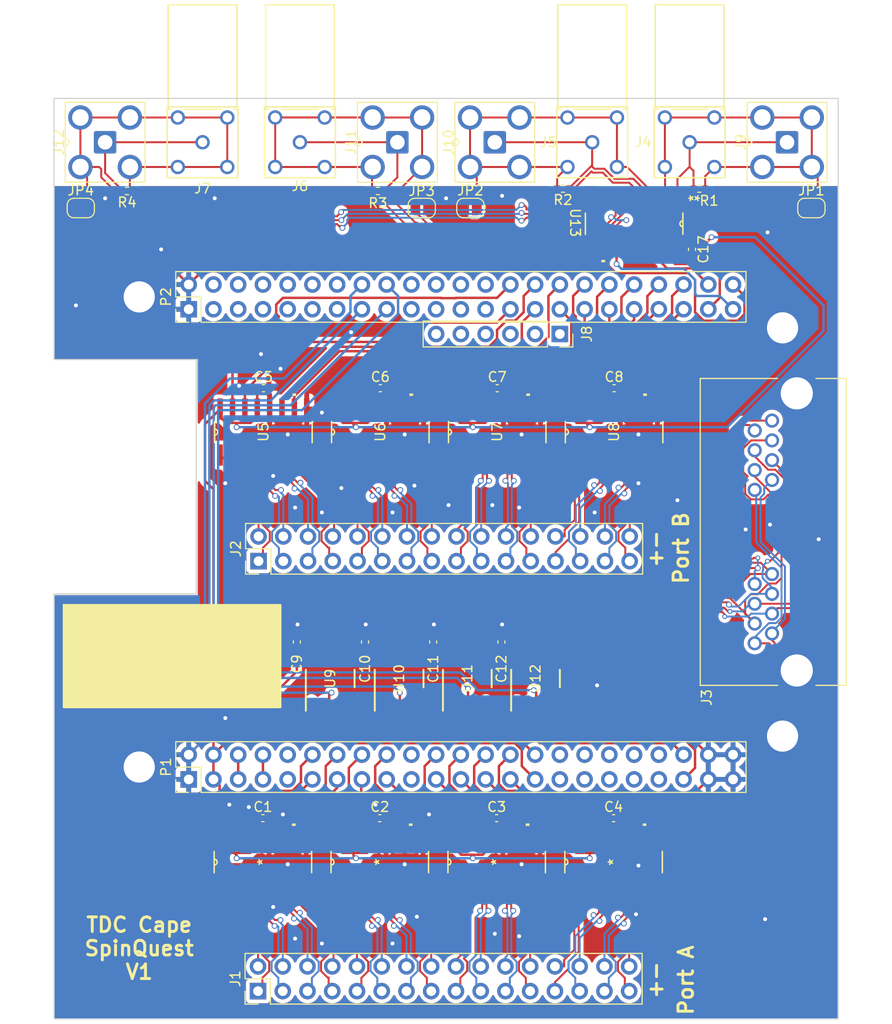
<source format=kicad_pcb>
(kicad_pcb (version 20240108) (generator "pcbnew") (generator_version "8.0")
  (title_block (title "BeagleV Fire TDC Cape") (date "2024-10-02") (rev "1") (company "MIT SpinQuest DAQ Group"))
  (layers (0 "F.Cu" signal) (31 "B.Cu" signal) (34 "B.Paste" user) (35 "F.Paste" user) (36 "B.SilkS" user "B.Silkscreen") (37 "F.SilkS" user "F.Silkscreen") (38 "B.Mask" user) (39 "F.Mask" user) (44 "Edge.Cuts" user))
  (net 0 "")
  (net 1 "GND")
  (net 4 "/TXD")
  (net 6 "/RXD")
  (net 7 "/TS_BUS0")
  (net 8 "/NIM3")
  (net 9 "/TS_BUS2")
  (net 10 "/TS_BUS3")
  (net 11 "/Trigger Interface/D4+")
  (net 12 "/Trigger Interface/D1+")
  (net 13 "/Trigger Interface/D2-")
  (net 14 "/Trigger Interface/D1-")
  (net 15 "/Trigger Interface/D2+")
  (net 16 "/Trigger Interface/D4-")
  (net 17 "/Trigger Interface/D3-")
  (net 18 "/Trigger Interface/D3+")
  (net 19 "/Trigger Interface/NIM1-")
  (net 20 "/Trigger Interface/NIM1+")
  (net 21 "/Trigger Interface/NIM2+")
  (net 22 "/Trigger Interface/NIM2-")
  (net 23 "/Trigger Interface/NIM3+")
  (net 24 "/Trigger Interface/NIM3-")
  (net 25 "/Trigger Interface/NIM4+")
  (net 26 "/Trigger Interface/NIM4-")
  (net 27 "/Fabric_I2C0_SDL")
  (net 28 "/D4")
  (net 29 "/D1")
  (net 30 "/D6")
  (net 31 "/D11")
  (net 32 "/D9")
  (net 33 "/TS_BUS1")
  (net 34 "/D7")
  (net 35 "/D3")
  (net 36 "/D15")
  (net 37 "/NIM2")
  (net 38 "/D10")
  (net 39 "/D12")
  (net 40 "/TS_BUS_SEL2")
  (net 42 "/D13")
  (net 43 "/D14")
  (net 44 "/D2")
  (net 45 "/TS_BUS_SEL0")
  (net 46 "/D5")
  (net 47 "/D0")
  (net 48 "/TS_BUS_SEL3")
  (net 49 "GNDX")
  (net 50 "+3V3")
  (net 51 "+5V")
  (net 52 "/D8")
  (net 53 "/Fabric_I2C0_SDA")
  (net 54 "/AIN1")
  (net 55 "/AIN0")
  (net 56 "/AIN3")
  (net 57 "/AIN2")
  (net 58 "/AIN5")
  (net 59 "/AIN6")
  (net 60 "GNDA")
  (net 61 "/AIN4")
  (net 62 "+1V8")
  (net 63 "/B1_GPIO47P")
  (net 64 "/D20")
  (net 65 "/B0_HSIO8N")
  (net 66 "/B0_HSIO12P")
  (net 67 "/NIM1")
  (net 68 "/B0_HSIO6P")
  (net 69 "/NIM0")
  (net 70 "/D30")
  (net 71 "/TS_BUS_SEL1")
  (net 72 "/D16")
  (net 73 "/B0_HSIO9P")
  (net 74 "/B0_HSIO18P")
  (net 75 "/~{SYS_RESET}")
  (net 76 "/D28")
  (net 77 "VBUS")
  (net 78 "/B0_HSIO12N")
  (net 79 "/B0_HSIO18N")
  (net 80 "/D27")
  (net 81 "/D18")
  (net 82 "/D29")
  (net 83 "/B0_HSIO9N")
  (net 84 "/B1_GPIO47N")
  (net 85 "/B0_HSIO30P")
  (net 86 "/B0_HSIO7N")
  (net 87 "/D22")
  (net 88 "/D23")
  (net 89 "/D31")
  (net 90 "/D25")
  (net 91 "/D17")
  (net 92 "/B0_HSIO7P")
  (net 93 "/B0_HSIO30N")
  (net 94 "/D21")
  (net 95 "/B0_HSIO19N")
  (net 96 "/B0_HSIO15N")
  (net 97 "/D24")
  (net 98 "/B1_GPIO49N")
  (net 99 "/D26")
  (net 100 "/B0_HSIO6N")
  (net 101 "/D19")
  (net 102 "/B0_HSIO16P")
  (net 103 "/B0_HSIO8P")
  (net 104 "/Discriminator Inputs/Port B/In14+")
  (net 105 "/Discriminator Inputs/Port B/In13+")
  (net 106 "/Discriminator Inputs/Port B/In15+")
  (net 107 "/Discriminator Inputs/Port B/In15-")
  (net 108 "/Discriminator Inputs/Port B/In12+")
  (net 109 "/Discriminator Inputs/Port B/In12-")
  (net 110 "/Discriminator Inputs/Port B/In13-")
  (net 111 "/Discriminator Inputs/Port B/In14-")
  (net 112 "/Discriminator Inputs/Port B/In11-")
  (net 113 "/Discriminator Inputs/Port B/In10+")
  (net 114 "/Discriminator Inputs/Port B/In10-")
  (net 115 "/Discriminator Inputs/Port B/In9+")
  (net 116 "/Discriminator Inputs/Port B/In8-")
  (net 117 "/Discriminator Inputs/Port B/In8+")
  (net 118 "/Discriminator Inputs/Port B/In9-")
  (net 119 "/Discriminator Inputs/Port B/In11+")
  (net 120 "/Discriminator Inputs/Port B/In7-")
  (net 121 "/Discriminator Inputs/Port B/In6-")
  (net 122 "/Discriminator Inputs/Port B/In5-")
  (net 123 "/Discriminator Inputs/Port B/In4-")
  (net 124 "/Discriminator Inputs/Port B/In4+")
  (net 125 "/Discriminator Inputs/Port B/In5+")
  (net 126 "/Discriminator Inputs/Port B/In7+")
  (net 127 "/Discriminator Inputs/Port B/In6+")
  (net 128 "/Discriminator Inputs/Port B/In1+")
  (net 129 "/Discriminator Inputs/Port B/In2+")
  (net 130 "/Discriminator Inputs/Port B/In0+")
  (net 131 "/Discriminator Inputs/Port B/In1-")
  (net 132 "/Discriminator Inputs/Port B/In0-")
  (net 133 "/Discriminator Inputs/Port B/In3+")
  (net 134 "/Discriminator Inputs/Port B/In2-")
  (net 135 "/Discriminator Inputs/Port B/In3-")
  (net 136 "/Discriminator Inputs/Port A/In12+")
  (net 137 "/Discriminator Inputs/Port A/In13-")
  (net 138 "/Discriminator Inputs/Port A/In12-")
  (net 139 "/Discriminator Inputs/Port A/In15+")
  (net 140 "/Discriminator Inputs/Port A/In15-")
  (net 141 "/Discriminator Inputs/Port A/In14-")
  (net 142 "/Discriminator Inputs/Port A/In14+")
  (net 143 "/Discriminator Inputs/Port A/In13+")
  (net 144 "/Discriminator Inputs/Port A/In11-")
  (net 145 "/Discriminator Inputs/Port A/In10-")
  (net 146 "/Discriminator Inputs/Port A/In10+")
  (net 147 "/Discriminator Inputs/Port A/In9-")
  (net 148 "/Discriminator Inputs/Port A/In8-")
  (net 149 "/Discriminator Inputs/Port A/In11+")
  (net 150 "/Discriminator Inputs/Port A/In9+")
  (net 151 "/Discriminator Inputs/Port A/In8+")
  (net 152 "/Discriminator Inputs/Port A/In5-")
  (net 153 "/Discriminator Inputs/Port A/In4-")
  (net 154 "/Discriminator Inputs/Port A/In6-")
  (net 155 "/Discriminator Inputs/Port A/In7-")
  (net 156 "/Discriminator Inputs/Port A/In5+")
  (net 157 "/Discriminator Inputs/Port A/In6+")
  (net 158 "/Discriminator Inputs/Port A/In7+")
  (net 159 "/Discriminator Inputs/Port A/In4+")
  (net 160 "/Discriminator Inputs/Port A/In2+")
  (net 161 "/Discriminator Inputs/Port A/In0-")
  (net 162 "/Discriminator Inputs/Port A/In1-")
  (net 163 "/Discriminator Inputs/Port A/In0+")
  (net 164 "/Discriminator Inputs/Port A/In1+")
  (net 165 "/Discriminator Inputs/Port A/In2-")
  (net 166 "/Discriminator Inputs/Port A/In3-")
  (net 167 "/Discriminator Inputs/Port A/In3+")
  (net 168 "/B1_GPIO4N")
  (footprint "Connector_PinHeader_2.54mm:PinHeader_2x23_P2.54mm_Vertical" (layer "F.Cu") (at 63.83 77.145 90)
    (property "Reference" "P2")
    (property "Value" "BeagleBone_Black_Header" (hide yes))
  )
  (footprint "Connector_PinHeader_2.54mm:PinHeader_2x23_P2.54mm_Vertical" (layer "F.Cu") (at 63.83 125.405 90)
    (property "Reference" "P1")
    (property "Value" "BeagleBone_Black_Header" (hide yes))
  )
  (footprint "Capacitor_SMD:C_0402_1005Metric_Pad0.74x0.62mm_HandSolder" (layer "F.Cu") (at 95.929999 111.299998 90)
    (property "Reference" "C12")
    (property "Value" "C100n")
  )
  (footprint "SN65MLVD206BD:D0008A_N" (layer "F.Cu") (at 85.429999 115.049998 90)
    (property "Reference" "U10")
    (property "Value" "SN65MLVD206BD")
  )
  (footprint "SN65LVDT348D:D16" (layer "F.Cu") (at 71.445 133.8878 90)
    (property "Reference" "U1")
    (property "Value" "SN65LVDT348D")
  )
  (footprint "Capacitor_SMD:C_0402_1005Metric_Pad0.74x0.62mm_HandSolder" (layer "F.Cu") (at 83.5 85.25)
    (property "Reference" "C6")
    (property "Value" "C100n")
  )
  (footprint "Resistor_SMD:R_0402_1005Metric_Pad0.72x0.64mm_HandSolder" (layer "F.Cu") (at 102.25 64.75 180)
    (property "Reference" "R2")
    (property "Value" "R100")
  )
  (footprint "SN65LVDT348D:D16" (layer "F.Cu") (at 83.5 89.75 90)
    (property "Reference" "U6")
    (property "Value" "SN65LVDT348D")
  )
  (footprint "Jumper:SolderJumper-2_P1.3mm_Open_RoundedPad1.0x1.5mm" (layer "F.Cu") (at 127.75 66.75)
    (property "Reference" "JP1")
    (property "Value" "SolderJumper_2_Open")
  )
  (footprint "MountingHole:MountingHole_3.2mm_M3_DIN965" (layer "F.Cu") (at 124.79 79.05)
    (property "Reference" "MH3" (hide yes))
    (property "Value" "MountingHole_3.2mm_M3_DIN965" (hide yes))
  )
  (footprint "Connector_Coaxial:SMA_Amphenol_901-143_Horizontal" (layer "F.Cu") (at 95.25 60)
    (property "Reference" "J10")
    (property "Value" "Conn_Coaxial_Small")
  )
  (footprint "Connector_PinHeader_2.54mm:PinHeader_2x16_P2.54mm_Vertical" (layer "F.Cu") (at 70.945 147.1378 90)
    (property "Reference" "J1")
    (property "Value" "Conn_02x16")
  )
  (footprint "Jumper:SolderJumper-2_P1.3mm_Open_RoundedPad1.0x1.5mm" (layer "F.Cu") (at 87.75 66.75 180)
    (property "Reference" "JP3")
    (property "Value" "SolderJumper_2_Open")
  )
  (footprint "Capacitor_SMD:C_0402_1005Metric_Pad0.74x0.62mm_HandSolder" (layer "F.Cu") (at 88.929999 111.299998 90)
    (property "Reference" "C11")
    (property "Value" "C100n")
  )
  (footprint "SN65LVDT348D:D16" (layer "F.Cu") (at 95.445 133.8878 90)
    (property "Reference" "U3")
    (property "Value" "SN65LVDT348D")
  )
  (footprint "SN65MLVD206BD:D0008A_N" (layer "F.Cu") (at 78.354999 115.049998 90)
    (property "Reference" "U9")
    (property "Value" "SN65MLVD206BD")
  )
  (footprint "Capacitor_SMD:C_0402_1005Metric_Pad0.74x0.62mm_HandSolder" (layer "F.Cu") (at 71.445 129.3878)
    (property "Reference" "C1")
    (property "Value" "C100n")
  )
  (footprint "Capacitor_SMD:C_0402_1005Metric_Pad0.74x0.62mm_HandSolder" (layer "F.Cu") (at 81.929999 111.299998 90)
    (property "Reference" "C10")
    (property "Value" "C100n")
  )
  (footprint "SN65LVDT348D:D16" (layer "F.Cu") (at 83.445 133.8878 90)
    (property "Reference" "U2")
    (property "Value" "SN65LVDT348D")
  )
  (footprint "Resistor_SMD:R_0402_1005Metric_Pad0.72x0.64mm_HandSolder" (layer "F.Cu") (at 57.5 65 180)
    (property "Reference" "R4")
    (property "Value" "R100")
  )
  (footprint "SN65LVDT348D:D16" (layer "F.Cu") (at 95.5 89.75 90)
    (property "Reference" "U7")
    (property "Value" "SN65LVDT348D")
  )
  (footprint "Resistor_SMD:R_0402_1005Metric_Pad0.72x0.64mm_HandSolder" (layer "F.Cu") (at 116.25 64.75)
    (property "Reference" "R1")
    (property "Value" "R100")
  )
  (footprint "Capacitor_SMD:C_0402_1005Metric_Pad0.74x0.62mm_HandSolder" (layer "F.Cu") (at 95.445 129.3878)
    (property "Reference" "C3")
    (property "Value" "C100n")
  )
  (footprint "SN65LVDT348D:D16" (layer "F.Cu") (at 71.5 89.75 90)
    (property "Reference" "U5")
    (property "Value" "SN65LVDT348D")
  )
  (footprint "Capacitor_SMD:C_0402_1005Metric_Pad0.74x0.62mm_HandSolder" (layer "F.Cu") (at 95.5 85.25)
    (property "Reference" "C7")
    (property "Value" "C100n")
  )
  (footprint "EPL_00_250_NTN:CONN_EPK.00.250.NTN_LMO" (layer "F.Cu") (at 65.25 60)
    (property "Reference" "J7")
    (property "Value" "Conn_Coaxial_Small")
  )
  (footprint "SN65MLVD206BD:D0008A_N" (layer "F.Cu") (at 99.429999 115.049998 90)
    (property "Reference" "U12")
    (property "Value" "SN65MLVD206BD")
  )
  (footprint "EPL_00_250_NTN:CONN_EPK.00.250.NTN_LMO" (layer "F.Cu") (at 75.25 60)
    (property "Reference" "J6")
    (property "Value" "Conn_Coaxial_Small")
  )
  (footprint "Jumper:SolderJumper-2_P1.3mm_Open_RoundedPad1.0x1.5mm" (layer "F.Cu") (at 92.75 66.75)
    (property "Reference" "JP2")
    (property "Value" "SolderJumper_2_Open")
  )
  (footprint "MountingHole:MountingHole_3.2mm_M3_DIN965" (layer "F.Cu") (at 124.79 120.96)
    (property "Reference" "MH4" (hide yes))
    (property "Value" "MountingHole_3.2mm_M3_DIN965" (hide yes))
  )
  (footprint "SN65LVDT348D:D16" (layer "F.Cu") (at 107.5 89.75 90)
    (property "Reference" "U8")
    (property "Value" "SN65LVDT348D")
  )
  (footprint "Capacitor_SMD:C_0402_1005Metric_Pad0.74x0.62mm_HandSolder" (layer "F.Cu") (at 83.445 129.3878)
    (property "Reference" "C2")
    (property "Value" "C100n")
  )
  (footprint "Connector_Coaxial:SMA_Amphenol_901-143_Horizontal" (layer "F.Cu") (at 85.25 60)
    (property "Reference" "J11")
    (property "Value" "Conn_Coaxial_Small")
  )
  (footprint "Capacitor_SMD:C_0402_1005Metric_Pad0.74x0.62mm_HandSolder" (layer "F.Cu") (at 71.5 85.25)
    (property "Reference" "C5")
    (property "Value" "C100n")
  )
  (footprint "MountingHole:MountingHole_3.2mm_M3_DIN965" (layer "F.Cu") (at 58.75 75.875)
    (property "Reference" "MH1" (hide yes))
    (property "Value" "MountingHole_3.2mm_M3_DIN965" (hide yes))
  )
  (footprint "Capacitor_SMD:C_0402_1005Metric_Pad0.74x0.62mm_HandSolder" (layer "F.Cu") (at 115.5 71 -90)
    (property "Reference" "C17")
    (property "Value" "C100n")
  )
  (footprint "Capacitor_SMD:C_0402_1005Metric_Pad0.74x0.62mm_HandSolder" (layer "F.Cu") (at 107.445 129.3878)
    (property "Reference" "C4")
    (property "Value" "C100n")
  )
  (footprint "EPL_00_250_NTN:CONN_EPK.00.250.NTN_LMO" (layer "F.Cu") (at 105.25 60)
    (property "Reference" "J5")
    (property "Value" "Conn_Coaxial_Small")
  )
  (footprint "RJHSE508002:AMPHENOL_RJHSE508002" (layer "F.Cu") (at 126.25 100 90)
    (property "Reference" "J3")
    (property "Value" "RJHSE508002")
  )
  (footprint "Connector_PinSocket_2.54mm:PinSocket_1x06_P2.54mm_Vertical" (layer "F.Cu") (at 101.93 79.685 -90)
    (property "Reference" "J8")
    (property "Value" "Conn_01x06_Pin")
  )
  (footprint "EPL_00_250_NTN:CONN_EPK.00.250.NTN_LMO" (layer "F.Cu") (at 115.25 60)
    (property "Reference" "J4")
    (property "Value" "Conn_Coaxial_Small")
  )
  (footprint "MountingHole:MountingHole_3.2mm_M3_DIN965" (layer "F.Cu") (at 58.75 124.135)
    (property "Reference" "MH2" (hide yes))
    (property "Value" "MountingHole_3.2mm_M3_DIN965" (hide yes))
  )
  (footprint "Connector_PinHeader_2.54mm:PinHeader_2x16_P2.54mm_Vertical" (layer "F.Cu") (at 71 103 90)
    (property "Reference" "J2")
    (property "Value" "Conn_02x16")
  )
  (footprint "SN65LVDT348D:D16" (layer "F.Cu") (at 109.555 68.3622 -90)
    (property "Reference" "U13")
    (property "Value" "SN65LVDT348D")
  )
  (footprint "Connector_Coaxial:SMA_Amphenol_901-143_Horizontal" (layer "F.Cu") (at 55.25 60)
    (property "Reference" "J12")
    (property "Value" "Conn_Coaxial_Small")
  )
  (footprint "Jumper:SolderJumper-2_P1.3mm_Open_RoundedPad1.0x1.5mm" (layer "F.Cu") (at 52.75 66.75)
    (property "Reference" "JP4")
    (property "Value" "SolderJumper_2_Open")
  )
  (footprint "Connector_Coaxial:SMA_Amphenol_901-143_Horizontal" (layer "F.Cu") (at 125.25 60)
    (property "Reference" "J9")
    (property "Value" "Conn_Coaxial_Small")
  )
  (footprint "Capacitor_SMD:C_0402_1005Metric_Pad0.74x0.62mm_HandSolder" (layer "F.Cu") (at 74.929999 111.299998 90)
    (property "Reference" "C9")
    (property "Value" "C100n")
  )
  (footprint "SN65LVDT348D:D16" (layer "F.Cu") (at 107.445 133.8878 90)
    (property "Reference" "U4")
    (property "Value" "SN65LVDT348D")
  )
  (footprint "Capacitor_SMD:C_0402_1005Metric_Pad0.74x0.62mm_HandSolder" (layer "F.Cu") (at 107.5 85.25)
    (property "Reference" "C8")
    (property "Value" "C100n")
  )
  (footprint "SN65MLVD206BD:D0008A_N" (layer "F.Cu") (at 92.429999 115.049998 90)
    (property "Reference" "U11")
    (property "Value" "SN65MLVD206BD")
  )
  (footprint "Resistor_SMD:R_0402_1005Metric_Pad0.72x0.64mm_HandSolder" (layer "F.Cu") (at 83.25 65)
    (property "Reference" "R3")
    (property "Value" "R100")
  )
  (gr_rect (start 51 107.5) (end 73.25 118) (stroke (width 0.2)) (fill solid) (layer "F.SilkS"))
  (gr_poly (pts (xy 50 55.5) (xy 130.5 55.5) (xy 130.5 150) (xy 50 150) (xy 50 106.355) (xy 64.605 106.355) (xy 64.605 82.31) (xy 50 82.31)) (stroke (width 0.12)) (fill none) (layer "Edge.Cuts"))
  (gr_text "+-" (at 111.75 101.75 90) (layer "F.SilkS") (effects (font (size 1.5 1.5) (thickness 0.3) (bold yes))))
  (gr_text "Port A" (at 115.75 149.75 90) (layer "F.SilkS") (effects (font (size 1.5 1.5) (thickness 0.3) (bold yes)) (justify left bottom)))
  (gr_text "+-" (at 111.75 146 90) (layer "F.SilkS") (effects (font (size 1.5 1.5) (thickness 0.3) (bold yes))))
  (gr_text "Port B" (at 115.25 105.5 90) (layer "F.SilkS") (effects (font (size 1.5 1.5) (thickness 0.3) (bold yes)) (justify left bottom)))
  (gr_text "TDC Cape\nSpinQuest\nV1" (at 58.75 142.75 0) (layer "F.SilkS") (effects (font (size 1.5 1.5) (thickness 0.3) (bold yes))))
  (segment (start 109.9544 88.805) (end 110 88.8506) (width 0.25) (layer "F.Cu") (net 1))
  (segment (start 87.89 132.3384) (end 87.89 131.5256) (width 0.25) (layer "F.Cu") (net 1))
  (segment (start 108.08 131.5256) (end 108.08 129.4553) (width 0.25) (layer "F.Cu") (net 1))
  (segment (start 117.17 125.405) (end 117.17 122.865) (width 0.25) (layer "F.Cu") (net 1))
  (segment (start 63.83 125.405) (end 63.83 122.865) (width 0.25) (layer "F.Cu") (net 1))
  (segment (start 110.0816 68.75) (end 118.75 68.75) (width 0.25) (layer "F.Cu") (net 1))
  (segment (start 118.0675 71.5675) (end 115.5 71.5675) (width 0.25) (layer "F.Cu") (net 1))
  (segment (start 110.0094 88.75) (end 110.0644 88.805) (width 0.25) (layer "F.Cu") (net 1))
  (segment (start 108.08 132.3384) (end 108.8794 133.1378) (width 0.25) (layer "F.Cu") (net 1))
  (segment (start 72.135 85.3175) (end 72.0675 85.25) (width 0.25) (layer "F.Cu") (net 1))
  (segment (start 84.135 88.2006) (end 84.7394 88.805) (width 0.25) (layer "F.Cu") (net 1))
  (segment (start 75.945 88.2006) (end 75.945 87.3878) (width 0.25) (layer "F.Cu") (net 1))
  (segment (start 109.9544 88.805) (end 110.0094 88.75) (width 0.25) (layer "F.Cu") (net 1))
  (segment (start 72.08 132.2772) (end 72.7456 132.9428) (width 0.25) (layer "F.Cu") (net 1))
  (segment (start 81.852501 110.732498) (end 80.259999 112.325) (width 0.25) (layer "F.Cu") (net 1))
  (segment (start 108.08 131.5256) (end 108.08 132.3384) (width 0.25) (layer "F.Cu") (net 1))
  (segment (start 98 132.9428) (end 99.2856 132.9428) (width 0.25) (layer "F.Cu") (net 1))
  (segment (start 89.25 66.75) (end 90.25 65.75) (width 0.25) (layer "F.Cu") (net 1))
  (segment (start 96.08 129.4553) (end 96.0125 129.3878) (width 0.25) (layer "F.Cu") (net 1))
  (segment (start 84.08 129.4553) (end 84.0125 129.3878) (width 0.25) (layer "F.Cu") (net 1))
  (segment (start 118.75 69) (end 118.75 71.75) (width 0.25) (layer "F.Cu") (net 1))
  (segment (start 108.8794 133.1378) (end 110 133.1378) (width 0.25) (layer "F.Cu") (net 1))
  (segment (start 87.945 88.2006) (end 87.945 87.3878) (width 0.25) (layer "F.Cu") (net 1))
  (segment (start 96.135 87.3878) (end 96.135 88.2006) (width 0.25) (layer "F.Cu") (net 1))
  (segment (start 63.83 131.501396) (end 63.83 125.405) (width 0.25) (layer "F.Cu") (net 1))
  (segment (start 72.8006 88.805) (end 74 88.805) (width 0.25) (layer "F.Cu") (net 1))
  (segment (start 118.25 71.75) (end 118.0675 71.5675) (width 0.25) (layer "F.Cu") (net 1))
  (segment (start 110 133.1378) (end 110 134.25) (width 0.25) (layer "F.Cu") (net 1))
  (segment (start 98 88.805) (end 98 90) (width 0.25) (layer "F.Cu") (net 1))
  (segment (start 95.927501 110.732498) (end 94.334999 112.325) (width 0.25) (layer "F.Cu") (net 1))
  (segment (start 81.929999 110.732498) (end 81.929999 109.570001) (width 0.25) (layer "F.Cu") (net 1))
  (segment (start 84.135 87.3878) (end 84.135 88.2006) (width 0.25) (layer "F.Cu") (net 1))
  (segment (start 108.92 70.7244) (end 108.92 69.9116) (width 0.25) (layer "F.Cu") (net 1))
  (segment (start 67.585 119.11) (end 67.585 95) (width 0.25) (layer "F.Cu") (net 1))
  (segment (start 111.0906 133.1378) (end 111.89 132.3384) (width 0.25) (layer "F.Cu") (net 1))
  (segment (start 84.8794 133.1378) (end 86 133.1378) (width 0.25) (layer "F.Cu") (net 1))
  (segment (start 74 88.805) (end 74 90) (width 0.25) (layer "F.Cu") (net 1))
  (segment (start 108.7394 88.805) (end 109.9544 88.805) (width 0.25) (layer "F.Cu") (net 1))
  (segment (start 108.08 129.4553) (end 108.0125 129.3878) (width 0.25) (layer "F.Cu") (net 1))
  (segment (start 74.929999 109.570001) (end 75 109.5) (width 0.25) (layer "F.Cu") (net 1))
  (segment (start 67.585 119.11) (end 67.585 118.077497) (width 0.25) (layer "F.Cu") (net 1))
  (segment (start 88.927501 110.732498) (end 87.334999 112.325) (width 0.25) (layer "F.Cu") (net 1))
  (segment (start 75.2856 132.9428) (end 75.89 132.3384) (width 0.25) (layer "F.Cu") (net 1))
  (segment (start 84.135 85.3175) (end 84.0675 85.25) (width 0.25) (layer "F.Cu") (net 1))
  (segment (start 75.89 132.3384) (end 75.89 131.5256) (width 0.25) (layer "F.Cu") (net 1))
  (segment (start 66.453604 134.125) (end 63.83 131.501396) (width 0.25) (layer "F.Cu") (net 1))
  (segment (start 99.2856 132.9428) (end 99.89 132.3384) (width 0.25) (layer "F.Cu") (net 1))
  (segment (start 98 132.9428) (end 98 134.125) (width 0.25) (layer "F.Cu") (net 1))
  (segment (start 81.929999 109.570001) (end 82 109.5) (width 0.25) (layer "F.Cu") (net 1))
  (segment (start 118.75 68.75) (end 119 68.75) (width 0.25) (layer "F.Cu") (net 1))
  (segment (start 62.225 73) (end 63.83 74.605) (width 0.25) (layer "F.Cu") (net 1))
  (segment (start 127.1 66.75) (end 124.6 69.25) (width 0.25) (layer "F.Cu") (net 1))
  (segment (start 111.3406 88.805) (end 111.945 88.2006) (width 0.25) (layer "F.Cu") (net 1))
  (segment (start 119.71 125.405) (end 119.71 122.865) (width 0.25) (layer "F.Cu") (net 1))
  (segment (start 86 133.1378) (end 86 134.125) (width 0.25) (layer "F.Cu") (net 1))
  (segment (start 86 133.1378) (end 87.0906 133.1378) (width 0.25) (layer "F.Cu") (net 1))
  (segment (start 106.63 112.325) (end 101.334999 112.325) (width 0.25) (layer "F.Cu") (net 1))
  (segment (start 111.945 88.2006) (end 111.945 87.3878) (width 0.25) (layer "F.Cu") (net 1))
  (segment (start 84.08 131.5256) (end 84.08 132.3384) (width 0.25) (layer "F.Cu") (net 1))
  (segment (start 108.135 85.3175) (end 108.0675 85.25) (width 0.25) (layer "F.Cu") (net 1))
  (segment (start 74 134.125) (end 66.453604 134.125) (width 0.25) (layer "F.Cu") (net 1))
  (segment (start 95.929999 110.732498) (end 95.927501 110.732498) (width 0.25) (layer "F.Cu") (net 1))
  (segment (start 110.0644 88.805) (end 111.3406 88.805) (width 0.25) (layer "F.Cu") (net 1))
  (segment (start 84.08 131.5256) (end 84.08 129.4553) (width 0.25) (layer "F.Cu") (net 1))
  (segment (start 119 68.75) (end 118.75 69) (width 0.25) (layer "F.Cu") (net 1))
  (segment (start 99.89 132.3384) (end 99.89 131.5256) (width 0.25) (layer "F.Cu") (net 1))
  (segment (start 67.7106 70.7244) (end 63.83 74.605) (width 0.25) (layer "F.Cu") (net 1))
  (segment (start 96.135 85.3175) (end 96.0675 85.25) (width 0.25) (layer "F.Cu") (net 1))
  (segment (start 96.08 131.5256) (end 96.08 129.4553) (width 0.25) (layer "F.Cu") (net 1))
  (segment (start 74.929999 110.732498) (end 74.929999 109.570001) (width 0.25) (layer "F.Cu") (net 1))
  (segment (start 74 132.9428) (end 74 134.125) (width 0.25) (layer "F.Cu") (net 1))
  (segment (start 87.0906 133.1378) (end 87.89 132.3384) (width 0.25) (layer "F.Cu") (net 1))
  (segment (start 75.3406 88.805) (end 75.945 88.2006) (width 0.25) (layer "F.Cu") (net 1))
  (segment (start 118.75 71.75) (end 118.25 71.75) (width 0.25) (layer "F.Cu") (net 1))
  (segment (start 87.3406 88.805) (end 87.945 88.2006) (width 0.25) (layer "F.Cu") (net 1))
  (segment (start 117.17 122.865) (end 106.63 112.325) (width 0.25) (layer "F.Cu") (net 1))
  (segment (start 96.6844 132.9428) (end 98 132.9428) (width 0.25) (layer "F.Cu") (net 1))
  (segment (start 123.25 69.25) (end 119.25 69.25) (width 0.25) (layer "F.Cu") (net 1))
  (segment (start 96.135 88.2006) (end 96.7394 88.805) (width 0.25) (layer "F.Cu") (net 1))
  (segment (start 96.08 131.5256) (end 96.08 132.3384) (width 0.25) (layer "F.Cu") (net 1))
  (segment (start 84.08 132.3384) (end 84.8794 133.1378) (width 0.25) (layer "F.Cu") (net 1))
  (segment (start 91.25 66.75) (end 92.1 66.75) (width 0.25) (layer "F.Cu") (net 1))
  (segment (start 98 88.805) (end 99.3406 88.805) (width 0.25) (layer "F.Cu") (net 1))
  (segment (start 117.17 122.865) (end 119.71 122.865) (width 0.25) (layer "F.Cu") (net 1))
  (segment (start 95.929999 110.732498) (end 95.929999 109.570001) (width 0.25) (layer "F.Cu") (net 1))
  (segment (start 88.929999 110.732498) (end 88.929999 109.570001) (width 0.25) (layer "F.Cu") (net 1))
  (segment (start 108.92 69.9116) (end 110.0816 68.75) (width 0.25) (layer "F.Cu") (net 1))
  (segment (start 111.89 131.5256) (end 111.89 130.685) (width 0.25) (layer "F.Cu") (net 1))
  (segment (start 72.08 131.5256) (end 72.08 129.4553) (width 0.25) (layer "F.Cu") (net 1))
  (segment (start 86 88.805) (end 87.3406 88.805) (width 0.25) (layer "F.Cu") (net 1))
  (segment (start 96.135 87.3878) (end 96.135 85.3175) (width 0.25) (layer "F.Cu") (net 1))
  (segment (start 67.585 118.077497) (end 74.929999 110.732498) (width 0.25) (layer "F.Cu") (net 1))
  (segment (start 72.135 88.1394) (end 72.8006 88.805) (width 0.25) (layer "F.Cu") (net 1))
  (segment (start 72.08 129.4553) (end 72.0125 129.3878) (width 0.25) (layer "F.Cu") (net 1))
  (segment (start 96.08 132.3384) (end 96.6844 132.9428) (width 0.25) (layer "F.Cu") (net 1))
  (segment (start 110 88.8506) (end 110 90) (width 0.25) (layer "F.Cu") (net 1))
  (segment (start 90.25 65.75) (end 91.25 66.75) (width 0.25) (layer "F.Cu") (net 1))
  (segment (start 105.11 70.7244) (end 67.7106 70.7244) (width 0.25) (layer "F.Cu") (net 1))
  (segment (start 81.929999 110.732498) (end 81.852501 110.732498) (width 0.25) (layer "F.Cu") (net 1))
  (segment (start 108.135 88.2006) (end 108.7394 88.805) (width 0.25) (layer "F.Cu") (net 1))
  (segment (start 74 132.9428) (end 75.2856 132.9428) (width 0.25) (layer "F.Cu") (net 1))
  (segment (start 111.89 132.3384) (end 111.89 131.5256) (width 0.25) (layer "F.Cu") (net 1))
  (segment (start 72.135 87.3878) (end 72.135 85.3175) (width 0.25) (layer "F.Cu") (net 1))
  (segment (start 95.929999 109.570001) (end 96 109.5) (width 0.25) (layer "F.Cu") (net 1))
  (segment (start 96.7394 88.805) (end 98 88.805) (width 0.25) (layer "F.Cu") (net 1))
  (segment (start 86 88.805) (end 86 90) (width 0.25) (layer "F.Cu") (net 1))
  (segment (start 99.3406 88.805) (end 99.945 88.2006) (width 0.25) (layer "F.Cu") (net 1))
  (segment (start 88.4 66.75) (end 89.25 66.75) (width 0.25) (layer "F.Cu") (net 1))
  (segment (start 84.7394 88.805) (end 86 88.805) (width 0.25) (layer "F.Cu") (net 1))
  (segment (start 72.135 87.3878) (end 72.135 88.1394) (width 0.25) (layer "F.Cu") (net 1))
  (segment (start 124.6 69.25) (end 123.25 69.25) (width 0.25) (layer "F.Cu") (net 1))
  (segment (start 117.17 125.405) (end 119.71 125.405) (width 0.25) (layer "F.Cu") (net 1))
  (segment (start 88.929999 109.570001) (end 89 109.5) (width 0.25) (layer "F.Cu") (net 1))
  (segment (start 52.1 66.75) (end 52.1 67.505) (width 0.25) (layer "F.Cu") (net 1))
  (segment (start 72.7456 132.9428) (end 74 132.9428) (width 0.25) (layer "F.Cu") (net 1))
  (segment (start 72.08 131.5256) (end 72.08 132.2772) (width 0.25) (layer "F.Cu") (net 1))
  (segment (start 74 88.805) (end 75.3406 88.805) (width 0.25) (layer "F.Cu") (net 1))
  (segment (start 110 133.1378) (end 111.0906 133.1378) (width 0.25) (layer "F.Cu") (net 1))
  (segment (start 111.89 130.685) (end 117.17 125.405) (width 0.25) (layer "F.Cu") (net 1))
  (segment (start 57.595 73) (end 62.225 73) (width 0.25) (layer "F.Cu") (net 1))
  (segment (start 88.929999 110.732498) (end 88.927501 110.732498) (width 0.25) (layer "F.Cu") (net 1))
  (segment (start 52.1 67.505) (end 57.595 73) (width 0.25) (layer "F.Cu") (net 1))
  (segment (start 108.135 87.3878) (end 108.135 85.3175) (width 0.25) (layer "F.Cu") (net 1))
  (segment (start 84.135 87.3878) (end 84.135 85.3175) (width 0.25) (layer "F.Cu") (net 1))
  (segment (start 108.135 87.3878) (end 108.135 88.2006) (width 0.25) (layer "F.Cu") (net 1))
  (segment (start 119.25 69.25) (end 118.75 68.75) (width 0.25) (layer "F.Cu") (net 1))
  (via (at 88.5 129) (size 0.6) (drill 0.4) (layers "F.Cu" "B.Cu") (net 1))
  (via (at 70 128.25) (size 0.6) (drill 0.4) (layers "F.Cu" "B.Cu") (net 1))
  (via (at 98 90) (size 0.6) (drill 0.4) (layers "F.Cu" "B.Cu") (net 1))
  (via (at 74.75 97.5) (size 0.6) (drill 0.4) (layers "F.Cu" "B.Cu") (net 1))
  (via (at 83 128) (size 0.6) (drill 0.4) (layers "F.Cu" "B.Cu") (net 1))
  (via (at 67.585 95) (size 0.6) (drill 0.4) (layers "F.Cu" "B.Cu") (net 1))
  (via (at 71.25 81.75) (size 0.6) (drill 0.4) (layers "F.Cu" "B.Cu") (net 1))
  (via (at 66.5 65.75) (size 0.6) (drill 0.4) (layers "F.Cu" "B.Cu") (net 1))
  (via (at 87 95.25) (size 0.6) (drill 0.4) (layers "F.Cu" "B.Cu") (net 1))
  (via (at 105.5 98) (size 0.6) (drill 0.4) (layers "F.Cu" "B.Cu") (net 1))
  (via (at 73.5 129) (size 0.6) (drill 0.4) (layers "F.Cu" "B.Cu") (net 1))
  (via (at 80.5 79.5) (size 0.6) (drill 0.4) (layers "F.Cu" "B.Cu") (net 1))
  (via (at 87.25 139.5) (size 0.6) (drill 0.4) (layers "F.Cu" "B.Cu") (net 1))
  (via (at 123.25 69.25) (size 0.6) (drill 0.4) (layers "F.Cu" "B.Cu") (net 1))
  (via (at 68 128) (size 0.6) (drill 0.4) (layers "F.Cu" "B.Cu") (net 1))
  (via (at 97.75 97.5) (size 0.6) (drill 0.4) (layers "F.Cu" "B.Cu") (net 1))
  (via (at 121 99.75) (size 0.6) (drill 0.4) (layers "F.Cu" "B.Cu") (net 1))
  (via (at 84.75 98) (size 0.6) (drill 0.4) (layers "F.Cu" "B.Cu") (net 1))
  (via (at 79.5 95.5) (size 0.6) (drill 0.4) (layers "F.Cu" "B.Cu") (net 1))
  (via (at 72.5 138.5) (size 0.6) (drill 0.4) (layers "F.Cu" "B.Cu") (net 1))
  (via (at 97.75 141.5) (size 0.6) (drill 0.4) (layers "F.Cu" "B.Cu") (net 1))
  (via (at 74.75 141.75) (size 0.6) (drill 0.4) (layers "F.Cu" "B.Cu") (net 1))
  (via (at 98 134.125) (size 0.6) (drill 0.4) (layers "F.Cu" "B.Cu") (net 1))
  (via (at 105.75 115.75) (size 0.6) (drill 0.4) (layers "F.Cu" "B.Cu") (net 1))
  (via (at 72.5 94.25) (size 0.6) (drill 0.4) (layers "F.Cu" "B.Cu") (net 1))
  (via (at 114 96.75) (size 0.6) (drill 0.4) (layers "F.Cu" "B.Cu") (net 1))
  (via (at 128.5 100.75) (size 0.6) (drill 0.4) (layers "F.Cu" "B.Cu") (net 1))
  (via (at 123.5 99.25) (size 0.6) (drill 0.4) (layers "F.Cu" "B.Cu") (net 1))
  (via (at 52.25 76.75) (size 0.6) (drill 0.4) (layers "F.Cu" "B.Cu") (net 1))
  (via (at 75 109.5) (size 0.6) (drill 0.4) (layers "F.Cu" "B.Cu") (net 1))
  (via (at 77.5 87.75) (size 0.6) (drill 0.4) (layers "F.Cu" "B.Cu") (net 1))
  (via (at 77.5 98) (size 0.6) (drill 0.4) (layers "F.Cu" "B.Cu") (net 1))
  (via (at 86 134.125) (size 0.6) (drill 0.4) (layers "F.Cu" "B.Cu") (net 1))
  (via (at 84.75 142.25) (size 0.6) (drill 0.4) (layers "F.Cu" "B.Cu") (net 1))
  (via (at 110 134.25) (size 0.6) (drill 0.4) (layers "F.Cu" "B.Cu") (net 1))
  (via (at 74 134.125) (size 0.6) (drill 0.4) (layers "F.Cu" "B.Cu") (net 1))
  (via (at 90.25 65.75) (size 0.6) (drill 0.4) (layers "F.Cu" "B.Cu") (net 1))
  (via (at 86 90) (size 0.6) (drill 0.4) (layers "F.Cu" "B.Cu") (net 1))
  (via (at 74 90) (size 0.6) (drill 0.4) (layers "F.Cu" "B.Cu") (net 1))
  (via (at 123 139.75) (size 0.6) (drill 0.4) (layers "F.Cu" "B.Cu") (net 1))
  (via (at 82 109.5) (size 0.6) (drill 0.4) (layers "F.Cu" "B.Cu") (net 1))
  (via (at 110 90) (size 0.6) (drill 0.4) (layers "F.Cu" "B.Cu") (net 1))
  (via (at 67.585 119.11) (size 0.6) (drill 0.4) (layers "F.Cu" "B.Cu") (net 1))
  (via (at 61 71) (size 0.6) (drill 0.4) (layers "F.Cu" "B.Cu") (net 1))
  (via (at 69 85) (size 0.6) (drill 0.4) (layers "F.Cu" "B.Cu") (net 1))
  (via (at 110 95) (size 0.6) (drill 0.4) (layers "F.Cu" "B.Cu") (net 1))
  (via (at 95.25 141.25) (size 0.6) (drill 0.4) (layers "F.Cu" "B.Cu") (net 1))
  (via (at 96 65.5) (size 0.6) (drill 0.4) (layers "F.Cu" "B.Cu") (net 1))
  (via (at 73.25 83.25) (size 0.6) (drill 0.4) (layers "F.Cu" "B.Cu") (net 1))
  (via (at 109.75 139.25) (size 0.6) (drill 0.4) (layers "F.Cu" "B.Cu") (net 1))
  (via (at 95 97.25) (size 0.6) (drill 0.4) (layers "F.Cu" "B.Cu") (net 1))
  (via (at 90.5 97.25) (size 0.6) (drill 0.4) (layers "F.Cu" "B.Cu") (net 1))
  (via (at 89 109.5) (size 0.6) (drill 0.4) (layers "F.Cu" "B.Cu") (net 1))
  (via (at 96 109.5) (size 0.6) (drill 0.4) (layers "F.Cu" "B.Cu") (net 1))
  (via (at 55.25 65.75) (size 0.6) (drill 0.4) (layers "F.Cu" "B.Cu") (net 1))
  (via (at 77.5 142.25) (size 0.6) (drill 0.4) (layers "F.Cu" "B.Cu") (net 1))
  (segment (start 67.585 90) (end 67.585 95) (width 0.25) (layer "B.Cu") (net 1))
  (segment (start 129.45 75.45) (end 123.25 69.25) (width 0.25) (layer "B.Cu") (net 1))
  (segment (start 67.585 119.11) (end 63.83 122.865) (width 0.25) (layer "B.Cu") (net 1))
  (segment (start 75 109.5) (end 82 109.5) (width 0.25) (layer "B.Cu") (net 1))
  (segment (start 86 134.125) (end 98 134.125) (width 0.25) (layer "B.Cu") (net 1))
  (segment (start 119 90) (end 129.45 79.55) (width 0.25) (layer "B.Cu") (net 1))
  (segment (start 89 109.5) (end 96 109.5) (width 0.25) (layer "B.Cu") (net 1))
  (segment (start 63.83 78.245) (end 63.83 77.145) (width 0.25) (layer "B.Cu") (net 1))
  (segment (start 74 90) (end 86 90) (width 0.25) (layer "B.Cu") (net 1))
  (segment (start 74 90) (end 67.585 90) (width 0.25) (layer "B.Cu") (net 1))
  (segment (start 129.45 79.55) (end 129.45 75.45) (width 0.25) (layer "B.Cu") (net 1))
  (segment (start 82 109.5) (end 89 109.5) (width 0.25) (layer "B.Cu") (net 1))
  (segment (start 74 134.125) (end 86 134.125) (width 0.25) (layer "B.Cu") (net 1))
  (segment (start 86 90) (end 98 90) (width 0.25) (layer "B.Cu") (net 1))
  (segment (start 110 90) (end 119 90) (width 0.25) (layer "B.Cu") (net 1))
  (segment (start 109.875 134.125) (end 110 134.25) (width 0.25) (layer "B.Cu") (net 1))
  (segment (start 98 134.125) (end 109.875 134.125) (width 0.25) (layer "B.Cu") (net 1))
  (segment (start 98 90) (end 110 90) (width 0.25) (layer "B.Cu") (net 1))
  (segment (start 98.025 122.378299) (end 98.025 124.04) (width 0.25) (layer "F.Cu") (net 7))
  (segment (start 76.449999 117.813882) (end 76.449999 117.774999) (width 0.25) (layer "F.Cu") (net 7))
  (segment (start 78.25 119) (end 80.94 121.69) (width 0.25) (layer "F.Cu") (net 7))
  (segment (start 80.259999 117.774999) (end 80.259999 117.813882) (width 0.25) (layer "F.Cu") (net 7))
  (segment (start 78.25 119) (end 77.636117 119) (width 0.25) (layer "F.Cu") (net 7))
  (segment (start 77.636117 119) (end 76.449999 117.813882) (width 0.25) (layer "F.Cu") (net 7))
  (segment (start 98.025 124.04) (end 99.39 125.405) (width 0.25) (layer "F.Cu") (net 7))
  (segment (start 79.073881 119) (end 78.25 119) (width 0.25) (layer "F.Cu") (net 7))
  (segment (start 80.94 121.69) (end 97.336701 121.69) (width 0.25) (layer "F.Cu") (net 7))
  (segment (start 80.259999 117.813882) (end 79.073881 119) (width 0.25) (layer "F.Cu") (net 7))
  (segment (start 97.336701 121.69) (end 98.025 122.378299) (width 0.25) (layer "F.Cu") (net 7))
  (segment (start 116.683299 78.32) (end 120.196701 78.32) (width 0.25) (layer "F.Cu") (net 8))
  (segment (start 115.805 77.441701) (end 116.683299 78.32) (width 0.25) (layer "F.Cu") (net 8))
  (segment (start 120.885 75.78) (end 120.028198 74.923198) (width 0.25) (layer "F.Cu") (net 8))
  (segment (start 120.196701 78.32) (end 120.885 77.631701) (width 0.25) (layer "F.Cu") (net 8))
  (segment (start 107.68 73.43) (end 115.116701 73.43) (width 0.25) (layer "F.Cu") (net 8))
  (segment (start 115.116701 73.43) (end 115.805 74.118299) (width 0.25) (layer "F.Cu") (net 8))
  (segment (start 120.885 77.631701) (end 120.885 75.78) (width 0.25) (layer "F.Cu") (net 8))
  (segment (start 106.38 70.7244) (end 106.38 72.13) (width 0.25) (layer "F.Cu") (net 8))
  (segment (start 115.805 74.118299) (end 115.805 77.441701) (width 0.25) (layer "F.Cu") (net 8))
  (segment (start 106.38 72.13) (end 107.68 73.43) (width 0.25) (layer "F.Cu") (net 8))
  (segment (start 92.5 119) (end 93.148881 119) (width 0.25) (layer "F.Cu") (net 9))
  (segment (start 97.186701 119) (end 99.876701 121.69) (width 0.25) (layer "F.Cu") (net 9))
  (segment (start 91.711117 119) (end 92.5 119) (width 0.25) (layer "F.Cu") (net 9))
  (segment (start 93.148881 119) (end 94.334999 117.813882) (width 0.25) (layer "F.Cu") (net 9))
  (segment (start 90.524999 117.736116) (end 90.524999 117.813882) (width 0.25) (layer "F.Cu") (net 9))
  (segment (start 99.876701 121.69) (end 113.455 121.69) (width 0.25) (layer "F.Cu") (net 9))
  (segment (start 113.455 121.69) (end 114.63 122.865) (width 0.25) (layer "F.Cu") (net 9))
  (segment (start 90.524999 117.813882) (end 91.711117 119) (width 0.25) (layer "F.Cu") (net 9))
  (segment (start 92.5 119) (end 97.186701 119) (width 0.25) (layer "F.Cu") (net 9))
  (segment (start 94.334999 117.813882) (end 94.334999 117.704998) (width 0.25) (layer "F.Cu") (net 9))
  (segment (start 101.925001 121) (end 114.426701 121) (width 0.25) (layer "F.Cu") (net 10))
  (segment (start 97.524999 117.736116) (end 97.524999 117.813882) (width 0.25) (layer "F.Cu") (net 10))
  (segment (start 98.536116 118.824999) (end 99.75 118.824999) (width 0.25) (layer "F.Cu") (net 10))
  (segment (start 100.323882 118.824999) (end 101.334999 117.813882) (width 0.25) (layer "F.Cu") (net 10))
  (segment (start 97.524999 117.813882) (end 98.536116 118.824999) (width 0.25) (layer "F.Cu") (net 10))
  (segment (start 115.805 124.23) (end 114.63 125.405) (width 0.25) (layer "F.Cu") (net 10))
  (segment (start 99.75 118.824999) (end 101.925001 121) (width 0.25) (layer "F.Cu") (net 10))
  (segment (start 114.426701 121) (end 115.805 122.378299) (width 0.25) (layer "F.Cu") (net 10))
  (segment (start 99.75 118.824999) (end 100.323882 118.824999) (width 0.25) (layer "F.Cu") (net 10))
  (segment (start 101.334999 117.813882) (end 101.334999 117.774999) (width 0.25) (layer "F.Cu") (net 10))
  (segment (start 115.805 122.378299) (end 115.805 124.23) (width 0.25) (layer "F.Cu") (net 10))
  (segment (start 117.9068 110.725) (end 101.031396 110.725) (width 0.2) (layer "F.Cu") (net 11))
  (segment (start 120.9068 113.725) (end 117.9068 110.725) (width 0.2) (layer "F.Cu") (net 11))
  (segment (start 101.031396 110.725) (end 100.064999 111.691397) (width 0.2) (layer "F.Cu") (net 11))
  (segment (start 123.975 111.381801) (end 123.975 112.3432) (width 0.2) (layer "F.Cu") (net 11))
  (segment (start 123.975 112.3432) (end 122.5932 113.725) (width 0.2) (layer "F.Cu") (net 11))
  (segment (start 123.71 111.116801) (end 123.975 111.381801) (width 0.2) (layer "F.Cu") (net 11))
  (segment (start 122.5932 113.725) (end 120.9068 113.725) (width 0.2) (layer "F.Cu") (net 11))
  (segment (start 123.71 110.419) (end 123.71 111.116801) (width 0.2) (layer "F.Cu") (net 11))
  (segment (start 100.064999 111.691397) (end 100.064999 112.325) (width 0.2) (layer "F.Cu") (net 11))
  (segment (start 125.034 108.93542) (end 124.00942 109.96) (width 0.2) (layer "B.Cu") (net 11))
  (segment (start 122.537001 96.455444) (end 122.537001 101.037001) (width 0.2) (layer "B.Cu") (net 11))
  (segment (start 122.904 96.088445) (end 122.537001 96.455444) (width 0.2) (layer "B.Cu") (net 11))
  (segment (start 125.034 103.534) (end 125.034 108.93542) (width 0.2) (layer "B.Cu") (net 11))
  (segment (start 122.537001 101.037001) (end 125.034 103.534) (width 0.2) (layer "B.Cu") (net 11))
  (segment (start 124.00942 109.96) (end 123.71 109.96) (width 0.2) (layer "B.Cu") (net 11))
  (segment (start 123.71 94.669) (end 122.904 95.475) (width 0.2) (layer "B.Cu") (net 11))
  (segment (start 122.904 95.475) (end 122.904 96.088445) (width 0.2) (layer "B.Cu") (net 11))
  (segment (start 120.645025 103.165) (end 119.775 102.294975) (width 0.2) (layer "F.Cu") (net 12))
  (segment (start 122.552 103.165) (end 120.645025 103.165) (width 0.2) (layer "F.Cu") (net 12))
  (segment (start 78.579999 111.19) (end 78.579999 109.238201) (width 0.2) (layer "F.Cu") (net 12))
  (segment (start 123.71 104.323) (end 122.552 103.165) (width 0.2) (layer "F.Cu") (net 12))
  (segment (start 119.775 102.294975) (end 119.775 89.4068) (width 0.2) (layer "F.Cu") (net 12))
  (segment (start 123.702 104.315) (end 121.5032 104.315) (width 0.2) (layer "F.Cu") (net 12))
  (segment (start 120.6088 88.573) (end 123.71 88.573) (width 0.2) (layer "F.Cu") (net 12))
  (segment (start 78.989999 112.325) (end 78.989999 111.6) (width 0.2) (layer "F.Cu") (net 12))
  (segment (start 78.989999 111.6) (end 78.579999 111.19) (width 0.2) (layer "F.Cu") (net 12))
  (segment (start 121.5032 104.315) (end 121.4091 104.4091) (width 0.2) (layer "F.Cu") (net 12))
  (segment (start 81.5932 106.225) (end 119.5932 106.225) (width 0.2) (layer "F.Cu") (net 12))
  (segment (start 119.775 89.4068) (end 120.6088 88.573) (width 0.2) (layer "F.Cu") (net 12))
  (segment (start 123.71 104.323) (end 123.702 104.315) (width 0.2) (layer "F.Cu") (net 12))
  (segment (start 119.5932 106.225) (end 121.4091 104.4091) (width 0.2) (layer "F.Cu") (net 12))
  (segment (start 78.579999 109.238201) (end 81.5932 106.225) (width 0.2) (layer "F.Cu") (net 12))
  (segment (start 120.956 106.967555) (end 120.956 108.429) (width 0.2) (layer "F.Cu") (net 13))
  (segment (start 85.204999 108.019573) (end 86.449572 106.775) (width 0.2) (layer "F.Cu") (net 13))
  (segment (start 121.93 93.653) (end 121.93 94.307555) (width 0.2) (layer "F.Cu") (net 13))
  (segment (start 84.794999 112.325) (end 84.794999 111.6) (width 0.2) (layer "F.Cu") (net 13))
  (segment (start 120.956 108.429) (end 121.93 109.403) (width 0.2) (layer "F.Cu") (net 13))
  (segment (start 124.113445 105.297) (end 123.349445 105.297) (width 0.2) (layer "F.Cu") (net 13))
  (segment (start 85.204999 111.19) (end 85.204999 108.019573) (width 0.2) (layer "F.Cu") (net 13))
  (segment (start 84.794999 111.6) (end 85.204999 111.19) (width 0.2) (layer "F.Cu") (net 13))
  (segment (start 121.93 109.339315) (end 121.93 109.403) (width 0.2) (layer "F.Cu") (net 13))
  (segment (start 124.684 97.061555) (end 124.684 104.726445) (width 0.2) (layer "F.Cu") (net 13))
  (segment (start 121.526555 106.397) (end 120.956 106.967555) (width 0.2) (layer "F.Cu") (net 13))
  (segment (start 124.684 104.726445) (end 124.113445 105.297) (width 0.2) (layer "F.Cu") (net 13))
  (segment (start 121.93 94.307555) (end 124.684 97.061555) (width 0.2) (layer "F.Cu") (net 13))
  (segment (start 123.349445 105.297) (end 122.249445 106.397) (width 0.2) (layer "F.Cu") (net 13))
  (segment (start 119.365685 106.775) (end 121.93 109.339315) (width 0.2) (layer "F.Cu") (net 13))
  (segment (start 122.249445 106.397) (end 121.526555 106.397) (width 0.2) (layer "F.Cu") (net 13))
  (segment (start 86.449572 106.775) (end 119.365685 106.775) (width 0.2) (layer "F.Cu") (net 13))
  (segment (start 120.225 89.5932) (end 120.225 102.25) (width 0.2) (layer "F.Cu") (net 14))
  (segment (start 78.129999 109.051801) (end 81.4068 105.775) (width 0.2) (layer "F.Cu") (net 14))
  (segment (start 119.4068 105.775) (end 121.4668 103.715) (width 0.2) (layer "F.Cu") (net 14))
  (segment (start 121.835 102.665) (end 121.75 102.75) (width 0.2) (layer "F.Cu") (net 14))
  (segment (start 78.129999 111.19) (end 78.129999 109.051801) (width 0.2) (layer "F.Cu") (net 14))
  (segment (start 120.795199 89.023001) (end 120.225 89.5932) (width 0.2) (layer "F.Cu") (net 14))
  (segment (start 77.719999 112.325) (end 77.719999 111.6) (width 0.2) (layer "F.Cu") (net 14))
  (segment (start 121.364001 89.023001) (end 120.795199 89.023001) (width 0.2) (layer "F.Cu") (net 14))
  (segment (start 122.25 102.665) (end 121.835 102.665) (width 0.2) (layer "F.Cu") (net 14))
  (segment (start 121.93 89.589) (end 121.364001 89.023001) (width 0.2) (layer "F.Cu") (net 14))
  (segment (start 120.725 102.75) (end 121.75 102.75) (width 0.2) (layer "F.Cu") (net 14))
  (segment (start 81.4068 105.775) (end 119.4068 105.775) (width 0.2) (layer "F.Cu") (net 14))
  (segment (start 120.225 102.25) (end 120.725 102.75) (width 0.2) (layer "F.Cu") (net 14))
  (segment (start 121.4668 103.715) (end 122.25 103.715) (width 0.2) (layer "F.Cu") (net 14))
  (segment (start 77.719999 111.6) (end 78.129999 111.19) (width 0.2) (layer "F.Cu") (net 14))
  (via (at 122.25 102.665) (size 0.5) (drill 0.3) (layers "F.Cu" "B.Cu") (net 14))
  (via (at 122.25 103.715) (size 0.6) (drill 0.4) (layers "F.Cu" "B.Cu") (net 14))
  (segment (start 121.93 104.035) (end 121.93 105.339) (width 0.2) (layer "B.Cu") (net 14))
  (segment (start 122.25 102.665) (end 122.25 103.715) (width 0.2) (layer "B.Cu") (net 14))
  (segment (start 122.25 103.715) (end 121.93 104.035) (width 0.2) (layer "B.Cu") (net 14))
  (segment (start 119.279402 107.254402) (end 119.25 107.225) (width 0.2) (layer "F.Cu") (net 15))
  (segment (start 121.568555 90.605) (end 123.71 90.605) (width 0.2) (layer "F.Cu") (net 15))
  (segment (start 123.313735 96.186264) (end 122.840999 96.659) (width 0.2) (layer "F.Cu") (net 15))
  (segment (start 121.199777 94.300222) (end 120.75 93.850445) (width 0.2) (layer "F.Cu") (net 15))
  (segment (start 119.279402 107.466535) (end 119.279402 107.254402) (width 0.2) (layer "F.Cu") (net 15))
  (segment (start 85.654999 108.205973) (end 85.654999 111.19) (width 0.2) (layer "F.Cu") (net 15))
  (segment (start 119.25 107.225) (end 86.635972 107.225) (width 0.2) (layer "F.Cu") (net 15))
  (segment (start 121.526555 96.659) (end 120.956 96.088445) (width 0.2) (layer "F.Cu") (net 15))
  (segment (start 120.956 96.088445) (end 120.956 94.543999) (width 0.2) (layer "F.Cu") (net 15))
  (segment (start 86.064999 111.6) (end 86.064999 112.325) (width 0.2) (layer "F.Cu") (net 15))
  (segment (start 122.840999 96.659) (end 121.526555 96.659) (width 0.2) (layer "F.Cu") (net 15))
  (segment (start 123.25 103) (end 123.5 103) (width 0.2) (layer "F.Cu") (net 15))
  (segment (start 86.635972 107.225) (end 85.654999 108.205973) (width 0.2) (layer "F.Cu") (net 15))
  (segment (start 124.334 97.206529) (end 123.313735 96.186264) (width 0.2) (layer "F.Cu") (net 15))
  (segment (start 120.75 93.850445) (end 120.75 91.423555) (width 0.2) (layer "F.Cu") (net 15))
  (segment (start 85.654999 111.19) (end 86.064999 111.6) (width 0.2) (layer "F.Cu") (net 15))
  (segment (start 120.956 94.543999) (end 121.199777 94.300222) (width 0.2) (layer "F.Cu") (net 15))
  (segment (start 123.5 103) (end 124.334 102.166) (width 0.2) (layer "F.Cu") (net 15))
  (segment (start 120.75 91.423555) (end 121.568555 90.605) (width 0.2) (layer "F.Cu") (net 15))
  (segment (start 124.334 102.166) (end 124.334 97.206529) (width 0.2) (layer "F.Cu") (net 15))
  (via (at 119.279402 107.466535) (size 0.6) (drill 0.4) (layers "F.Cu" "B.Cu") (net 15))
  (via (at 123.25 103) (size 0.5) (drill 0.3) (layers "F.Cu" "B.Cu") (net 15))
  (segment (start 121.568555 106.355) (end 123.71 106.355) (width 0.2) (layer "B.Cu") (net 15))
  (segment (start 122.736 104.006818) (end 122.8 103.942818) (width 0.2) (layer "B.Cu") (net 15))
  (segment (start 123.71 107.04) (end 123.71 106.355) (width 0.2) (layer "B.Cu") (net 15))
  (segment (start 120.2657 107.657855) (end 121.568555 106.355) (width 0.2) (layer "B.Cu") (net 15))
  (segment (start 122.8 103.942818) (end 122.8 103.45) (width 0.2) (layer "B.Cu") (net 15))
  (segment (start 119.279402 107.466535) (end 119.470722 107.657855) (width 0.2) (layer "B.Cu") (net 15))
  (segment (start 122.8 103.45) (end 123.25 103) (width 0.2) (layer "B.Cu") (net 15))
  (segment (start 119.470722 107.657855) (end 120.2657 107.657855) (width 0.2) (layer "B.Cu") (net 15))
  (segment (start 123.71 106.355) (end 123.71 105.700445) (width 0.2) (layer "B.Cu") (net 15))
  (segment (start 123.71 105.700445) (end 122.736 104.726445) (width 0.2) (layer "B.Cu") (net 15))
  (segment (start 122.736 104.726445) (end 122.736 104.006818) (width 0.2) (layer "B.Cu") (net 15))
  (segment (start 121.93 111.435) (end 123.391801 111.435) (width 0.2) (layer "F.Cu") (net 16))
  (segment (start 121.0932 113.275) (end 118.0932 110.275) (width 0.2) (layer "F.Cu") (net 16))
  (segment (start 123.391801 111.435) (end 123.525 111.568199) (width 0.2) (layer "F.Cu") (net 16))
  (segment (start 123.525 112.1568) (end 122.4068 113.275) (width 0.2) (layer "F.Cu") (net 16))
  (segment (start 122.4068 113.275) (end 121.0932 113.275) (width 0.2) (layer "F.Cu") (net 16))
  (segment (start 123.525 111.568199) (end 123.525 112.1568) (width 0.2) (layer "F.Cu") (net 16))
  (segment (start 100.844999 110.275) (end 98.794999 112.325) (width 0.2) (layer "F.Cu") (net 16))
  (segment (start 118.0932 110.275) (end 100.844999 110.275) (width 0.2) (layer "F.Cu") (net 16))
  (segment (start 122.086999 101.081973) (end 124.684 103.678974) (width 0.2) (layer "B.Cu") (net 16))
  (segment (start 123.389 109.361) (end 121.93 110.82) (width 0.2) (layer "B.Cu") (net 16))
  (segment (start 121.93 110.82) (end 121.93 111.435) (width 0.2) (layer "B.Cu") (net 16))
  (segment (start 124.684 103.678974) (end 124.684 108.790445) (width 0.2) (layer "B.Cu") (net 16))
  (segment (start 124.684 108.790445) (end 124.113445 109.361) (width 0.2) (layer "B.Cu") (net 16))
  (segment (start 121.93 95.685) (end 122.086999 95.841999) (width 0.2) (layer "B.Cu") (net 16))
  (segment (start 122.086999 95.841999) (end 122.086999 101.081973) (width 0.2) (layer "B.Cu") (net 16))
  (segment (start 124.113445 109.361) (end 123.389 109.361) (width 0.2) (layer "B.Cu") (net 16))
  (segment (start 121.93 107.371) (end 125.5608 107.371) (width 0.2) (layer "F.Cu") (net 17))
  (segment (start 125.775 95.3432) (end 124.0428 93.611) (width 0.2) (layer "F.Cu") (net 17))
  (segment (start 123.306555 93.611) (end 121.93 92.234445) (width 0.2) (layer "F.Cu") (net 17))
  (segment (start 94.4068 107.775) (end 118.79431 107.775) (width 0.2) (layer "F.Cu") (net 17))
  (segment (start 124.0428 93.611) (end 123.306555 93.611) (width 0.2) (layer "F.Cu") (net 17))
  (segment (start 121.93 92.234445) (end 121.93 91.621) (width 0.2) (layer "F.Cu") (net 17))
  (segment (start 125.775 107.1568) (end 125.775 95.3432) (width 0.2) (layer "F.Cu") (net 17))
  (segment (start 91.794999 111.6) (end 92.204999 111.19) (width 0.2) (layer "F.Cu") (net 17))
  (segment (start 92.204999 109.976801) (end 94.4068 107.775) (width 0.2) (layer "F.Cu") (net 17))
  (segment (start 119.177165 108.157855) (end 119.389298 108.157855) (width 0.2) (layer "F.Cu") (net 17))
  (segment (start 118.79431 107.775) (end 119.177165 108.157855) (width 0.2) (layer "F.Cu") (net 17))
  (segment (start 91.794999 112.325) (end 91.794999 111.6) (width 0.2) (layer "F.Cu") (net 17))
  (segment (start 92.204999 111.19) (end 92.204999 109.976801) (width 0.2) (layer "F.Cu") (net 17))
  (segment (start 125.5608 107.371) (end 125.775 107.1568) (width 0.2) (layer "F.Cu") (net 17))
  (via (at 119.389298 108.157855) (size 0.5) (drill 0.3) (layers "F.Cu" "B.Cu") (net 17))
  (segment (start 120.671063 108.157855) (end 121.457918 107.371) (width 0.2) (layer "B.Cu") (net 17))
  (segment (start 119.389298 108.157855) (end 120.671063 108.157855) (width 0.2) (layer "B.Cu") (net 17))
  (segment (start 121.457918 107.371) (end 121.93 107.371) (width 0.2) (layer "B.Cu") (net 17))
  (segment (start 92.654999 110.163201) (end 94.5932 108.225) (width 0.2) (layer "F.Cu") (net 18))
  (segment (start 124.408987 93.335987) (end 123.71 92.637) (width 0.2) (layer "F.Cu") (net 18))
  (segment (start 93.064999 112.325) (end 93.064999 111.6) (width 0.2) (layer "F.Cu") (net 18))
  (segment (start 94.5932 108.225) (end 118.607912 108.225) (width 0.2) (layer "F.Cu") (net 18))
  (segment (start 126.225 107.3432) (end 126.225 95.1568) (width 0.2) (layer "F.Cu") (net 18))
  (segment (start 125.747199 107.821001) (end 126.225 107.3432) (width 0.2) (layer "F.Cu") (net 18))
  (segment (start 93.064999 111.6) (end 92.654999 111.19) (width 0.2) (layer "F.Cu") (net 18))
  (segment (start 92.654999 111.19) (end 92.654999 110.163201) (width 0.2) (layer "F.Cu") (net 18))
  (segment (start 126.225 95.1568) (end 124.408987 93.340787) (width 0.2) (layer "F.Cu") (net 18))
  (segment (start 123.71 108.387) (end 124.275999 107.821001) (width 0.2) (layer "F.Cu") (net 18))
  (segment (start 118.607912 108.225) (end 118.858966 108.476054) (width 0.2) (layer "F.Cu") (net 18))
  (segment (start 124.408987 93.340787) (end 124.408987 93.335987) (width 0.2) (layer "F.Cu") (net 18))
  (segment (start 124.275999 107.821001) (end 125.747199 107.821001) (width 0.2) (layer "F.Cu") (net 18))
  (segment (start 118.858966 108.476054) (end 118.858966 108.688187) (width 0.2) (layer "F.Cu") (net 18))
  (via (at 118.858966 108.688187) (size 0.5) (drill 0.3) (layers "F.Cu" "B.Cu") (net 18))
  (segment (start 121.267368 108.688187) (end 118.858966 108.688187) (width 0.2) (layer "B.Cu") (net 18))
  (segment (start 123.71 108.387) (end 121.568555 108.387) (width 0.2) (layer "B.Cu") (net 18))
  (segment (start 121.568555 108.387) (end 121.267368 108.688187) (width 0.2) (layer "B.Cu") (net 18))
  (segment (start 114 63.75) (end 115.25 62.5) (width 0.2) (layer "F.Cu") (net 19))
  (segment (start 115.25 62.5344) (end 115.25 62.5) (width 0.2) (layer "F.Cu") (net 19))
  (segment (start 115.25 62.5344) (end 115.6525 62.9369) (width 0.2) (layer "F.Cu") (net 19))
  (segment (start 114 66) (end 114 63.75) (width 0.2) (layer "F.Cu") (net 19))
  (segment (start 125.25 60) (end 115.25 60) (width 0.2) (layer "F.Cu") (net 19))
  (segment (start 115.6525 62.9369) (end 115.6525 64.75) (width 0.2) (layer "F.Cu") (net 19))
  (segment (start 115.25 62.5) (end 115.25 60) (width 0.2) (layer "F.Cu") (net 19))
  (segment (start 116.8475 64.75) (end 116.8475 63.4825) (width 0.2) (layer "F.Cu") (net 20))
  (segment (start 112.73 66) (end 112.73 62.56) (width 0.2) (layer "F.Cu") (net 20))
  (segment (start 122.71 57.46) (end 117.79 57.46) (width 0.2) (layer "F.Cu") (net 20))
  (segment (start 115 65.5) (end 115 66.9716) (width 0.2) (layer "F.Cu") (net 20))
  (segment (start 117.79 62.54) (end 122.71 62.54) (width 0.2) (layer "F.Cu") (net 20))
  (segment (start 116.8475 63.4825) (end 117.79 62.54) (width 0.2) (layer "F.Cu") (net 20))
  (segment (start 112.71 57.46) (end 112.71 62.54) (width 0.2) (layer "F.Cu") (net 20))
  (segment (start 116.8475 64.75) (end 116.0975 65.5) (width 0.2) (layer "F.Cu") (net 20))
  (segment (start 113.4206 67.3922) (end 112.73 66.7016) (width 0.2) (layer "F.Cu") (net 20))
  (segment (start 114.5794 67.3922) (end 113.4206 67.3922) (width 0.2) (layer "F.Cu") (net 20))
  (segment (start 112.73 62.56) (end 112.71 62.54) (width 0.2) (layer "F.Cu") (net 20))
  (segment (start 127.79 62.54) (end 127.79 57.46) (width 0.2) (layer "F.Cu") (net 20))
  (segment (start 127.79 57.46) (end 122.71 57.46) (width 0.2) (layer "F.Cu") (net 20))
  (segment (start 122.71 62.54) (end 127.79 62.54) (width 0.2) (layer "F.Cu") (net 20))
  (segment (start 128.4 63.15) (end 127.79 62.54) (width 0.2) (layer "F.Cu") (net 20))
  (segment (start 112.73 66.7016) (end 112.73 66) (width 0.2) (layer "F.Cu") (net 20))
  (segment (start 115 66.9716) (end 114.5794 67.3922) (width 0.2) (layer "F.Cu") (net 20))
  (segment (start 117.79 57.46) (end 112.71 57.46) (width 0.2) (layer "F.Cu") (net 20))
  (segment (start 116.0975 65.5) (end 115 65.5) (width 0.2) (layer "F.Cu") (net 20))
  (segment (start 128.4 66.75) (end 128.4 63.15) (width 0.2) (layer "F.Cu") (net 20))
  (segment (start 109.0416 64.15) (end 109.5 64.6084) (width 0.2) (layer "F.Cu") (net 21))
  (segment (start 105.301471 63.117157) (end 106.335497 63.117157) (width 0.2) (layer "F.Cu") (net 21))
  (segment (start 109.5 67.2816) (end 109.7184 67.5) (width 0.2) (layer "F.Cu") (net 21))
  (segment (start 93.4 63.23) (end 92.71 62.54) (width 0.2) (layer "F.Cu") (net 21))
  (segment (start 107.79 62.54) (end 107.79 57.46) (width 0.2) (layer "F.Cu") (net 21))
  (segment (start 97.79 57.46) (end 102.71 57.46) (width 0.2) (layer "F.Cu") (net 21))
  (segment (start 102.71 57.46) (end 107.79 57.46) (width 0.2) (layer "F.Cu") (net 21))
  (segment (start 101.6525 63.5975) (end 102.71 62.54) (width 0.2) (layer "F.Cu") (net 21))
  (segment (start 102.71 62.54) (end 97.79 62.54) (width 0.2) (layer "F.Cu") (net 21))
  (segment (start 102.2725 65.37) (end 103.239972 65.37) (width 0.2) (layer "F.Cu") (net 21))
  (segment (start 111.46 65.168291) (end 111.46 66) (width 0.2) (layer "F.Cu") (net 21))
  (segment (start 93.4 66.75) (end 93.4 63.23) (width 0.2) (layer "F.Cu") (net 21))
  (segment (start 107.36834 64.15) (end 109.0416 64.15) (width 0.2) (layer "F.Cu") (net 21))
  (segment (start 109.5 64.6084) (end 109.5 67.2816) (width 0.2) (layer "F.Cu") (net 21))
  (segment (start 103.239972 65.37) (end 103.505 65.104972) (width 0.2) (layer "F.Cu") (net 21))
  (segment (start 101.6525 64.75) (end 102.2725 65.37) (width 0.2) (layer "F.Cu") (net 21))
  (segment (start 103.505 65.104972) (end 103.505 64.658186) (width 0.2) (layer "F.Cu") (net 21))
  (segment (start 108.831709 62.54) (end 111.46 65.168291) (width 0.2) (layer "F.Cu") (net 21))
  (segment (start 105.163186 63) (end 105.184314 63) (width 0.2) (layer "F.Cu") (net 21))
  (segment (start 109.7184 67.5) (end 110.7728 67.5) (width 0.2) (layer "F.Cu") (net 21))
  (segment (start 101.6525 64.75) (end 101.6525 63.5975) (width 0.2) (layer "F.Cu") (net 21))
  (segment (start 106.335497 63.117157) (end 107.36834 64.15) (width 0.2) (layer "F.Cu") (net 21))
  (segment (start 97.79 62.54) (end 92.71 62.54) (width 0.2) (layer "F.Cu") (net 21))
  (segment (start 105.184314 63) (end 105.301471 63.117157) (width 0.2) (layer "F.Cu") (net 21))
  (segment (start 111.46 66.8128) (end 111.46 66) (width 0.2) (layer "F.Cu") (net 21))
  (segment (start 92.71 62.54) (end 92.71 57.46) (width 0.2) (layer "F.Cu") (net 21))
  (segment (start 110.7728 67.5) (end 111.46 66.8128) (width 0.2) (layer "F.Cu") (net 21))
  (segment (start 103.505 64.658186) (end 105.163186 63) (width 0.2) (layer "F.Cu") (net 21))
  (segment (start 92.71 57.46) (end 97.79 57.46) (width 0.2) (layer "F.Cu") (net 21))
  (segment (start 107.79 62.54) (end 108.831709 62.54) (width 0.2) (layer "F.Cu") (net 21))
  (segment (start 105.25 60) (end 105.25 61) (width 0.2) (layer "F.Cu") (net 22))
  (segment (start 106.534026 62.75) (end 107.534026 63.75) (width 0.2) (layer "F.Cu") (net 22))
  (segment (start 107.534026 63.75) (end 109.476023 63.75) (width 0.2) (layer "F.Cu") (net 22))
  (segment (start 95.25 60) (end 105.25 60) (width 0.2) (layer "F.Cu") (net 22))
  (segment (start 109.476023 63.75) (end 110.19 64.463977) (width 0.2) (layer "F.Cu") (net 22))
  (segment (start 102.8475 64.75) (end 105.25 62.3475) (width 0.2) (layer "F.Cu") (net 22))
  (segment (start 105.25 61) (end 105.25 62.5) (width 0.2) (layer "F.Cu") (net 22))
  (segment (start 110.19 64.463977) (end 110.19 66) (width 0.2) (layer "F.Cu") (net 22))
  (segment (start 106.501182 62.717157) (end 106.534026 62.75) (width 0.2) (layer "F.Cu") (net 22))
  (segment (start 105.25 62.3475) (end 105.25 61) (width 0.2) (layer "F.Cu") (net 22))
  (segment (start 105.25 62.5) (end 105.467157 62.717157) (width 0.2) (layer "F.Cu") (net 22))
  (segment (start 105.467157 62.717157) (end 106.501182 62.717157) (width 0.2) (layer "F.Cu") (net 22))
  (segment (start 72.71 62.54) (end 79 62.54) (width 0.2) (layer "F.Cu") (net 23))
  (segment (start 87.1 67.131337) (end 88.818663 68.85) (width 0.2) (layer "F.Cu") (net 23))
  (segment (start 108.298486 68) (end 108.75 68) (width 0.2) (layer "F.Cu") (net 23))
  (segment (start 82.6525 65) (end 87.3025 69.65) (width 0.2) (layer "F.Cu") (net 23))
  (segment (start 77.79 57.46) (end 72.71 57.46) (width 0.2) (layer "F.Cu") (net 23))
  (segment (start 87.79 62.54) (end 87.79 57.46) (width 0.2) (layer "F.Cu") (net 23))
  (segment (start 87.3025 69.65) (end 104.296285 69.65) (width 0.2) (layer "F.Cu") (net 23))
  (segment (start 87.79 57.46) (end 72.71 57.46) (width 0.2) (layer "F.Cu") (net 23))
  (segment (start 82.6525 62.5975) (end 82.71 62.54) (width 0.2) (layer "F.Cu") (net 23))
  (segment (start 85.34 64.99) (end 87.79 62.54) (width 0.2) (layer "F.Cu") (net 23))
  (segment (start 104.5306 69.3322) (end 106.966286 69.3322) (width 0.2) (layer "F.Cu") (net 23))
  (segment (start 104.296285 69.65) (end 104.5306 69.415685) (width 0.2) (layer "F.Cu") (net 23))
  (segment (start 106.966286 69.3322) (end 108.298486 68) (width 0.2) (layer "F.Cu") (net 23))
  (segment (start 103.881429 68.85) (end 104.199229 68.5322) (width 0.2) (layer "F.Cu") (net 23))
  (segment (start 87.1 66.75) (end 85.34 64.99) (width 0.2) (layer "F.Cu") (net 23))
  (segment (start 107.65 67.517114) (end 107.65 66) (width 0.2) (layer "F.Cu") (net 23))
  (segment (start 104.199229 68.5322) (end 106.634914 68.5322) (width 0.2) (layer "F.Cu") (net 23))
  (segment (start 82.71 57.46) (end 77.79 57.46) (width 0.2) (layer "F.Cu") (net 23))
  (segment (start 79 62.54) (end 82.71 62.54) (width 0.2) (layer "F.Cu") (net 23))
  (segment (start 77.79 62.54) (end 79 62.54) (width 0.2) (layer "F.Cu") (net 23))
  (segment (start 104.5306 69.415685) (end 104.5306 69.3322) (width 0.2) (layer "F.Cu") (net 23))
  (segment (start 106.634914 68.5322) (end 107.65 67.517114) (width 0.2) (layer "F.Cu") (net 23))
  (segment (start 88.818663 68.85) (end 103.881429 68.85) (width 0.2) (layer "F.Cu") (net 23))
  (segment (start 82.6525 65) (end 82.6525 62.5975) (width 0.2) (layer "F.Cu") (net 23))
  (segment (start 72.71 57.46) (end 72.71 62.54) (width 0.2) (layer "F.Cu") (net 23))
  (segment (start 87.1 66.75) (end 87.1 67.131337) (width 0.2) (layer "F.Cu") (net 23))
  (via (at 107.192135 67.692135) (size 0.6) (drill 0.4) (layers "F.Cu" "B.Cu") (net 23))
  (via (at 108.75 68) (size 0.6) (drill 0.4) (layers "F.Cu" "B.Cu") (net 23))
  (segment (start 107.192135 67.557865) (end 107.192135 67.692135) (width 0.2) (layer "B.Cu") (net 23))
  (segment (start 107.75 68) (end 107.25 67.5) (width 0.2) (layer "B.Cu") (net 23))
  (segment (start 107.25 67.5) (end 107.192135 67.557865) (width 0.2) (layer "B.Cu") (net 23))
  (segment (start 108.75 68) (end 107.75 68) (width 0.2) (layer "B.Cu") (net 23))
  (segment (start 87.1025 68.255) (end 87.255 68.255) (width 0.2) (layer "F.Cu") (net 24))
  (segment (start 88.25 69.25) (end 104.1306 69.25) (width 0.2) (layer "F.Cu") (net 24))
  (segment (start 104.1306 69.25) (end 104.1306 69.166515) (width 0.2) (layer "F.Cu") (net 24))
  (segment (start 87.255 68.255) (end 88.25 69.25) (width 0.2) (layer "F.Cu") (net 24))
  (segment (start 104.364915 68.9322) (end 106.8006 68.9322) (width 0.2) (layer "F.Cu") (net 24))
  (segment (start 85.25 60) (end 75.25 60) (width 0.2) (layer "F.Cu") (net 24))
  (segment (start 104.1306 69.166515) (end 104.364915 68.9322) (width 0.2) (layer "F.Cu") (net 24))
  (segment (start 108.92 66.8128) (end 108.92 66) (width 0.2) (layer "F.Cu") (net 24))
  (segment (start 83.8475 65) (end 85.25 63.5975) (width 0.2) (layer "F.Cu") (net 24))
  (segment (start 85.25 63.5975) (end 85.25 60) (width 0.2) (layer "F.Cu") (net 24))
  (segment (start 106.8006 68.9322) (end 108.92 66.8128) (width 0.2) (layer "F.Cu") (net 24))
  (segment (start 83.8475 65) (end 87.1025 68.255) (width 0.2) (layer "F.Cu") (net 24))
  (segment (start 57.79 57.46) (end 62.71 57.46) (width 0.2) (layer "F.Cu") (net 25))
  (segment (start 79.604203 68.793187) (end 79.411016 68.6) (width 0.2) (layer "F.Cu") (net 25))
  (segment (start 98 68.050003) (end 98.199997 68.050003) (width 0.2) (layer "F.Cu") (net 25))
  (segment (start 57.25 65.75) (end 57.75 66.25) (width 0.2) (layer "F.Cu") (net 25))
  (segment (start 60.200357 67.549643) (end 60.250714 67.6) (width 0.2) (layer "F.Cu") (net 25))
  (segment (start 54.85 62.75) (end 54.85 63.6) (width 0.2) (layer "F.Cu") (net 25))
  (segment (start 54.85 63.6) (end 56.245 64.995) (width 0.2) (layer "F.Cu") (net 25))
  (segment (start 104.5306 66.901471) (end 104.5306 64.6078) (width 0.2) (layer "F.Cu") (net 25))
  (segment (start 58.0975 65.446786) (end 60.200357 67.549643) (width 0.2) (layer "F.Cu") (net 25))
  (segment (start 79.411016 68.6) (end 79.251471 68.6) (width 0.2) (layer "F.Cu") (net 25))
  (segment (start 105.6894 64.6078) (end 106.38 65.2984) (width 0.2) (layer "F.Cu") (net 25))
  (segment (start 76.75 67.6) (end 79.051471 67.6) (width 0.2) (layer "F.Cu") (net 25))
  (segment (start 57.79 64.6925) (end 58.0975 65) (width 0.2) (layer "F.Cu") (net 25))
  (segment (start 56.245 64.995) (end 56.245 65.354972) (width 0.2) (layer "F.Cu") (net 25))
  (segment (start 79.051471 67.6) (end 79.475737 67.175734) (width 0.2) (layer "F.Cu") (net 25))
  (segment (start 53.4 66.75) (end 53.4 63.23) (width 0.2) (layer "F.Cu") (net 25))
  (segment (start 58.0975 65) (end 58.0975 65.446786) (width 0.2) (layer "F.Cu") (net 25))
  (segment (start 98 66.449997) (end 98.249997 66.449997) (width 0.2) (layer "F.Cu") (net 25))
  (segment (start 105.4428 67.75) (end 98.5 67.75) (width 0.2) (layer "F.Cu") (net 25))
  (segment (start 57.75 66.25) (end 57.25 66.75) (width 0.2) (layer "F.Cu") (net 25))
  (segment (start 53.4 63.23) (end 52.71 62.54) (width 0.2) (layer "F.Cu") (net 25))
  (segment (start 79.051471 68.4) (end 59.9 68.4) (width 0.2) (layer "F.Cu") (net 25))
  (segment (start 52.71 62.54) (end 54.64 62.54) (width 0.2) (layer "F.Cu") (net 25))
  (segment (start 98.5 66.7) (end 98.5 66.901471) (width 0.2) (layer "F.Cu") (net 25))
  (segment (start 98.5 66.901471) (end 104.5306 66.901471) (width 0.2) (layer "F.Cu") (net 25))
  (segment (start 98.199997 68.050003) (end 98.5 67.75) (width 0.2) (layer "F.Cu") (net 25))
  (segment (start 52.71 62.54) (end 52.71 57.46) (width 0.2) (layer "F.Cu") (net 25))
  (segment (start 62.71 57.46) (end 67.79 57.46) (width 0.2) (layer "F.Cu") (net 25))
  (segment (start 79.251471 68.6) (end 79.051471 68.4) (width 0.2) (layer "F.Cu") (net 25))
  (segment (start 59.9 68.4) (end 57.75 66.25) (width 0.2) (layer "F.Cu") (net 25))
  (segment (start 106.38 66.8128) (end 105.4428 67.75) (width 0.2) (layer "F.Cu") (net 25))
  (segment (start 106.38 65.2984) (end 106.38 66) (width 0.2) (layer "F.Cu") (net 25))
  (segment (start 54.64 62.54) (end 54.85 62.75) (width 0.2) (layer "F.Cu") (net 25))
  (segment (start 67.79 57.46) (end 67.79 62.54) (width 0.2) (layer "F.Cu") (net 25))
  (segment (start 106.38 66) (end 106.38 66.8128) (width 0.2) (layer "F.Cu") (net 25))
  (segment (start 56.640028 65.75) (end 57.25 65.75) (width 0.2) (layer "F.Cu") (net 25))
  (segment (start 57.79 62.54) (end 57.79 64.6925) (width 0.2) (layer "F.Cu") (net 25))
  (segment (start 56.245 65.354972) (end 56.640028 65.75) (width 0.2) (layer "F.Cu") (net 25))
  (segment (start 57.25 66.75) (end 53.4 66.75) (width 0.2) (layer "F.Cu") (net 25))
  (segment (start 67.79 62.54) (end 62.71 62.54) (width 0.2) (layer "F.Cu") (net 25))
  (segment (start 104.5306 64.6078) (end 105.6894 64.6078) (width 0.2) (layer "F.Cu") (net 25))
  (segment (start 57.79 62.54) (end 62.71 62.54) (width 0.2) (layer "F.Cu") (net 25))
  (segment (start 98.249997 66.449997) (end 98.5 66.7) (width 0.2) (layer "F.Cu") (net 25))
  (segment (start 60.250714 67.6) (end 76.75 67.6) (width 0.2) (layer "F.Cu") (net 25))
  (segment (start 52.71 57.46) (end 57.79 57.46) (width 0.2) (layer "F.Cu") (net 25))
  (via (at 98 68.050003) (size 0.6) (drill 0.4) (layers "F.Cu" "B.Cu") (net 25))
  (via (at 79.475737 67.175734) (size 0.6) (drill 0.4) (layers "F.Cu" "B.Cu") (net 25))
  (via (at 98 66.449997) (size 0.6) (drill 0.4) (layers "F.Cu" "B.Cu") (net 25))
  (via (at 79.604203 68.793187) (size 0.6) (drill 0.4) (layers "F.Cu" "B.Cu") (net 25))
  (segment (start 80.1 67.965686) (end 80.315686 67.75) (width 0.2) (layer "B.Cu") (net 25))
  (segment (start 79.701471 66.95) (end 97.25 66.95) (width 0.2) (layer "B.Cu") (net 25))
  (segment (start 97.451471 66.95) (end 97.951474 66.449997) (width 0.2) (layer "B.Cu") (net 25))
  (segment (start 80.315686 67.75) (end 97.5 67.75) (width 0.2) (layer "B.Cu") (net 25))
  (segment (start 97.5 67.75) (end 97.800003 68.050003) (width 0.2) (layer "B.Cu") (net 25))
  (segment (start 79.604203 68.793187) (end 80.1 68.29739) (width 0.2) (layer "B.Cu") (net 25))
  (segment (start 97.951474 66.449997) (end 98 66.449997) (width 0.2) (layer "B.Cu") (net 25))
  (segment (start 97.800003 68.050003) (end 98 68.050003) (width 0.2) (layer "B.Cu") (net 25))
  (segment (start 80.1 68.29739) (end 80.1 67.965686) (width 0.2) (layer "B.Cu") (net 25))
  (segment (start 79.475737 67.175734) (end 79.701471 66.95) (width 0.2) (layer "B.Cu") (net 25))
  (segment (start 97.25 66.95) (end 97.451471 66.95) (width 0.2) (layer "B.Cu") (net 25))
  (segment (start 98.1 67.35) (end 98 67.25) (width 0.2) (layer "F.Cu") (net 26))
  (segment (start 98.75 67.35) (end 98.1 67.35) (width 0.2) (layer "F.Cu") (net 26))
  (segment (start 55.25 63.164972) (end 60.085028 68) (width 0.2) (layer "F.Cu") (net 26))
  (segment (start 55.25 60) (end 55.25 63.164972) (width 0.2) (layer "F.Cu") (net 26))
  (segment (start 105.0522 67.35) (end 98.75 67.35) (width 0.2) (layer "F.Cu") (net 26))
  (segment (start 60.085028 68) (end 79.5 68) (width 0.2) (layer "F.Cu") (net 26))
  (segment (start 105.11 66) (end 105.11 67.2922) (width 0.2) (layer "F.Cu") (net 26))
  (segment (start 55.25 60) (end 65.25 60) (width 0.2) (layer "F.Cu") (net 26))
  (segment (start 105.11 67.2922) (end 105.0522 67.35) (width 0.2) (layer "F.Cu") (net 26))
  (via (at 79.5 68) (size 0.6) (drill 0.4) (layers "F.Cu" "B.Cu") (net 26))
  (via (at 98 67.25) (size 0.6) (drill 0.4) (layers "F.Cu" "B.Cu") (net 26))
  (segment (start 97.9 67.35) (end 80.15 67.35) (width 0.2) (layer "B.Cu") (net 26))
  (segment (start 80.15 67.35) (end 79.5 68) (width 0.2) (layer "B.Cu") (net 26))
  (segment (start 98 67.25) (end 97.9 67.35) (width 0.2) (layer "B.Cu") (net 26))
  (segment (start 80.27 124.205) (end 81.61 122.865) (width 0.25) (layer "F.Cu") (net 28))
  (segment (start 80.27 131.5256) (end 80.27 124.205) (width 0.25) (layer "F.Cu") (net 28))
  (segment (start 71.464682 127.75) (end 74.185 127.75) (width 0.25) (layer "F.Cu") (net 29))
  (segment (start 69.54 131.5256) (end 69.54 129.674682) (width 0.25) (layer "F.Cu") (net 29))
  (segment (start 74.185 127.75) (end 76.53 125.405) (width 0.25) (layer "F.Cu") (net 29))
  (segment (start 69.54 129.674682) (end 71.464682 127.75) (width 0.25) (layer "F.Cu") (net 29))
  (segment (start 85.35 128.266701) (end 82.975 125.891701) (width 0.25) (layer "F.Cu") (net 30))
  (segment (start 82.975 124.04) (end 84.15 122.865) (width 0.25) (layer "F.Cu") (net 30))
  (segment (start 85.35 131.5256) (end 85.35 128.266701) (width 0.25) (layer "F.Cu") (net 30))
  (segment (start 82.975 125.891701) (end 82.975 124.04) (width 0.25) (layer "F.Cu") (net 30))
  (segment (start 96.311714 128) (end 98.62 130.308286) (width 0.25) (layer "F.Cu") (net 31))
  (segment (start 98.62 130.308286) (end 98.62 131.5256) (width 0.25) (layer "F.Cu") (net 31))
  (segment (start 91.77 125.405) (end 94.365 128) (width 0.25) (layer "F.Cu") (net 31))
  (segment (start 94.365 128) (end 96.311714 128) (width 0.25) (layer "F.Cu") (net 31))
  (segment (start 93.54 129.715) (end 89.23 125.405) (width 0.25) (layer "F.Cu") (net 32))
  (segment (start 93.54 131.5256) (end 93.54 129.715) (width 0.25) (layer "F.Cu") (net 32))
  (segment (start 97.275 120.75) (end 87 120.75) (width 0.25) (layer "F.Cu") (net 33))
  (segment (start 85.25 119) (end 86.148881 119) (width 0.25) (layer "F.Cu") (net 33))
  (segment (start 86.148881 119) (end 87.334999 117.813882) (width 0.25) (layer "F.Cu") (net 33))
  (segment (start 99.39 122.865) (end 97.275 120.75) (width 0.25) (layer "F.Cu") (net 33))
  (segment (start 87 120.75) (end 85.25 119) (width 0.25) (layer "F.Cu") (net 33))
  (segment (start 87.334999 117.813882) (end 87.334999 117.774999) (width 0.25) (layer "F.Cu") (net 33))
  (segment (start 83.524999 117.813882) (end 84.711117 119) (width 0.25) (layer "F.Cu") (net 33))
  (segment (start 83.524999 117.774999) (end 83.524999 117.813882) (width 0.25) (layer "F.Cu") (net 33))
  (segment (start 84.711117 119) (end 85.25 119) (width 0.25) (layer "F.Cu") (net 33))
  (segment (start 86.62 127.875) (end 84.15 125.405) (width 0.25) (layer "F.Cu") (net 34))
  (segment (start 86.62 131.5256) (end 86.62 127.875) (width 0.25) (layer "F.Cu") (net 34))
  (segment (start 74.62 131.5256) (end 74.62 130.7128) (width 0.25) (layer "F.Cu") (net 35))
  (segment (start 79.07 126.2628) (end 79.07 125.405) (width 0.25) (layer "F.Cu") (net 35))
  (segment (start 74.62 130.7128) (end 79.07 126.2628) (width 0.25) (layer "F.Cu") (net 35))
  (segment (start 110.62 128.62) (end 110 128) (width 0.25) (layer "F.Cu") (net 36))
  (segment (start 110.62 131.5256) (end 110.62 128.62) (width 0.25) (layer "F.Cu") (net 36))
  (segment (start 99.445 128) (end 96.85 125.405) (width 0.25) (layer "F.Cu") (net 36))
  (segment (start 110 128) (end 99.445 128) (width 0.25) (layer "F.Cu") (net 36))
  (segment (start 107.75 72.5) (end 107.75 70.8244) (width 0.25) (layer "F.Cu") (net 37))
  (segment (start 107.75 70.8244) (end 107.65 70.7244) (width 0.25) (layer "F.Cu") (net 37))
  (segment (start 107.65 71.476) (end 107.65 70.7244) (width 0.25) (layer "F.Cu") (net 37))
  (via (at 107.75 72.5) (size 0.6) (drill 0.4) (layers "F.Cu" "B.Cu") (net 37))
  (segment (start 119.71 77.145) (end 118.345 75.78) (width 0.25) (layer "B.Cu") (net 37))
  (segment (start 110.25 73) (end 108.25 73) (width 0.25) (layer "B.Cu") (net 37))
  (segment (start 115.805 75.555001) (end 115.805 74.118299) (width 0.25) (layer "B.Cu") (net 37))
  (segment (start 116.029999 75.78) (end 115.805 75.555001) (width 0.25) (layer "B.Cu") (net 37))
  (segment (start 114.686701 73) (end 110.25 73) (width 0.25) (layer "B.Cu") (net 37))
  (segment (start 108.25 73) (end 107.75 72.5) (width 0.25) (layer "B.Cu") (net 37))
  (segment (start 115.805 74.118299) (end 114.686701 73) (width 0.25) (layer "B.Cu") (net 37))
  (segment (start 118.345 75.78) (end 116.029999 75.78) (width 0.25) (layer "B.Cu") (net 37))
  (segment (start 97.35 131.5256) (end 97.35 129.674682) (width 0.25) (layer "F.Cu") (net 38))
  (segment (start 93.203299 128.5) (end 90.595 125.891701) (width 0.25) (layer "F.Cu") (net 38))
  (segment (start 97.35 129.674682) (end 96.175318 128.5) (width 0.25) (layer "F.Cu") (net 38))
  (segment (start 96.175318 128.5) (end 93.203299 128.5) (width 0.25) (layer "F.Cu") (net 38))
  (segment (start 90.595 124.04) (end 91.77 122.865) (width 0.25) (layer "F.Cu") (net 38))
  (segment (start 90.595 125.891701) (end 90.595 124.04) (width 0.25) (layer "F.Cu") (net 38))
  (segment (start 99.05651 130.1084) (end 103.6044 130.1084) (width 0.25) (layer "F.Cu") (net 39))
  (segment (start 94.7 127.55) (end 96.49811 127.55) (width 0.25) (layer "F.Cu") (net 39))
  (segment (start 103.6044 130.1084) (end 104.27 130.774) (width 0.25) (layer "F.Cu") (net 39))
  (segment (start 104.27 130.774) (end 104.27 131.5256) (width 0.25) (layer "F.Cu") (net 39))
  (segment (start 94.31 122.865) (end 93.135 124.04) (width 0.25) (layer "F.Cu") (net 39))
  (segment (start 96.49811 127.55) (end 99.05651 130.1084) (width 0.25) (layer "F.Cu") (net 39))
  (segment (start 93.135 124.04) (end 93.135 125.985) (width 0.25) (layer "F.Cu") (net 39))
  (segment (start 93.135 125.985) (end 94.7 127.55) (width 0.25) (layer "F.Cu") (net 39))
  (segment (start 92.5 117.774999) (end 92.5 116.099999) (width 0.25) (layer "F.Cu") (net 40))
  (segment (start 93.064999 117.774999) (end 92.5 117.774999) (width 0.25) (layer "F.Cu") (net 40))
  (segment (start 92.5 117.774999) (end 91.794999 117.774999) (width 0.25) (layer "F.Cu") (net 40))
  (via (at 92.5 116.099999) (size 0.6) (drill 0.4) (layers "F.Cu" "B.Cu") (net 40))
  (segment (start 71.011396 114.988604) (end 91.388605 114.988604) (width 0.25) (layer "B.Cu") (net 40))
  (segment (start 66.4 87.186396) (end 66.4 110.377208) (width 0.25) (layer "B.Cu") (net 40))
  (segment (start 91.388605 114.988604) (end 92.5 116.099999) (width 0.25) (layer "B.Cu") (net 40))
  (segment (start 84.15 77.145) (end 74.295 87) (width 0.25) (layer "B.Cu") (net 40))
  (segment (start 66.4 110.377208) (end 71.011396 114.988604) (width 0.25) (layer "B.Cu") (net 40))
  (segment (start 74.295 87) (end 66.586396 87) (width 0.25) (layer "B.Cu") (net 40))
  (segment (start 66.586396 87) (end 66.4 87.186396) (width 0.25) (layer "B.Cu") (net 40))
  (segment (start 94.31 125.405) (end 95.935 127.03) (width 0.25) (layer "F.Cu") (net 42))
  (segment (start 97.1216 127.03) (end 99.75 129.6584) (width 0.25) (layer "F.Cu") (net 42))
  (segment (start 104.4084 129.6584) (end 105.54 130.79) (width 0.25) (layer "F.Cu") (net 42))
  (segment (start 95.935 127.03) (end 97.1216 127.03) (width 0.25) (layer "F.Cu") (net 42))
  (segment (start 105.54 130.79) (end 105.54 131.5256) (width 0.25) (layer "F.Cu") (net 42))
  (segment (start 99.75 129.6584) (end 104.4084 129.6584) (width 0.25) (layer "F.Cu") (net 42))
  (segment (start 97.362652 126.554048) (end 97.336701 126.58) (width 0.25) (layer "F.Cu") (net 43))
  (segment (start 96.363299 126.58) (end 95.675 125.891701) (width 0.25) (layer "F.Cu") (net 43))
  (segment (start 99.258604 128.45) (end 97.362652 126.554048) (width 0.25) (layer "F.Cu") (net 43))
  (segment (start 97.336701 126.58) (end 96.363299 126.58) (width 0.25) (layer "F.Cu") (net 43))
  (segment (start 95.675 124.04) (end 96.85 122.865) (width 0.25) (layer "F.Cu") (net 43))
  (segment (start 108.45 128.45) (end 99.258604 128.45) (width 0.25) (layer "F.Cu") (net 43))
  (segment (start 95.675 125.891701) (end 95.675 124.04) (width 0.25) (layer "F.Cu") (net 43))
  (segment (start 109.35 129.35) (end 108.45 128.45) (width 0.25) (layer "F.Cu") (net 43))
  (segment (start 109.35 131.5256) (end 109.35 129.35) (width 0.25) (layer "F.Cu") (net 43))
  (segment (start 77.895 124.04) (end 79.07 122.865) (width 0.25) (layer "F.Cu") (net 44))
  (segment (start 73.35 130.7128) (end 77.895 126.1678) (width 0.25) (layer "F.Cu") (net 44))
  (segment (start 77.895 126.1678) (end 77.895 124.04) (width 0.25) (layer "F.Cu") (net 44))
  (segment (start 73.35 131.5256) (end 73.35 130.7128) (width 0.25) (layer "F.Cu") (net 44))
  (segment (start 78.25 117.774999) (end 78.25 116.75) (width 0.25) (layer "F.Cu") (net 45))
  (segment (start 78.25 116.75) (end 78.5 116.5) (width 0.25) (layer "F.Cu") (net 45))
  (segment (start 78.25 117.774999) (end 77.719999 117.774999) (width 0.25) (layer "F.Cu") (net 45))
  (segment (start 78.989999 117.774999) (end 78.25 117.774999) (width 0.25) (layer "F.Cu") (net 45))
  (via (at 78.5 116.5) (size 0.6) (drill 0.4) (layers "F.Cu" "B.Cu") (net 45))
  (segment (start 65.5 86.813604) (end 68.063604 84.25) (width 0.25) (layer "B.Cu") (net 45))
  (segment (start 71.25 116.5) (end 65.5 110.75) (width 0.25) (layer "B.Cu") (net 45))
  (segment (start 65.5 110.75) (end 65.5 86.813604) (width 0.25) (layer "B.Cu") (net 45))
  (segment (start 80.435 75.78) (end 81.61 74.605) (width 0.25) (layer "B.Cu") (net 45))
  (segment (start 78.5 116.5) (end 71.25 116.5) (width 0.25) (layer "B.Cu") (net 45))
  (segment (start 68.063604 84.25) (end 73.626701 84.25) (width 0.25) (layer "B.Cu") (net 45))
  (segment (start 80.435 77.441701) (end 80.435 75.78) (width 0.25) (layer "B.Cu") (net 45))
  (segment (start 73.626701 84.25) (end 80.435 77.441701) (width 0.25) (layer "B.Cu") (net 45))
  (segment (start 81.54 125.475) (end 81.61 125.405) (width 0.25) (layer "F.Cu") (net 46))
  (segment (start 81.54 131.5256) (end 81.54 125.475) (width 0.25) (layer "F.Cu") (net 46))
  (segment (start 70 127.25) (end 71.7328 127.25) (width 0.25) (layer "F.Cu") (net 47))
  (segment (start 75.355 124.04) (end 76.53 122.865) (width 0.25) (layer "F.Cu") (net 47))
  (segment (start 75.355 125.701701) (end 75.355 124.04) (width 0.25) (layer "F.Cu") (net 47))
  (segment (start 72.4028 126.58) (end 74.476701 126.58) (width 0.25) (layer "F.Cu") (net 47))
  (segment (start 68.27 131.5256) (end 68.27 128.98) (width 0.25) (layer "F.Cu") (net 47))
  (segment (start 71.7328 127.25) (end 72.4028 126.58) (width 0.25) (layer "F.Cu") (net 47))
  (segment (start 74.476701 126.58) (end 75.355 125.701701) (width 0.25) (layer "F.Cu") (net 47))
  (segment (start 68.27 128.98) (end 70 127.25) (width 0.25) (layer "F.Cu") (net 47))
  (segment (start 99.5 116.5) (end 99.25 116.25) (width 0.25) (layer "F.Cu") (net 48))
  (segment (start 100.064999 117.774999) (end 99.5 117.774999) (width 0.25) (layer "F.Cu") (net 48))
  (segment (start 99.5 117.774999) (end 99.5 116.5) (width 0.25) (layer "F.Cu") (net 48))
  (segment (start 99.5 117.774999) (end 98.794999 117.774999) (width 0.25) (layer "F.Cu") (net 48))
  (via (at 99.25 116.25) (size 0.6) (drill 0.4) (layers "F.Cu" "B.Cu") (net 48))
  (segment (start 93.533885 116.25) (end 99.25 116.25) (width 0.25) (layer "B.Cu") (net 48))
  (segment (start 75.456701 87.5) (end 66.85 87.5) (width 0.25) (layer "B.Cu") (net 48))
  (segment (start 85.325 77.631701) (end 75.456701 87.5) (width 0.25) (layer "B.Cu") (net 48))
  (segment (start 66.85 110.190812) (end 71.079594 114.420406) (width 0.25) (layer "B.Cu") (net 48))
  (segment (start 91.704291 114.420406) (end 93.533885 116.25) (width 0.25) (layer "B.Cu") (net 48))
  (segment (start 66.85 87.5) (end 66.85 110.190812) (width 0.25) (layer "B.Cu") (net 48))
  (segment (start 84.15 74.605) (end 85.325 75.78) (width 0.25) (layer "B.Cu") (net 48))
  (segment (start 85.325 75.78) (end 85.325 77.631701) (width 0.25) (layer "B.Cu") (net 48))
  (segment (start 71.079594 114.420406) (end 91.704291 114.420406) (width 0.25) (layer "B.Cu") (net 48))
  (segment (start 70.865 87.3878) (end 70.865 85.3175) (width 0.25) (layer "F.Cu") (net 50))
  (segment (start 65.5 88.9428) (end 67.055 87.3878) (width 0.25) (layer "F.Cu") (net 50))
  (segment (start 80.75 133.25) (end 80.75 132.9428) (width 0.25) (layer "F.Cu") (net 50))
  (segment (start 79 132.3384) (end 79.6044 132.9428) (width 0.25) (layer "F.Cu") (net 50))
  (segment (start 67 131.5256) (end 67 126.035) (width 0.25) (layer "F.Cu") (net 50))
  (segment (start 92.75 88.805) (end 92.75 89) (width 0.25) (layer "F.Cu") (net 50))
  (segment (start 67 131.5256) (end 67 132.3384) (width 0.25) (layer "F.Cu") (net 50))
  (segment (start 67.055 87.3878) (end 67.055 88.2006) (width 0.25) (layer "F.Cu") (net 50))
  (segment (start 67 126.035) (end 66.37 125.405) (width 0.25) (layer "F.Cu") (net 50))
  (segment (start 114.3747 69.3072) (end 110.7944 69.3072) (width 0.25) (layer "F.Cu") (net 50))
  (segment (start 95.929999 112.234998) (end 95.929999 111.867498) (width 0.25) (layer "F.Cu") (net 50))
  (segment (start 80.518882 113.375) (end 81.929999 111.963883) (width 0.25) (layer "F.Cu") (net 50))
  (segment (start 110.19 69.9116) (end 110.19 70.7244) (width 0.25) (layer "F.Cu") (net 50))
  (segment (start 67.6044 132.9428) (end 68.5 132.9428) (width 0.25) (layer "F.Cu") (net 50))
  (segment (start 96.387501 112.325) (end 95.929999 111.867498) (width 0.25) (layer "F.Cu") (net 50))
  (segment (start 75.387501 112.325) (end 74.929999 111.867498) (width 0.25) (layer "F.Cu") (net 50))
  (segment (start 104.75 88.805) (end 106.1994 88.805) (width 0.25) (layer "F.Cu") (net 50))
  (segment (start 92.75 133.1378) (end 91.7994 133.1378) (width 0.25) (layer "F.Cu") (net 50))
  (segment (start 82.14 132.9428) (end 82.81 132.2728) (width 0.25) (layer "F.Cu") (net 50))
  (segment (start 94.865 87.3878) (end 94.865 88.2006) (width 0.25) (layer "F.Cu") (net 50))
  (segment (start 103.055 87.3878) (end 103.055 88.2006) (width 0.25) (layer "F.Cu") (net 50))
  (segment (start 82.865 87.3878) (end 82.865 85.3175) (width 0.25) (layer "F.Cu") (net 50))
  (segment (start 94.81 131.5256) (end 94.81 129.4553) (width 0.25) (layer "F.Cu") (net 50))
  (segment (start 106.865 85.3175) (end 106.9325 85.25) (width 0.25) (layer "F.Cu") (net 50))
  (segment (start 76.449999 112.325) (end 76.449999 112.7) (width 0.25) (layer "F.Cu") (net 50))
  (segment (start 82.81 129.4553) (end 82.8775 129.3878) (width 0.25) (layer "F.Cu") (net 50))
  (segment (start 70.14 132.9428) (end 70.81 132.2728) (width 0.25) (layer "F.Cu") (net 50))
  (segment (start 67.055 88.2006) (end 67.6594 88.805) (width 0.25) (layer "F.Cu") (net 50))
  (segment (start 104.75 89) (end 105 89.25) (width 0.25) (layer "F.Cu") (net 50))
  (segment (start 91.055 88.2006) (end 91.055 87.3878) (width 0.25) (layer "F.Cu") (net 50))
  (segment (start 106.865 87.3878) (end 106.865 85.3175) (width 0.25) (layer "F.Cu") (net 50))
  (segment (start 89.387501 112.325) (end 88.929999 111.867498) (width 0.25) (layer "F.Cu") (net 50))
  (segment (start 97.524999 112.325) (end 96.387501 112.325) (width 0.25) (layer "F.Cu") (net 50))
  (segment (start 82.81 131.5256) (end 82.81 129.4553) (width 0.25) (layer "F.Cu") (net 50))
  (segment (start 114 70.7244) (end 115.2081 70.7244) (width 0.25) (layer "F.Cu") (net 50))
  (segment (start 87.875 113.375) (end 88.929999 112.320001) (width 0.25) (layer "F.Cu") (net 50))
  (segment (start 68.75 88.805) (end 70.195 88.805) (width 0.25) (layer "F.Cu") (net 50))
  (segment (start 82.387501 112.325) (end 81.929999 111.867498) (width 0.25) (layer "F.Cu") (net 50))
  (segment (start 67.6594 88.805) (end 68.75 88.805) (width 0.25) (layer "F.Cu") (net 50))
  (segment (start 77.124999 113.375) (end 80.518882 113.375) (width 0.25) (layer "F.Cu") (net 50))
  (segment (start 104.75 88.805) (end 104.75 89) (width 0.25) (layer "F.Cu") (net 50))
  (segment (start 90.524999 112.325) (end 90.524999 112.7) (width 0.25) (layer "F.Cu") (net 50))
  (segment (start 106.865 88.1394) (end 106.865 87.3878) (width 0.25) (layer "F.Cu") (net 50))
  (segment (start 92.75 89) (end 93 89.25) (width 0.25) (layer "F.Cu") (net 50))
  (segment (start 94.81 132.3384) (end 94.0106 133.1378) (width 0.25) (layer "F.Cu") (net 50))
  (segment (start 94.0106 133.1378) (end 92.75 133.1378) (width 0.25) (layer "F.Cu") (net 50))
  (segment (start 93 133.5) (end 93 133.3878) (width 0.25) (layer "F.Cu") (net 50))
  (segment (start 65.5 94.75) (end 65.5 88.9428) (width 0.25) (layer "F.Cu") (net 50))
  (segment (start 74.929999 114.305001) (end 66.37 122.865) (width 0.25) (layer "F.Cu") (net 50))
  (segment (start 80.75 132.9428) (end 82.14 132.9428) (width 0.25) (layer "F.Cu") (net 50))
  (segment (start 68.75 88.805) (end 68.75 89.25) (width 0.25) (layer "F.Cu") (net 50))
  (segment (start 103 132.3384) (end 103.6044 132.9428) (width 0.25) (layer "F.Cu") (net 50))
  (segment (start 80.75 88.805) (end 82.195 88.805) (width 0.25) (layer "F.Cu") (net 50))
  (segment (start 94.81 131.5256) (end 94.81 132.3384) (width 0.25) (layer "F.Cu") (net 50))
  (segment (start 84.199999 113.375) (end 87.875 113.375) (width 0.25) (layer "F.Cu") (net 50))
  (segment (start 83.524999 112.325) (end 82.387501 112.325) (width 0.25) (layer "F.Cu") (net 50))
  (segment (start 103.6044 132.9428) (end 105 132.9428) (width 0.25) (layer "F.Cu") (net 50))
  (segment (start 103.6594 88.805) (end 104.75 88.805) (width 0.25) (layer "F.Cu") (net 50))
  (segment (start 93 133.3878) (end 92.75 133.1378) (width 0.25) (layer "F.Cu") (net 50))
  (segment (start 81 133.5) (end 80.75 133.25) (width 0.25) (layer "F.Cu") (net 50))
  (segment (start 79.055 87.3878) (end 79.055 88.2006) (width 0.25) (layer "F.Cu") (net 50))
  (segment (start 82.195 88.805) (end 82.865 88.135) (width 0.25) (layer "F.Cu") (net 50))
  (segment (start 94.81 129.4553) (end 94.8775 129.3878) (width 0.25) (layer "F.Cu") (net 50))
  (segment (start 90.524999 112.7) (end 91.199999 113.375) (width 0.25) (layer "F.Cu") (net 50))
  (segment (start 115.5 70.4325) (end 116.8175 70.4325) (width 0.25) (layer "F.Cu") (net 50))
  (segment (start 66.37 122.865) (end 66.37 95.62) (width 0.25) (layer "F.Cu") (net 50))
  (segment (start 106.81 131.5256) (end 106.81 129.4553) (width 0.25) (layer "F.Cu") (net 50))
  (segment (start 94.789997 113.375) (end 95.929999 112.234998) (width 0.25) (layer "F.Cu") (net 50))
  (segment (start 79.055 88.2006) (end 79.6594 88.805) (width 0.25) (layer "F.Cu") (net 50))
  (segment (start 70.81 131.5256) (end 70.81 129.4553) (width 0.25) (layer "F.Cu") (net 50))
  (segment (start 115.2081 70.7244) (end 115.5 70.4325) (width 0.25) (layer "F.Cu") (net 50))
  (segment (start 92.75 88.805) (end 91.6594 88.805) (width 0.25) (layer "F.Cu") (net 50))
  (segment (start 70.865 85.3175) (end 70.9325 85.25) (width 0.25) (layer "F.Cu") (net 50))
  (segment (start 91.199999 113.375) (end 94.789997 113.375) (width 0.25) (layer "F.Cu") (net 50))
  (segment (start 68.75 133.1928) (end 68.5 132.9428) (width 0.25) (layer "F.Cu") (net 50))
  (segment (start 94.865 88.2006) (end 94.2606 88.805) (width 0.25) (layer "F.Cu") (net 50))
  (segment (start 115.5 70.4325) (end 114.3747 69.3072) (width 0.25) (layer "F.Cu") (net 50))
  (segment (start 83.524999 112.325) (end 83.524999 112.75) (width 0.25) (layer "F.Cu") (net 50))
  (segment (start 103 131.5256) (end 103 132.3384) (width 0.25) (layer "F.Cu") (net 50))
  (segment (start 70.195 88.805) (end 70.865 88.135) (width 0.25) (layer "F.Cu") (net 50))
  (segment (start 76.449999 112.325) (end 75.387501 112.325) (width 0.25) (layer "F.Cu") (net 50))
  (segment (start 81.929999 111.963883) (end 81.929999 111.867498) (width 0.25) (layer "F.Cu") (net 50))
  (segment (start 80.75 89) (end 81 89.25) (width 0.25) (layer "F.Cu") (net 50))
  (segment (start 68.5 132.9428) (end 70.14 132.9428) (width 0.25) (layer "F.Cu") (net 50))
  (segment (start 70.865 88.135) (end 70.865 87.3878) (width 0.25) (layer "F.Cu") (net 50))
  (segment (start 91 132.3384) (end 91 131.5256) (width 0.25) (layer "F.Cu") (net 50))
  (segment (start 67 132.3384) (end 67.6044 132.9428) (width 0.25) (layer "F.Cu") (net 50))
  (segment (start 66.37 95.62) (end 65.5 94.75) (width 0.25) (layer "F.Cu") (net 50))
  (segment (start 79 131.5256) (end 79 132.3384) (width 0.25) (layer "F.Cu") (net 50))
  (segment (start 106.1444 132.9428) (end 106.81 132.2772) (width 0.25) (layer "F.Cu") (net 50))
  (segment (start 106.81 132.2772) (end 106.81 131.5256) (width 0.25) (layer "F.Cu") (net 50))
  (segment (start 94.865 85.3175) (end 94.9325 85.25) (width 0.25) (layer "F.Cu") (net 50))
  (segment (start 94.2606 88.805) (end 92.75 88.805) (width 0.25) (layer "F.Cu") (net 50))
  (segment (start 76.449999 112.7) (end 77.124999 113.375) (width 0.25) (layer "F.Cu") (net 50))
  (segment (start 90.524999 112.325) (end 89.387501 112.325) (width 0.25) (layer "F.Cu") (net 50))
  (segment (start 103.055 88.2006) (end 103.6594 88.805) (width 0.25) (layer "F.Cu") (net 50))
  (segment (start 91.7994 133.1378) (end 91 132.3384) (width 0.25) (layer "F.Cu") (net 50))
  (segment (start 94.865 87.3878) (end 94.865 85.3175) (width 0.25) (layer "F.Cu") (net 50))
  (segment (start 106.1994 88.805) (end 106.865 88.1394) (width 0.25) (layer "F.Cu") (net 50))
  (segment (start 66.37 125.405) (end 66.37 122.865) (width 0.25) (layer "F.Cu") (net 50))
  (segment (start 110.7944 69.3072) (end 110.19 69.9116) (width 0.25) (layer "F.Cu") (net 50))
  (segment (start 79.6044 132.9428) (end 80.75 132.9428) (width 0.25) (layer "F.Cu") (net 50))
  (segment (start 74.929999 111.867498) (end 74.929999 114.305001) (width 0.25) (layer "F.Cu") (net 50))
  (segment (start 68.75 133.5) (end 68.75 133.1928) (width 0.25) (layer "F.Cu") (net 50))
  (segment (start 70.81 132.2728) (end 70.81 131.5256) (width 0.25) (layer "F.Cu") (net 50))
  (segment (start 83.524999 112.325) (end 83.524999 112.7) (width 0.25) (layer "F.Cu") (net 50))
  (segment (start 88.929999 112.320001) (end 88.929999 111.867498) (width 0.25) (layer "F.Cu") (net 50))
  (segment (start 82.865 88.135) (end 82.865 87.3878) (width 0.25) (layer "F.Cu") (net 50))
  (segment (start 82.865 85.3175) (end 82.9325 85.25) (width 0.25) (layer "F.Cu") (net 50))
  (segment (start 79.6594 88.805) (end 80.75 88.805) (width 0.25) (layer "F.Cu") (net 50))
  (segment (start 116.8175 70.4325) (end 117.5 69.75) (width 0.25) (layer "F.Cu") (net 50))
  (segment (start 105 132.9428) (end 105 133.5) (width 0.25) (layer "F.Cu") (net 50))
  (segment (start 106.81 129.4553) (end 106.8775 129.3878) (width 0.25) (layer "F.Cu") (net 50))
  (segment (start 105 132.9428) (end 106.1444 132.9428) (width 0.25) (layer "F.Cu") (net 50))
  (segment (start 83.524999 112.7) (end 84.199999 113.375) (width 0.25) (layer "F.Cu") (net 50))
  (segment (start 91.6594 88.805) (end 91.055 88.2006) (width 0.25) (layer "F.Cu") (net 50))
  (segment (start 80.75 88.805) (end 80.75 89) (width 0.25) (layer "F.Cu") (net 50))
  (segment (start 70.81 129.4553) (end 70.8775 129.3878) (width 0.25) (layer "F.Cu") (net 50))
  (segment (start 82.81 132.2728) (end 82.81 131.5256) (width 0.25) (layer "F.Cu") (net 50))
  (via (at 105 89.25) (size 0.6) (drill 0.4) (layers "F.Cu" "B.Cu") (net 50))
  (via (at 81 133.5) (size 0.6) (drill 0.4) (layers "F.Cu" "B.Cu") (net 50))
  (via (at 117.5 69.75) (size 0.6) (drill 0.4) (layers "F.Cu" "B.Cu") (net 50))
  (via (at 93 133.5) (size 0.6) (drill 0.4) (layers "F.Cu" "B.Cu") (net 50))
  (via (at 68.75 133.5) (size 0.6) (drill 0.4) (layers "F.Cu" "B.Cu") (net 50))
  (via (at 105 133.5) (size 0.6) (drill 0.4) (layers "F.Cu" "B.Cu") (net 50))
  (via (at 81 89.25) (size 0.6) (drill 0.4) (layers "F.Cu" "B.Cu") (net 50))
  (via (at 68.75 89.25) (size 0.6) (drill 0.4) (layers "F.Cu" "B.Cu") (net 50))
  (via (at 93 89.25) (size 0.6) (drill 0.4) (layers "F.Cu" "B.Cu") (net 50))
  (segment (start 93.75 133.5) (end 93 133.5) (width 0.25) (layer "B.Cu") (net 50))
  (segment (start 81 89.25) (end 93 89.25) (width 0.25) (layer "B.Cu") (net 50))
  (segment (start 93 133.5) (end 81 133.5) (width 0.25) (layer "B.Cu") (net 50))
  (segment (start 68.75 89.25) (end 81 89.25) (width 0.25) (layer "B.Cu") (net 50))
  (segment (start 81 133.5) (end 69.25 133.5) (width 0.25) (layer "B.Cu") (net 50))
  (segment (start 93 89.25) (end 105 89.25) (width 0.25) (layer "B.Cu") (net 50))
  (segment (start 129 76.75) (end 129 79.363604) (width 0.25) (layer "B.Cu") (net 50))
  (segment (start 119.113604 89.25) (end 105 89.25) (width 0.25) (layer "B.Cu") (net 50))
  (segment (start 69.25 133.5) (end 68.75 133.5) (width 0.25) (layer "B.Cu") (net 50))
  (segment (start 129 79.363604) (end 119.113604 89.25) (width 0.25) (layer "B.Cu") (net 50))
  (segment (start 117.5 69.75) (end 122 69.75) (width 0.25) (layer "B.Cu") (net 50))
  (segment (start 105 133.5) (end 93.75 133.5) (width 0.25) (layer "B.Cu") (net 50))
  (segment (start 122 69.75) (end 129 76.75) (width 0.25) (layer "B.Cu") (net 50))
  (segment (start 68.91 125.405) (end 68.91 122.865) (width 0.25) (layer "F.Cu") (net 51))
  (segment (start 92.27 130.7128) (end 88.055 126.4978) (width 0.25) (layer "F.Cu") (net 52))
  (segment (start 88.055 124.04) (end 89.23 122.865) (width 0.25) (layer "F.Cu") (net 52))
  (segment (start 88.055 126.4978) (end 88.055 124.04) (width 0.25) (layer "F.Cu") (net 52))
  (segment (start 92.27 131.5256) (end 92.27 130.7128) (width 0.25) (layer "F.Cu") (net 52))
  (segment (start 80.325 84.775) (end 83.2 81.9) (width 0.25) (layer "F.Cu") (net 64))
  (segment (start 80.325 87.3878) (end 80.325 84.775) (width 0.25) (layer "F.Cu") (net 64))
  (segment (start 100.755 75.78) (end 101.93 74.605) (width 0.25) (layer "F.Cu") (net 64))
  (segment (start 100.755 79.981701) (end 100.755 75.78) (width 0.25) (layer "F.Cu") (net 64))
  (segment (start 98.836701 81.9) (end 100.755 79.981701) (width 0.25) (layer "F.Cu") (net 64))
  (segment (start 83.2 81.9) (end 98.836701 81.9) (width 0.25) (layer "F.Cu") (net 64))
  (segment (start 112.934 72.95) (end 111.46 71.476) (width 0.25) (layer "F.Cu") (net 67))
  (segment (start 115.515 72.95) (end 112.934 72.95) (width 0.25) (layer "F.Cu") (net 67))
  (segment (start 111.46 71.476) (end 111.46 70.7244) (width 0.25) (layer "F.Cu") (net 67))
  (segment (start 117.17 74.605) (end 115.515 72.95) (width 0.25) (layer "F.Cu") (net 67))
  (segment (start 117.17 77.145) (end 118.345 75.97) (width 0.25) (layer "F.Cu") (net 69))
  (segment (start 118.345 73.845) (end 117 72.5) (width 0.25) (layer "F.Cu") (net 69))
  (segment (start 112.73 70.7244) (end 112.73 71.5372) (width 0.25) (layer "F.Cu") (net 69))
  (segment (start 113.754 72.5) (end 112.73 71.476) (width 0.25) (layer "F.Cu") (net 69))
  (segment (start 112.73 71.476) (end 112.73 70.7244) (width 0.25) (layer "F.Cu") (net 69))
  (segment (start 118.345 75.97) (end 118.345 73.845) (width 0.25) (layer "F.Cu") (net 69))
  (segment (start 117 72.5) (end 113.754 72.5) (width 0.25) (layer "F.Cu") (net 69))
  (segment (start 109.5 81.5) (end 113.455 77.545) (width 0.25) (layer "F.Cu") (net 70))
  (segment (start 113.455 77.545) (end 113.455 75.78) (width 0.25) (layer "F.Cu") (net 70))
  (segment (start 109.5 86.48) (end 109.5 81.5) (width 0.25) (layer "F.Cu") (net 70))
  (segment (start 109.405 87.3878) (end 109.405 86.575) (width 0.25) (layer "F.Cu") (net 70))
  (segment (start 113.455 75.78) (end 114.63 74.605) (width 0.25) (layer "F.Cu") (net 70))
  (segment (start 109.405 86.575) (end 109.5 86.48) (width 0.25) (layer "F.Cu") (net 70))
  (segment (start 85.5 117.774999) (end 85.5 116.5) (width 0.25) (layer "F.Cu") (net 71))
  (segment (start 85.5 117.774999) (end 86.064999 117.774999) (width 0.25) (layer "F.Cu") (net 71))
  (segment (start 84.794999 117.774999) (end 85.5 117.774999) (width 0.25) (layer "F.Cu") (net 71))
  (via (at 85.5 116.5) (size 0.6) (drill 0.4) (layers "F.Cu" "B.Cu") (net 71))
  (segment (start 71.261396 115.875) (end 65.95 110.563604) (width 0.25) (layer "B.Cu") (net 71))
  (segment (start 72.255 86.5) (end 81.61 77.145) (width 0.25) (layer "B.Cu") (net 71))
  (segment (start 66.45 86.5) (end 72.255 86.5) (width 0.25) (layer "B.Cu") (net 71))
  (segment (start 65.95 87) (end 66.45 86.5) (width 0.25) (layer "B.Cu") (net 71))
  (segment (start 85.5 116.5) (end 84.875 115.875) (width 0.25) (layer "B.Cu") (net 71))
  (segment (start 65.95 110.563604) (end 65.95 87) (width 0.25) (layer "B.Cu") (net 71))
  (segment (start 84.875 115.875) (end 71.261396 115.875) (width 0.25) (layer "B.Cu") (net 71))
  (segment (start 72.815 77.631701) (end 72.815 76.658299) (width 0.25) (layer "F.Cu") (net 72))
  (segment (start 73.503299 75.97) (end 89.716701 75.97) (width 0.25) (layer "F.Cu") (net 72))
  (segment (start 68.325 87.3878) (end 68.325 82.675) (width 0.25) (layer "F.Cu") (net 72))
  (segment (start 72.815 76.658299) (end 73.503299 75.97) (width 0.25) (layer "F.Cu") (net 72))
  (segment (start 95.485 75.97) (end 96.85 74.605) (width 0.25) (layer "F.Cu") (net 72))
  (segment (start 89.746701 76) (end 91.253299 76) (width 0.25) (layer "F.Cu") (net 72))
  (segment (start 89.716701 75.97) (end 89.746701 76) (width 0.25) (layer "F.Cu") (net 72))
  (segment (start 91.283299 75.97) (end 95.485 75.97) (width 0.25) (layer "F.Cu") (net 72))
  (segment (start 68.325 82.675) (end 73.09165 77.90835) (width 0.25) (layer "F.Cu") (net 72))
  (segment (start 73.09165 77.90835) (end 72.815 77.631701) (width 0.25) (layer "F.Cu") (net 72))
  (segment (start 91.253299 76) (end 91.283299 75.97) (width 0.25) (layer "F.Cu") (net 72))
  (segment (start 110.915 77.504772) (end 110.915 75.78) (width 0.25) (layer "F.Cu") (net 76))
  (segment (start 104.325 84.094772) (end 110.915 77.504772) (width 0.25) (layer "F.Cu") (net 76))
  (segment (start 110.915 75.78) (end 112.09 74.605) (width 0.25) (layer "F.Cu") (net 76))
  (segment (start 104.325 87.3878) (end 104.325 84.094772) (width 0.25) (layer "F.Cu") (net 76))
  (segment (start 71.45 125.405) (end 71.45 122.865) (width 0.25) (layer "F.Cu") (net 77))
  (segment (start 102.533376 85.25) (end 109.55 78.233376) (width 0.25) (layer "F.Cu") (net 80))
  (segment (start 109.55 78.233376) (end 109.55 77.145) (width 0.25) (layer "F.Cu") (net 80))
  (segment (start 100 85.25) (end 102.533376 85.25) (width 0.25) (layer "F.Cu") (net 80))
  (segment (start 98.675 87.3878) (end 98.675 86.575) (width 0.25) (layer "F.Cu") (net 80))
  (segment (start 98.675 86.575) (end 100 85.25) (width 0.25) (layer "F.Cu") (net 80))
  (segment (start 95.485 79.265) (end 96.43 78.32) (width 0.25) (layer "F.Cu") (net 81))
  (segment (start 78.98 81) (end 94.656701 81) (width 0.25) (layer "F.Cu") (net 81))
  (segment (start 94.656701 81) (end 95.485 80.171701) (width 0.25) (layer "F.Cu") (net 81))
  (segment (start 98.215 77.441701) (end 98.215 75.78) (width 0.25) (layer "F.Cu") (net 81))
  (segment (start 73.405 87.3878) (end 73.405 86.575) (width 0.25) (layer "F.Cu") (net 81))
  (segment (start 95.485 80.171701) (end 95.485 79.265) (width 0.25) (layer "F.Cu") (net 81))
  (segment (start 96.43 78.32) (end 97.336701 78.32) (width 0.25) (layer "F.Cu") (net 81))
  (segment (start 98.215 75.78) (end 99.39 74.605) (width 0.25) (layer "F.Cu") (net 81))
  (segment (start 73.405 86.575) (end 78.98 81) (width 0.25) (layer "F.Cu") (net 81))
  (segment (start 97.336701 78.32) (end 98.215 77.441701) (width 0.25) (layer "F.Cu") (net 81))
  (segment (start 105.595 87.3878) (end 105.595 83.64) (width 0.25) (layer "F.Cu") (net 82))
  (segment (start 105.595 83.64) (end 112.09 77.145) (width 0.25) (layer "F.Cu") (net 82))
  (segment (start 85.405 87.3878) (end 85.405 86.095) (width 0.25) (layer "F.Cu") (net 87))
  (segment (start 103.555 77.891701) (end 103.295 77.631701) (width 0.25) (layer "F.Cu") (net 87))
  (segment (start 85.405 86.095) (end 88.7 82.8) (width 0.25) (layer "F.Cu") (net 87))
  (segment (start 103.295 77.631701) (end 103.295 75.78) (width 0.25) (layer "F.Cu") (net 87))
  (segment (start 103.555 81.046396) (end 103.555 77.891701) (width 0.25) (layer "F.Cu") (net 87))
  (segment (start 88.7 82.8) (end 101.801396 82.8) (width 0.25) (layer "F.Cu") (net 87))
  (segment (start 101.801396 82.8) (end 103.555 81.046396) (width 0.25) (layer "F.Cu") (net 87))
  (segment (start 103.295 75.78) (end 104.47 74.605) (width 0.25) (layer "F.Cu") (net 87))
  (segment (start 86.675 87.3878) (end 86.675 86.575) (width 0.25) (layer "F.Cu") (net 88))
  (segment (start 101.987792 83.25) (end 104.47 80.767792) (width 0.25) (layer "F.Cu") (net 88))
  (segment (start 104.47 80.767792) (end 104.47 77.145) (width 0.25) (layer "F.Cu") (net 88))
  (segment (start 86.675 86.575) (end 90 83.25) (width 0.25) (layer "F.Cu") (net 88))
  (segment (start 90 83.25) (end 101.987792 83.25) (width 0.25) (layer "F.Cu") (net 88))
  (segment (start 110.675 87.3878) (end 110.675 81.1) (width 0.25) (layer "F.Cu") (net 89))
  (segment (start 110.675 81.1) (end 114.63 77.145) (width 0.25) (layer "F.Cu") (net 89))
  (segment (start 102.360584 84.15) (end 107.01 79.500584) (width 0.25) (layer "F.Cu") (net 90))
  (segment (start 93.595 85.155) (end 94.6 84.15) (width 0.25) (layer "F.Cu") (net 90))
  (segment (start 94.6 84.15) (end 102.360584 84.15) (width 0.25) (layer "F.Cu") (net 90))
  (segment (start 107.01 79.500584) (end 107.01 77.145) (width 0.25) (layer "F.Cu") (net 90))
  (segment (start 93.595 87.3878) (end 93.595 85.155) (width 0.25) (layer "F.Cu") (net 90))
  (segment (start 69.595 85.536882) (end 74.631882 80.5) (width 0.25) (layer "F.Cu") (net 91))
  (segment (start 85.75 80.5) (end 87.74 78.51) (width 0.25) (layer "F.Cu") (net 91))
  (segment (start 87.74 78.51) (end 95.485 78.51) (width 0.25) (layer "F.Cu") (net 91))
  (segment (start 69.595 87.3878) (end 69.595 85.536882) (width 0.25) (layer "F.Cu") (net 91))
  (segment (start 95.485 78.51) (end 96.85 77.145) (width 0.25) (layer "F.Cu") (net 91))
  (segment (start 74.631882 80.5) (end 85.75 80.5) (width 0.25) (layer "F.Cu") (net 91))
  (segment (start 103.105 78.32) (end 103.105 80.86) (width 0.25) (layer "F.Cu") (net 94))
  (segment (start 81.595 85.536882) (end 81.595 87.3878) (width 0.25) (layer "F.Cu") (net 94))
  (segment (start 84.781882 82.35) (end 81.595 85.536882) (width 0.25) (layer "F.Cu") (net 94))
  (segment (start 103.105 80.86) (end 101.615 82.35) (width 0.25) (layer "F.Cu") (net 94))
  (segment (start 101.615 82.35) (end 84.781882 82.35) (width 0.25) (layer "F.Cu") (net 94))
  (segment (start 101.93 77.145) (end 103.105 78.32) (width 0.25) (layer "F.Cu") (net 94))
  (segment (start 105.75 80.124188) (end 105.75 75.865) (width 0.25) (layer "F.Cu") (net 97))
  (segment (start 102.174188 83.7) (end 105.75 80.124188) (width 0.25) (layer "F.Cu") (net 97))
  (segment (start 105.75 75.865) (end 107.01 74.605) (width 0.25) (layer "F.Cu") (net 97))
  (segment (start 92.325 87.3878) (end 92.325 85.425) (width 0.25) (layer "F.Cu") (net 97))
  (segment (start 94.05 83.7) (end 102.174188 83.7) (width 0.25) (layer "F.Cu") (net 97))
  (segment (start 92.325 85.425) (end 94.05 83.7) (width 0.25) (layer "F.Cu") (net 97))
  (segment (start 102.54698 84.6) (end 108.25 78.89698) (width 0.25) (layer "F.Cu") (net 99))
  (segment (start 108.25 78.89698) (end 108.25 75.905) (width 0.25) (layer "F.Cu") (net 99))
  (segment (start 97.405 87.3878) (end 97.405 86.575) (width 0.25) (layer "F.Cu") (net 99))
  (segment (start 99.38 84.6) (end 102.54698 84.6) (width 0.25) (layer "F.Cu") (net 99))
  (segment (start 108.25 75.905) (end 109.55 74.605) (width 0.25) (layer "F.Cu") (net 99))
  (segment (start 97.405 86.575) (end 99.38 84.6) (width 0.25) (layer "F.Cu") (net 99))
  (segment (start 74.675 86.075) (end 74.675 87.3878) (width 0.25) (layer "F.Cu") (net 101))
  (segment (start 79.3 81.45) (end 74.675 86.075) (width 0.25) (layer "F.Cu") (net 101))
  (segment (start 98.025 78.51) (end 98.025 80.475) (width 0.25) (layer "F.Cu") (net 101))
  (segment (start 98.025 80.475) (end 97.05 81.45) (width 0.25) (layer "F.Cu") (net 101))
  (segment (start 99.39 77.145) (end 98.025 78.51) (width 0.25) (layer "F.Cu") (net 101))
  (segment (start 97.05 81.45) (end 79.3 81.45) (width 0.25) (layer "F.Cu") (net 101))
  (segment (start 109.405 93.750501) (end 108.995 94.160501) (width 0.2) (layer "F.Cu") (net 104))
  (segment (start 108.995 95.323199) (end 108.550521 95.767678) (width 0.2) (layer "F.Cu") (net 104))
  (segment (start 108.550521 95.767678) (end 108.550521 96.050521) (width 0.2) (layer "F.Cu") (net 104))
  (segment (start 108.995 94.160501) (end 108.995 95.323199) (width 0.2) (layer "F.Cu") (net 104))
  (segment (start 109.405 92.1122) (end 109.405 93.750501) (width 0.2) (layer "F.Cu") (net 104))
  (via (at 108.550521 96.050521) (size 0.6) (drill 0.4) (layers "F.Cu" "B.Cu") (net 104))
  (segment (start 107.71 100.936346) (end 107.01 101.636346) (width 0.2) (layer "B.Cu") (net 104))
  (segment (start 107.01 101.636346) (end 107.01 102.55) (width 0.2) (layer "B.Cu") (net 104))
  (segment (start 107.01 97.308199) (end 107.01 99.283654) (width 0.2) (layer "B.Cu") (net 104))
  (segment (start 108.550521 96.050521) (end 108.267678 96.050521) (width 0.2) (layer "B.Cu") (net 104))
  (segment (start 108.267678 96.050521) (end 107.01 97.308199) (width 0.2) (layer "B.Cu") (net 104))
  (segment (start 107.01 99.283654) (end 107.71 99.983654) (width 0.2) (layer "B.Cu") (net 104))
  (segment (start 107.01 102.55) (end 106.56 103) (width 0.2) (layer "B.Cu") (net 104))
  (segment (start 107.71 99.983654) (end 107.71 100.936346) (width 0.2) (layer "B.Cu") (net 104))
  (segment (start 105.732322 95.199479) (end 105.449479 95.199479) (width 0.2) (layer "F.Cu") (net 105))
  (segment (start 106.005 94.926801) (end 105.732322 95.199479) (width 0.2) (layer "F.Cu") (net 105))
  (segment (start 105.595 92.1122) (end 105.595 93.750501) (width 0.2) (layer "F.Cu") (net 105))
  (segment (start 106.005 94.160501) (end 106.005 94.926801) (width 0.2) (layer "F.Cu") (net 105))
  (segment (start 105.595 93.750501) (end 106.005 94.160501) (width 0.2) (layer "F.Cu") (net 105))
  (via (at 105.449479 95.199479) (size 0.6) (drill 0.4) (layers "F.Cu" "B.Cu") (net 105))
  (segment (start 103.57 102.55) (end 104.02 103) (width 0.2) (layer "B.Cu") (net 105))
  (segment (start 105.449479 95.482322) (end 103.57 97.361801) (width 0.2) (layer "B.Cu") (net 105))
  (segment (start 105.449479 95.199479) (end 105.449479 95.482322) (width 0.2) (layer "B.Cu") (net 105))
  (segment (start 102.87 99.983654) (end 102.87 100.936346) (width 0.2) (layer "B.Cu") (net 105))
  (segment (start 103.57 101.636346) (end 103.57 102.55) (width 0.2) (layer "B.Cu") (net 105))
  (segment (start 103.57 97.361801) (end 103.57 99.283654) (width 0.2) (layer "B.Cu") (net 105))
  (segment (start 103.57 99.283654) (end 102.87 99.983654) (width 0.2) (layer "B.Cu") (net 105))
  (segment (start 102.87 100.936346) (end 103.57 101.636346) (width 0.2) (layer "B.Cu") (net 105))
  (segment (start 108.65 102.55) (end 109.1 103) (width 0.2) (layer "F.Cu") (net 106))
  (segment (start 110.675 92.1122) (end 110.675 93.750501) (width 0.2) (layer "F.Cu") (net 106))
  (segment (start 107.95 99.983654) (end 107.95 100.936346) (width 0.2) (layer "F.Cu") (net 106))
  (segment (start 110.675 93.750501) (end 111.085 94.160501) (width 0.2) (layer "F.Cu") (net 106))
  (segment (start 108.65 101.636346) (end 108.65 102.55) (width 0.2) (layer "F.Cu") (net 106))
  (segment (start 111.085 94.160501) (end 111.085 95.5968) (width 0.2) (layer "F.Cu") (net 106))
  (segment (start 111.085 95.5968) (end 108.65 98.0318) (width 0.2) (layer "F.Cu") (net 106))
  (segment (start 107.95 100.936346) (end 108.65 101.636346) (width 0.2) (layer "F.Cu") (net 106))
  (segment (start 108.65 99.283654) (end 107.95 99.983654) (width 0.2) (layer "F.Cu") (net 106))
  (segment (start 108.65 98.0318) (end 108.65 99.283654) (width 0.2) (layer "F.Cu") (net 106))
  (segment (start 111.945 93.750501) (end 111.535 94.160501) (width 0.2) (layer "F.Cu") (net 107))
  (segment (start 111.535 95.7832) (end 109.1 98.2182) (width 0.2) (layer "F.Cu") (net 107))
  (segment (start 111.945 92.1122) (end 111.945 93.750501) (width 0.2) (layer "F.Cu") (net 107))
  (segment (start 111.535 94.160501) (end 111.535 95.7832) (width 0.2) (layer "F.Cu") (net 107))
  (segment (start 109.1 98.2182) (end 109.1 100.46) (width 0.2) (layer "F.Cu") (net 107))
  (segment (start 102.87 99.983654) (end 102.87 100.696346) (width 0.2) (layer "F.Cu") (net 108))
  (segment (start 103.915 94.160501) (end 103.915 98.938654) (width 0.2) (layer "F.Cu") (net 108))
  (segment (start 101.48 102.086346) (end 101.48 103) (width 0.2) (layer "F.Cu") (net 108))
  (segment (start 104.325 93.750501) (end 103.915 94.160501) (width 0.2) (layer "F.Cu") (net 108))
  (segment (start 102.87 100.696346) (end 101.48 102.086346) (width 0.2) (layer "F.Cu") (net 108))
  (segment (start 103.915 98.938654) (end 102.87 99.983654) (width 0.2) (layer "F.Cu") (net 108))
  (segment (start 104.325 92.1122) (end 104.325 93.750501) (width 0.2) (layer "F.Cu") (net 108))
  (segment (start 103.055 93.750501) (end 103.465 94.160501) (width 0.2) (layer "F.Cu") (net 109))
  (segment (start 103.465 98.752286) (end 102.42002 99.797266) (width 0.2) (layer "F.Cu") (net 109))
  (segment (start 102.42002 99.797266) (end 102.42002 100.46) (width 0.2) (layer "F.Cu") (net 109))
  (segment (start 103.465 94.160501) (end 103.465 98.752286) (width 0.2) (layer "F.Cu") (net 109))
  (segment (start 102.42002 100.46) (end 101.48 100.46) (width 0.2) (layer "F.Cu") (net 109))
  (segment (start 103.055 92.1122) (end 103.055 93.750501) (width 0.2) (layer "F.Cu") (net 109))
  (segment (start 106.455 94.160501) (end 106.455 95.113199) (width 0.2) (layer "F.Cu") (net 110))
  (segment (start 106.865 92.1122) (end 106.865 93.750501) (width 0.2) (layer "F.Cu") (net 110))
  (segment (start 106.865 93.750501) (end 106.455 94.160501) (width 0.2) (layer "F.Cu") (net 110))
  (segment (start 106.050521 95.517678) (end 106.050521 95.800521) (width 0.2) (layer "F.Cu") (net 110))
  (segment (start 106.455 95.113199) (end 106.050521 95.517678) (width 0.2) (layer "F.Cu") (net 110))
  (via (at 106.050521 95.800521) (size 0.6) (drill 0.4) (layers "F.Cu" "B.Cu") (net 110))
  (segment (start 106.050521 95.800521) (end 105.767678 95.800521) (width 0.2) (layer "B.Cu") (net 110))
  (segment (start 104.02 97.548199) (end 104.02 100.46) (width 0.2) (layer "B.Cu") (net 110))
  (segment (start 105.767678 95.800521) (end 104.02 97.548199) (width 0.2) (layer "B.Cu") (net 110))
  (segment (start 108.545 95.136801) (end 108.232322 95.449479) (width 0.2) (layer "F.Cu") (net 111))
  (segment (start 108.545 94.160501) (end 108.545 95.136801) (width 0.2) (layer "F.Cu") (net 111))
  (segment (start 108.232322 95.449479) (end 107.949479 95.449479) (width 0.2) (layer "F.Cu") (net 111))
  (segment (start 108.135 93.750501) (end 108.545 94.160501) (width 0.2) (layer "F.Cu") (net 111))
  (segment (start 108.135 92.1122) (end 108.135 93.750501) (width 0.2) (layer "F.Cu") (net 111))
  (via (at 107.949479 95.449479) (size 0.6) (drill 0.4) (layers "F.Cu" "B.Cu") (net 111))
  (segment (start 106.56 97.121801) (end 106.56 100.46) (width 0.2) (layer "B.Cu") (net 111))
  (segment (start 107.949479 95.732322) (end 106.56 97.121801) (width 0.2) (layer "B.Cu") (net 111))
  (segment (start 107.949479 95.449479) (end 107.949479 95.732322) (width 0.2) (layer "B.Cu") (net 111))
  (segment (start 98.94 93.5044) (end 98.94 100.46) (width 0.2) (layer "F.Cu") (net 112))
  (segment (start 99.2544 92.8028) (end 99.2544 93.5044) (width 0.2) (layer "F.Cu") (net 112))
  (segment (start 99.945 92.1122) (end 99.2544 92.8028) (width 0.2) (layer "F.Cu") (net 112))
  (segment (start 99.2544 93.5044) (end 98.94 93.5044) (width 0.2) (layer "F.Cu") (net 112))
  (segment (start 96.995001 92.522199) (end 96.995001 94.550001) (width 0.2) (layer "F.Cu") (net 113))
  (segment (start 97.405 92.1122) (end 96.995001 92.522199) (width 0.2) (layer "F.Cu") (net 113))
  (segment (start 96.995001 94.550001) (end 97.195 94.75) (width 0.2) (layer "F.Cu") (net 113))
  (via (at 97.195 94.75) (size 0.6) (drill 0.4) (layers "F.Cu" "B.Cu") (net 113))
  (segment (start 97.195 94.963603) (end 97.195 94.75) (width 0.2) (layer "B.Cu") (net 113))
  (segment (start 97 99.433654) (end 97 95.158603) (width 0.2) (layer "B.Cu") (net 113))
  (segment (start 96.85 101.636346) (end 97.55 100.936346) (width 0.2) (layer "B.Cu") (net 113))
  (segment (start 97.55 99.983654) (end 97 99.433654) (width 0.2) (layer "B.Cu") (net 113))
  (segment (start 97 95.158603) (end 97.195 94.963603) (width 0.2) (layer "B.Cu") (net 113))
  (segment (start 96.85 102.55) (end 96.85 101.636346) (width 0.2) (layer "B.Cu") (net 113))
  (segment (start 97.55 100.936346) (end 97.55 99.983654) (width 0.2) (layer "B.Cu") (net 113))
  (segment (start 96.4 103) (end 96.85 102.55) (width 0.2) (layer "B.Cu") (net 113))
  (segment (start 96.544999 92.522199) (end 96.544999 94.550001) (width 0.2) (layer "F.Cu") (net 114))
  (segment (start 96.135 92.1122) (end 96.544999 92.522199) (width 0.2) (layer "F.Cu") (net 114))
  (segment (start 96.544999 94.550001) (end 96.345 94.75) (width 0.2) (layer "F.Cu") (net 114))
  (via (at 96.345 94.75) (size 0.6) (drill 0.4) (layers "F.Cu" "B.Cu") (net 114))
  (segment (start 96.4 99.5318) (end 96.6 99.3318) (width 0.2) (layer "B.Cu") (net 114))
  (segment (start 96.6 95.005) (end 96.345 94.75) (width 0.2) (layer "B.Cu") (net 114))
  (segment (start 96.6 99.3318) (end 96.6 95.005) (width 0.2) (layer "B.Cu") (net 114))
  (segment (start 96.4 100.46) (end 96.4 99.5318) (width 0.2) (layer "B.Cu") (net 114))
  (segment (start 93.595 92.1122) (end 94.004999 92.522199) (width 0.2) (layer "F.Cu") (net 115))
  (segment (start 94.004999 94.550001) (end 93.805 94.75) (width 0.2) (layer "F.Cu") (net 115))
  (segment (start 94.004999 92.522199) (end 94.004999 94.550001) (width 0.2) (layer "F.Cu") (net 115))
  (via (at 93.805 94.75) (size 0.6) (drill 0.4) (layers "F.Cu" "B.Cu") (net 115))
  (segment (start 93.805 94.75) (end 93.805 94.963603) (width 0.2) (layer "B.Cu") (net 115))
  (segment (start 93.41 102.55) (end 93.86 103) (width 0.2) (layer "B.Cu") (net 115))
  (segment (start 93.41 99.283654) (end 92.71 99.983654) (width 0.2) (layer "B.Cu") (net 115))
  (segment (start 92.71 100.936346) (end 93.41 101.636346) (width 0.2) (layer "B.Cu") (net 115))
  (segment (start 93.41 95.358603) (end 93.41 99.283654) (width 0.2) (layer "B.Cu") (net 115))
  (segment (start 93.41 101.636346) (end 93.41 102.55) (width 0.2) (layer "B.Cu") (net 115))
  (segment (start 93.805 94.963603) (end 93.41 95.358603) (width 0.2) (layer "B.Cu") (net 115))
  (segment (start 92.71 99.983654) (end 92.71 100.936346) (width 0.2) (layer "B.Cu") (net 115))
  (segment (start 92.275 93.5044) (end 91.7456 93.5044) (width 0.2) (layer "F.Cu") (net 116))
  (segment (start 91.7456 92.8028) (end 91.055 92.1122) (width 0.2) (layer "F.Cu") (net 116))
  (segment (start 91.32 100.46) (end 91.32 99.814539) (width 0.2) (layer "F.Cu") (net 116))
  (segment (start 91.7456 93.5044) (end 91.7456 92.8028) (width 0.2) (layer "F.Cu") (net 116))
  (segment (start 92.275 98.859539) (end 92.275 93.5044) (width 0.2) (layer "F.Cu") (net 116))
  (segment (start 91.32 99.814539) (end 92.275 98.859539) (width 0.2) (layer "F.Cu") (net 116))
  (segment (start 92.47 99.983654) (end 92.128643 99.642296) (width 0.2) (layer "F.Cu") (net 117))
  (segment (start 92.325 92.745803) (end 92.325 92.1122) (width 0.2) (layer "F.Cu") (net 117))
  (segment (start 91.77 101.636346) (end 92.47 100.936346) (width 0.2) (layer "F.Cu") (net 117))
  (segment (start 92.47 100.936346) (end 92.47 99.983654) (width 0.2) (layer "F.Cu") (net 117))
  (segment (start 91.32 103) (end 91.77 102.55) (width 0.2) (layer "F.Cu") (net 117))
  (segment (start 91.77 102.55) (end 91.77 101.636346) (width 0.2) (layer "F.Cu") (net 117))
  (segment (start 92.128643 99.642296) (end 92.725 99.045939) (width 0.2) (layer "F.Cu") (net 117))
  (segment (start 92.725 99.045939) (end 92.725 93.145803) (width 0.2) (layer "F.Cu") (net 117))
  (segment (start 92.725 93.145803) (end 92.325 92.745803) (width 0.2) (layer "F.Cu") (net 117))
  (segment (start 94.865 92.1122) (end 94.455001 92.522199) (width 0.2) (layer "F.Cu") (net 118))
  (segment (start 94.455001 92.522199) (end 94.455001 94.550001) (width 0.2) (layer "F.Cu") (net 118))
  (segment (start 94.455001 94.550001) (end 94.655 94.75) (width 0.2) (layer "F.Cu") (net 118))
  (via (at 94.655 94.75) (size 0.6) (drill 0.4) (layers "F.Cu" "B.Cu") (net 118))
  (segment (start 93.86 95.545) (end 93.86 100.46) (width 0.2) (layer "B.Cu") (net 118))
  (segment (start 94.655 94.75) (end 93.86 95.545) (width 0.2) (layer "B.Cu") (net 118))
  (segment (start 98.49 92.930803) (end 98.49 99.283654) (width 0.2) (layer "F.Cu") (net 119))
  (segment (start 98.49 102.55) (end 98.94 103) (width 0.2) (layer "F.Cu") (net 119))
  (segment (start 97.79 99.983654) (end 97.79 100.936346) (width 0.2) (layer "F.Cu") (net 119))
  (segment (start 98.49 99.283654) (end 97.79 99.983654) (width 0.2) (layer "F.Cu") (net 119))
  (segment (start 97.79 100.936346) (end 98.49 101.636346) (width 0.2) (layer "F.Cu") (net 119))
  (segment (start 98.675 92.1122) (end 98.675 92.745803) (width 0.2) (layer "F.Cu") (net 119))
  (segment (start 98.675 92.745803) (end 98.49 92.930803) (width 0.2) (layer "F.Cu") (net 119))
  (segment (start 98.49 101.636346) (end 98.49 102.55) (width 0.2) (layer "F.Cu") (net 119))
  (segment (start 87.945 92.1122) (end 87.945 92.745803) (width 0.2) (layer "F.Cu") (net 120))
  (segment (start 88.78 93.580803) (end 88.78 100.46) (width 0.2) (layer "F.Cu") (net 120))
  (segment (start 87.945 92.745803) (end 88.78 93.580803) (width 0.2) (layer "F.Cu") (net 120))
  (segment (start 84.949479 96.017678) (end 84.949479 96.300521) (width 0.2) (layer "F.Cu") (net 121))
  (segment (start 84.135 92.1122) (end 84.135 93.750501) (width 0.2) (layer "F.Cu") (net 121))
  (segment (start 84.135 93.750501) (end 84.545 94.160501) (width 0.2) (layer "F.Cu") (net 121))
  (segment (start 84.545 95.613199) (end 84.949479 96.017678) (width 0.2) (layer "F.Cu") (net 121))
  (segment (start 84.545 94.160501) (end 84.545 95.613199) (width 0.2) (layer "F.Cu") (net 121))
  (via (at 84.949479 96.300521) (size 0.6) (drill 0.4) (layers "F.Cu" "B.Cu") (net 121))
  (segment (start 86.24 97.308199) (end 86.24 100.46) (width 0.2) (layer "B.Cu") (net 121))
  (segment (start 84.949479 96.300521) (end 85.232322 96.300521) (width 0.2) (layer "B.Cu") (net 121))
  (segment (start 85.232322 96.300521) (end 86.24 97.308199) (width 0.2) (layer "B.Cu") (net 121))
  (segment (start 83.017678 95.699479) (end 82.45998 95.141781) (width 0.2) (layer "F.Cu") (net 122))
  (segment (start 82.865 93.750501) (end 82.865 92.1122) (width 0.2) (layer "F.Cu") (net 122))
  (segment (start 83.300521 95.699479) (end 83.017678 95.699479) (width 0.2) (layer "F.Cu") (net 122))
  (segment (start 82.45998 95.141781) (end 82.45998 94.155521) (width 0.2) (layer "F.Cu") (net 122))
  (segment (start 82.45998 94.155521) (end 82.865 93.750501) (width 0.2) (layer "F.Cu") (net 122))
  (via (at 83.300521 95.699479) (size 0.6) (drill 0.4) (layers "F.Cu" "B.Cu") (net 122))
  (segment (start 83.300521 95.982322) (end 83.300521 95.699479) (width 0.2) (layer "B.Cu") (net 122))
  (segment (start 83.7 96.381801) (end 83.300521 95.982322) (width 0.2) (layer "B.Cu") (net 122))
  (segment (start 83.7 100.46) (end 83.7 96.381801) (width 0.2) (layer "B.Cu") (net 122))
  (segment (start 81.16 100.46) (end 81.16 94.2172) (width 0.2) (layer "F.Cu") (net 123))
  (segment (start 81.16 94.2172) (end 80.4472 93.5044) (width 0.2) (layer "F.Cu") (net 123))
  (segment (start 79.7456 92.8028) (end 79.055 92.1122) (width 0.2) (layer "F.Cu") (net 123))
  (segment (start 80.4472 93.5044) (end 79.7456 93.5044) (width 0.2) (layer "F.Cu") (net 123))
  (segment (start 79.7456 93.5044) (end 79.7456 92.8028) (width 0.2) (layer "F.Cu") (net 123))
  (segment (start 81.16 103) (end 81.61 102.55) (width 0.2) (layer "F.Cu") (net 124))
  (segment (start 82.31 100.936346) (end 82.31 99.983654) (width 0.2) (layer "F.Cu") (net 124))
  (segment (start 81.61 99.283654) (end 81.61 94.030803) (width 0.2) (layer "F.Cu") (net 124))
  (segment (start 81.61 94.030803) (end 80.325 92.745803) (width 0.2) (layer "F.Cu") (net 124))
  (segment (start 82.31 99.983654) (end 81.61 99.283654) (width 0.2) (layer "F.Cu") (net 124))
  (segment (start 81.61 101.636346) (end 82.31 100.936346) (width 0.2) (layer "F.Cu") (net 124))
  (segment (start 80.325 92.745803) (end 80.325 92.1122) (width 0.2) (layer "F.Cu") (net 124))
  (segment (start 81.61 102.55) (end 81.61 101.636346) (width 0.2) (layer "F.Cu") (net 124))
  (segment (start 82.01 95.328199) (end 82.01 93.865117) (width 0.2) (layer "F.Cu") (net 125))
  (segment (start 82.699479 96.017678) (end 82.01 95.328199) (width 0.2) (layer "F.Cu") (net 125))
  (segment (start 81.595 93.450117) (end 81.595 92.1122) (width 0.2) (layer "F.Cu") (net 125))
  (segment (start 82.01 93.865117) (end 81.595 93.450117) (width 0.2) (layer "F.Cu") (net 125))
  (segment (start 82.699479 96.300521) (end 82.699479 96.017678) (width 0.2) (layer "F.Cu") (net 125))
  (via (at 82.699479 96.300521) (size 0.6) (drill 0.4) (layers "F.Cu" "B.Cu") (net 125))
  (segment (start 82.982322 96.300521) (end 82.699479 96.300521) (width 0.2) (layer "B.Cu") (net 125))
  (segment (start 82.55 99.983654) (end 83.25 99.283654) (width 0.2) (layer "B.Cu") (net 125))
  (segment (start 83.25 102.55) (end 83.25 101.636346) (width 0.2) (layer "B.Cu") (net 125))
  (segment (start 83.25 101.636346) (end 82.55 100.936346) (width 0.2) (layer "B.Cu") (net 125))
  (segment (start 83.25 99.283654) (end 83.25 96.568199) (width 0.2) (layer "B.Cu") (net 125))
  (segment (start 83.7 103) (end 83.25 102.55) (width 0.2) (layer "B.Cu") (net 125))
  (segment (start 83.25 96.568199) (end 82.982322 96.300521) (width 0.2) (layer "B.Cu") (net 125))
  (segment (start 82.55 100.936346) (end 82.55 99.983654) (width 0.2) (layer "B.Cu") (net 125))
  (segment (start 88.33 99.283654) (end 87.63 99.983654) (width 0.2) (layer "F.Cu") (net 126))
  (segment (start 88.0672 93.5044) (end 88.33 93.7672) (width 0.2) (layer "F.Cu") (net 126))
  (segment (start 87.3656 92.8028) (end 87.3656 93.5044) (width 0.2) (layer "F.Cu") (net 126))
  (segment (start 86.675 92.1122) (end 87.3656 92.8028) (width 0.2) (layer "F.Cu") (net 126))
  (segment (start 87.3656 93.5044) (end 88.0672 93.5044) (width 0.2) (layer "F.Cu") (net 126))
  (segment (start 88.33 101.636346) (end 88.33 102.55) (width 0.2) (layer "F.Cu") (net 126))
  (segment (start 87.63 100.936346) (end 88.33 101.636346) (width 0.2) (layer "F.Cu") (net 126))
  (segment (start 87.63 99.983654) (end 87.63 100.936346) (width 0.2) (layer "F.Cu") (net 126))
  (segment (start 88.33 102.55) (end 88.78 103) (width 0.2) (layer "F.Cu") (net 126))
  (segment (start 88.33 93.7672) (end 88.33 99.283654) (width 0.2) (layer "F.Cu") (net 126))
  (segment (start 85.405 92.1122) (end 85.405 93.750501) (width 0.2) (layer "F.Cu") (net 127))
  (segment (start 84.995 95.426801) (end 85.267678 95.699479) (width 0.2) (layer "F.Cu") (net 127))
  (segment (start 84.995 94.160501) (end 84.995 95.426801) (width 0.2) (layer "F.Cu") (net 127))
  (segment (start 85.405 93.750501) (end 84.995 94.160501) (width 0.2) (layer "F.Cu") (net 127))
  (segment (start 85.267678 95.699479) (end 85.550521 95.699479) (width 0.2) (layer "F.Cu") (net 127))
  (via (at 85.550521 95.699479) (size 0.6) (drill 0.4) (layers "F.Cu" "B.Cu") (net 127))
  (segment (start 86.69 99.283654) (end 87.39 99.983654) (width 0.2) (layer "B.Cu") (net 127))
  (segment (start 85.550521 95.699479) (end 85.550521 95.982322) (width 0.2) (layer "B.Cu") (net 127))
  (segment (start 85.550521 95.982322) (end 86.69 97.121801) (width 0.2) (layer "B.Cu") (net 127))
  (segment (start 87.39 99.983654) (end 87.39 100.936346) (width 0.2) (layer "B.Cu") (net 127))
  (segment (start 86.69 102.55) (end 86.24 103) (width 0.2) (layer "B.Cu") (net 127))
  (segment (start 86.69 101.636346) (end 86.69 102.55) (width 0.2) (layer "B.Cu") (net 127))
  (segment (start 87.39 100.936346) (end 86.69 101.636346) (width 0.2) (layer "B.Cu") (net 127))
  (segment (start 86.69 97.121801) (end 86.69 99.283654) (width 0.2) (layer "B.Cu") (net 127))
  (segment (start 69.595 92.925) (end 69.595 92.1122) (width 0.2) (layer "F.Cu") (net 128))
  (segment (start 70.005 93.335) (end 69.595 92.925) (width 0.2) (layer "F.Cu") (net 128))
  (segment (start 70.005 93.606042) (end 70.005 93.335) (width 0.2) (layer "F.Cu") (net 128))
  (segment (start 72.699479 96.300521) (end 70.005 93.606042) (width 0.2) (layer "F.Cu") (net 128))
  (via (at 72.699479 96.300521) (size 0.6) (drill 0.4) (layers "F.Cu" "B.Cu") (net 128))
  (segment (start 73.09 96.408199) (end 72.982322 96.300521) (width 0.2) (layer "B.Cu") (net 128))
  (segment (start 73.09 99.283654) (end 73.09 96.408199) (width 0.2) (layer "B.Cu") (net 128))
  (segment (start 73.09 101.636346) (end 72.39 100.936346) (width 0.2) (layer "B.Cu") (net 128))
  (segment (start 73.09 102.55) (end 73.09 101.636346) (width 0.2) (layer "B.Cu") (net 128))
  (segment (start 73.54 103) (end 73.09 102.55) (width 0.2) (layer "B.Cu") (net 128))
  (segment (start 72.39 100.936346) (end 72.39 99.983654) (width 0.2) (layer "B.Cu") (net 128))
  (segment (start 72.39 99.983654) (end 73.09 99.283654) (width 0.2) (layer "B.Cu") (net 128))
  (segment (start 72.982322 96.300521) (end 72.699479 96.300521) (width 0.2) (layer "B.Cu") (net 128))
  (segment (start 73.405 92.1122) (end 72.995001 92.522199) (width 0.2) (layer "F.Cu") (net 129))
  (segment (start 72.995001 92.522199) (end 72.995001 92.926802) (width 0.2) (layer "F.Cu") (net 129))
  (segment (start 72.995001 92.926802) (end 75.017678 94.949479) (width 0.2) (layer "F.Cu") (net 129))
  (segment (start 75.017678 94.949479) (end 75.300521 94.949479) (width 0.2) (layer "F.Cu") (net 129))
  (via (at 75.300521 94.949479) (size 0.6) (drill 0.4) (layers "F.Cu" "B.Cu") (net 129))
  (segment (start 76.53 96.461801) (end 76.53 99.283654) (width 0.2) (layer "B.Cu") (net 129))
  (segment (start 76.53 101.636346) (end 76.53 102.55) (width 0.2) (layer "B.Cu") (net 129))
  (segment (start 75.300521 95.232322) (end 76.53 96.461801) (width 0.2) (layer "B.Cu") (net 129))
  (segment (start 77.23 100.936346) (end 76.53 101.636346) (width 0.2) (layer "B.Cu") (net 129))
  (segment (start 76.53 99.283654) (end 77.23 99.983654) (width 0.2) (layer "B.Cu") (net 129))
  (segment (start 76.53 102.55) (end 76.08 103) (width 0.2) (layer "B.Cu") (net 129))
  (segment (start 75.300521 94.949479) (end 75.300521 95.232322) (width 0.2) (layer "B.Cu") (net 129))
  (segment (start 77.23 99.983654) (end 77.23 100.936346) (width 0.2) (layer "B.Cu") (net 129))
  (segment (start 72.15 100.936346) (end 71.45 101.636346) (width 0.2) (layer "F.Cu") (net 130))
  (segment (start 71.476346 99.31) (end 72.15 99.983654) (width 0.2) (layer "F.Cu") (net 130))
  (segment (start 71.45 95.870803) (end 71.45 99.31) (width 0.2) (layer "F.Cu") (net 130))
  (segment (start 72.15 99.983654) (end 72.15 100.936346) (width 0.2) (layer "F.Cu") (net 130))
  (segment (start 71.45 99.31) (end 71.476346 99.31) (width 0.2) (layer "F.Cu") (net 130))
  (segment (start 68.325 92.1122) (end 68.325 92.745803) (width 0.2) (layer "F.Cu") (net 130))
  (segment (start 68.325 92.745803) (end 71.45 95.870803) (width 0.2) (layer "F.Cu") (net 130))
  (segment (start 71.45 102.55) (end 71 103) (width 0.2) (layer "F.Cu") (net 130))
  (segment (start 71.45 101.636346) (end 71.45 102.55) (width 0.2) (layer "F.Cu") (net 130))
  (segment (start 70.865 92.925) (end 70.865 92.1122) (width 0.2) (layer "F.Cu") (net 131))
  (segment (start 73.300521 95.699479) (end 72.734834 95.699479) (width 0.2) (layer "F.Cu") (net 131))
  (segment (start 70.455 93.419645) (end 70.455 93.335) (width 0.2) (layer "F.Cu") (net 131))
  (segment (start 72.734834 95.699479) (end 70.455 93.419645) (width 0.2) (layer "F.Cu") (net 131))
  (segment (start 70.455 93.335) (end 70.865 92.925) (width 0.2) (layer "F.Cu") (net 131))
  (via (at 73.300521 95.699479) (size 0.6) (drill 0.4) (layers "F.Cu" "B.Cu") (net 131))
  (segment (start 73.54 96.221801) (end 73.300521 95.982322) (width 0.2) (layer "B.Cu") (net 131))
  (segment (start 73.54 100.46) (end 73.54 96.221801) (width 0.2) (layer "B.Cu") (net 131))
  (segment (start 73.300521 95.982322) (end 73.300521 95.699479) (width 0.2) (layer "B.Cu") (net 131))
  (segment (start 67.055 92.1122) (end 67.7456 92.8028) (width 0.2) (layer "F.Cu") (net 132))
  (segment (start 68.4472 93.5044) (end 71 96.0572) (width 0.2) (layer "F.Cu") (net 132))
  (segment (start 67.7456 92.8028) (end 67.7456 93.5044) (width 0.2) (layer "F.Cu") (net 132))
  (segment (start 71 96.0572) (end 71 100.46) (width 0.2) (layer "F.Cu") (net 132))
  (segment (start 67.7456 93.5044) (end 68.4472 93.5044) (width 0.2) (layer "F.Cu") (net 132))
  (segment (start 77.47 99.983654) (end 78.35 99.103654) (width 0.2) (layer "F.Cu") (net 133))
  (segment (start 78.143654 101.61) (end 77.47 100.936346) (width 0.2) (layer "F.Cu") (net 133))
  (segment (start 78.62 103) (end 78.25 102.63) (width 0.2) (layer "F.Cu") (net 133))
  (segment (start 78.35 97.150429) (end 75.360072 94.160501) (width 0.2) (layer "F.Cu") (net 133))
  (segment (start 78.35 99.103654) (end 78.35 97.150429) (width 0.2) (layer "F.Cu") (net 133))
  (segment (start 78.25 101.61) (end 78.143654 101.61) (width 0.2) (layer "F.Cu") (net 133))
  (segment (start 75.360072 94.160501) (end 75.085 94.160501) (width 0.2) (layer "F.Cu") (net 133))
  (segment (start 75.085 94.160501) (end 74.675 93.750501) (width 0.2) (layer "F.Cu") (net 133))
  (segment (start 77.47 100.936346) (end 77.47 99.983654) (width 0.2) (layer "F.Cu") (net 133))
  (segment (start 74.675 93.750501) (end 74.675 92.1122) (width 0.2) (layer "F.Cu") (net 133))
  (segment (start 78.25 102.63) (end 78.25 101.61) (width 0.2) (layer "F.Cu") (net 133))
  (segment (start 72.135 92.1122) (end 72.544999 92.522199) (width 0.2) (layer "F.Cu") (net 134))
  (segment (start 74.699479 95.267678) (end 74.699479 95.550521) (width 0.2) (layer "F.Cu") (net 134))
  (segment (start 72.544999 92.522199) (end 72.544999 93.113198) (width 0.2) (layer "F.Cu") (net 134))
  (segment (start 72.544999 93.113198) (end 74.699479 95.267678) (width 0.2) (layer "F.Cu") (net 134))
  (via (at 74.699479 95.550521) (size 0.6) (drill 0.4) (layers "F.Cu" "B.Cu") (net 134))
  (segment (start 74.699479 95.550521) (end 74.982322 95.550521) (width 0.2) (layer "B.Cu") (net 134))
  (segment (start 76.08 96.648199) (end 76.08 100.46) (width 0.2) (layer "B.Cu") (net 134))
  (segment (start 74.982322 95.550521) (end 76.08 96.648199) (width 0.2) (layer "B.Cu") (net 134))
  (segment (start 78.62 100.46) (end 78.75 100.33) (width 0.2) (layer "F.Cu") (net 135))
  (segment (start 75.945 94.109061) (end 75.945 92.1122) (width 0.2) (layer "F.Cu") (net 135))
  (segment (start 78.75 96.914061) (end 75.945 94.109061) (width 0.2) (layer "F.Cu") (net 135))
  (segment (start 78.75 100.33) (end 78.75 96.914061) (width 0.2) (layer "F.Cu") (net 135))
  (segment (start 103.86 138.298301) (end 103.86 143.076454) (width 0.2) (layer "F.Cu") (net 136))
  (segment (start 103.86 143.076454) (end 102.815 144.121454) (width 0.2) (layer "F.Cu") (net 136))
  (segment (start 101.425 146.224146) (end 101.425 147.1378) (width 0.2) (layer "F.Cu") (net 136))
  (segment (start 104.27 137.888301) (end 103.86 138.298301) (width 0.2) (layer "F.Cu") (net 136))
  (segment (start 104.27 136.25) (end 104.27 137.888301) (width 0.2) (layer "F.Cu") (net 136))
  (segment (start 102.815 144.834146) (end 101.425 146.224146) (width 0.2) (layer "F.Cu") (net 136))
  (segment (start 102.815 144.121454) (end 102.815 144.834146) (width 0.2) (layer "F.Cu") (net 136))
  (segment (start 106.4 138.298301) (end 106.4 139.250999) (width 0.2) (layer "F.Cu") (net 137))
  (segment (start 105.995521 139.655478) (end 105.995521 139.938321) (width 0.2) (layer "F.Cu") (net 137))
  (segment (start 106.81 137.888301) (end 106.4 138.298301) (width 0.2) (layer "F.Cu") (net 137))
  (segment (start 106.81 136.25) (end 106.81 137.888301) (width 0.2) (layer "F.Cu") (net 137))
  (segment (start 106.4 139.250999) (end 105.995521 139.655478) (width 0.2) (layer "F.Cu") (net 137))
  (via (at 105.995521 139.938321) (size 0.6) (drill 0.4) (layers "F.Cu" "B.Cu") (net 137))
  (segment (start 105.995521 139.938321) (end 105.712678 139.938321) (width 0.2) (layer "B.Cu") (net 137))
  (segment (start 103.965 141.685999) (end 103.965 144.5978) (width 0.2) (layer "B.Cu") (net 137))
  (segment (start 105.712678 139.938321) (end 103.965 141.685999) (width 0.2) (layer "B.Cu") (net 137))
  (segment (start 103 137.888301) (end 103.41 138.298301) (width 0.2) (layer "F.Cu") (net 138))
  (segment (start 103.41 142.890086) (end 102.36502 143.935066) (width 0.2) (layer "F.Cu") (net 138))
  (segment (start 102.36502 144.5978) (end 101.425 144.5978) (width 0.2) (layer "F.Cu") (net 138))
  (segment (start 103 136.25) (end 103 137.888301) (width 0.2) (layer "F.Cu") (net 138))
  (segment (start 102.36502 143.935066) (end 102.36502 144.5978) (width 0.2) (layer "F.Cu") (net 138))
  (segment (start 103.41 138.298301) (end 103.41 142.890086) (width 0.2) (layer "F.Cu") (net 138))
  (segment (start 107.895 144.121454) (end 107.895 145.074146) (width 0.2) (layer "F.Cu") (net 139))
  (segment (start 108.595 146.6878) (end 109.045 147.1378) (width 0.2) (layer "F.Cu") (net 139))
  (segment (start 111.03 139.7346) (end 108.595 142.1696) (width 0.2) (layer "F.Cu") (net 139))
  (segment (start 108.595 143.421454) (end 107.895 144.121454) (width 0.2) (layer "F.Cu") (net 139))
  (segment (start 110.62 137.888301) (end 111.03 138.298301) (width 0.2) (layer "F.Cu") (net 139))
  (segment (start 108.595 145.774146) (end 108.595 146.6878) (width 0.2) (layer "F.Cu") (net 139))
  (segment (start 108.595 142.1696) (end 108.595 143.421454) (width 0.2) (layer "F.Cu") (net 139))
  (segment (start 110.62 136.25) (end 110.62 137.888301) (width 0.2) (layer "F.Cu") (net 139))
  (segment (start 107.895 145.074146) (end 108.595 145.774146) (width 0.2) (layer "F.Cu") (net 139))
  (segment (start 111.03 138.298301) (end 111.03 139.7346) (width 0.2) (layer "F.Cu") (net 139))
  (segment (start 111.89 137.888301) (end 111.48 138.298301) (width 0.2) (layer "F.Cu") (net 140))
  (segment (start 111.89 136.25) (end 111.89 137.888301) (width 0.2) (layer "F.Cu") (net 140))
  (segment (start 111.48 138.298301) (end 111.48 139.921) (width 0.2) (layer "F.Cu") (net 140))
  (segment (start 109.045 142.356) (end 109.045 144.5978) (width 0.2) (layer "F.Cu") (net 140))
  (segment (start 111.48 139.921) (end 109.045 142.356) (width 0.2) (layer "F.Cu") (net 140))
  (segment (start 108.08 136.25) (end 108.08 137.888301) (width 0.2) (layer "F.Cu") (net 141))
  (segment (start 108.177322 139.587279) (end 107.894479 139.587279) (width 0.2) (layer "F.Cu") (net 141))
  (segment (start 108.08 137.888301) (end 108.49 138.298301) (width 0.2) (layer "F.Cu") (net 141))
  (segment (start 108.49 138.298301) (end 108.49 139.274601) (width 0.2) (layer "F.Cu") (net 141))
  (segment (start 108.49 139.274601) (end 108.177322 139.587279) (width 0.2) (layer "F.Cu") (net 141))
  (via (at 107.894479 139.587279) (size 0.6) (drill 0.4) (layers "F.Cu" "B.Cu") (net 141))
  (segment (start 106.505 141.259601) (end 106.505 144.5978) (width 0.2) (layer "B.Cu") (net 141))
  (segment (start 107.894479 139.587279) (end 107.894479 139.870122) (width 0.2) (layer "B.Cu") (net 141))
  (segment (start 107.894479 139.870122) (end 106.505 141.259601) (width 0.2) (layer "B.Cu") (net 141))
  (segment (start 108.495521 139.905478) (end 108.495521 140.188321) (width 0.2) (layer "F.Cu") (net 142))
  (segment (start 108.94 138.298301) (end 108.94 139.460999) (width 0.2) (layer "F.Cu") (net 142))
  (segment (start 108.94 139.460999) (end 108.495521 139.905478) (width 0.2) (layer "F.Cu") (net 142))
  (segment (start 109.35 136.25) (end 109.35 137.888301) (width 0.2) (layer "F.Cu") (net 142))
  (segment (start 109.35 137.888301) (end 108.94 138.298301) (width 0.2) (layer "F.Cu") (net 142))
  (via (at 108.495521 140.188321) (size 0.6) (drill 0.4) (layers "F.Cu" "B.Cu") (net 142))
  (segment (start 106.955 143.421454) (end 107.655 144.121454) (width 0.2) (layer "B.Cu") (net 142))
  (segment (start 108.212678 140.188321) (end 106.955 141.445999) (width 0.2) (layer "B.Cu") (net 142))
  (segment (start 106.955 141.445999) (end 106.955 143.421454) (width 0.2) (layer "B.Cu") (net 142))
  (segment (start 106.955 146.6878) (end 106.505 147.1378) (width 0.2) (layer "B.Cu") (net 142))
  (segment (start 107.655 145.074146) (end 106.955 145.774146) (width 0.2) (layer "B.Cu") (net 142))
  (segment (start 106.955 145.774146) (end 106.955 146.6878) (width 0.2) (layer "B.Cu") (net 142))
  (segment (start 108.495521 140.188321) (end 108.212678 140.188321) (width 0.2) (layer "B.Cu") (net 142))
  (segment (start 107.655 144.121454) (end 107.655 145.074146) (width 0.2) (layer "B.Cu") (net 142))
  (segment (start 105.95 138.298301) (end 105.95 139.064601) (width 0.2) (layer "F.Cu") (net 143))
  (segment (start 105.54 137.888301) (end 105.95 138.298301) (width 0.2) (layer "F.Cu") (net 143))
  (segment (start 105.677322 139.337279) (end 105.394479 139.337279) (width 0.2) (layer "F.Cu") (net 143))
  (segment (start 105.54 136.25) (end 105.54 137.888301) (width 0.2) (layer "F.Cu") (net 143))
  (segment (start 105.95 139.064601) (end 105.677322 139.337279) (width 0.2) (layer "F.Cu") (net 143))
  (via (at 105.394479 139.337279) (size 0.6) (drill 0.4) (layers "F.Cu" "B.Cu") (net 143))
  (segment (start 103.515 143.421454) (end 102.815 144.121454) (width 0.2) (layer "B.Cu") (net 143))
  (segment (start 103.515 146.6878) (end 103.965 147.1378) (width 0.2) (layer "B.Cu") (net 143))
  (segment (start 103.515 141.499601) (end 103.515 143.421454) (width 0.2) (layer "B.Cu") (net 143))
  (segment (start 103.515 145.774146) (end 103.515 146.6878) (width 0.2) (layer "B.Cu") (net 143))
  (segment (start 105.394479 139.620122) (end 103.515 141.499601) (width 0.2) (layer "B.Cu") (net 143))
  (segment (start 102.815 144.121454) (end 102.815 145.074146) (width 0.2) (layer "B.Cu") (net 143))
  (segment (start 102.815 145.074146) (end 103.515 145.774146) (width 0.2) (layer "B.Cu") (net 143))
  (segment (start 105.394479 139.337279) (end 105.394479 139.620122) (width 0.2) (layer "B.Cu") (net 143))
  (segment (start 99.1994 137.6422) (end 98.885 137.6422) (width 0.2) (layer "F.Cu") (net 144))
  (segment (start 98.885 137.6422) (end 98.885 144.5978) (width 0.2) (layer "F.Cu") (net 144))
  (segment (start 99.1994 136.9406) (end 99.1994 137.6422) (width 0.2) (layer "F.Cu") (net 144))
  (segment (start 99.89 136.25) (end 99.1994 136.9406) (width 0.2) (layer "F.Cu") (net 144))
  (segment (start 96.489999 136.659999) (end 96.489999 138.687801) (width 0.2) (layer "F.Cu") (net 145))
  (segment (start 96.489999 138.687801) (end 96.29 138.8878) (width 0.2) (layer "F.Cu") (net 145))
  (segment (start 96.08 136.25) (end 96.489999 136.659999) (width 0.2) (layer "F.Cu") (net 145))
  (via (at 96.29 138.8878) (size 0.6) (drill 0.4) (layers "F.Cu" "B.Cu") (net 145))
  (segment (start 96.345 144.5978) (end 96.345 143.6696) (width 0.2) (layer "B.Cu") (net 145))
  (segment (start 96.545 143.4696) (end 96.545 139.1428) (width 0.2) (layer "B.Cu") (net 145))
  (segment (start 96.345 143.6696) (end 96.545 143.4696) (width 0.2) (layer "B.Cu") (net 145))
  (segment (start 96.545 139.1428) (end 96.29 138.8878) (width 0.2) (layer "B.Cu") (net 145))
  (segment (start 96.940001 136.659999) (end 96.940001 138.687801) (width 0.2) (layer "F.Cu") (net 146))
  (segment (start 97.35 136.25) (end 96.940001 136.659999) (width 0.2) (layer "F.Cu") (net 146))
  (segment (start 96.940001 138.687801) (end 97.14 138.8878) (width 0.2) (layer "F.Cu") (net 146))
  (via (at 97.14 138.8878) (size 0.6) (drill 0.4) (layers "F.Cu" "B.Cu") (net 146))
  (segment (start 97.495 144.121454) (end 96.945 143.571454) (width 0.2) (layer "B.Cu") (net 146))
  (segment (start 96.795 146.6878) (end 96.795 145.774146) (width 0.2) (layer "B.Cu") (net 146))
  (segment (start 96.795 145.774146) (end 97.495 145.074146) (width 0.2) (layer "B.Cu") (net 146))
  (segment (start 96.345 147.1378) (end 96.795 146.6878) (width 0.2) (layer "B.Cu") (net 146))
  (segment (start 97.14 139.101403) (end 97.14 138.8878) (width 0.2) (layer "B.Cu") (net 146))
  (segment (start 96.945 139.296403) (end 97.14 139.101403) (width 0.2) (layer "B.Cu") (net 146))
  (segment (start 97.495 145.074146) (end 97.495 144.121454) (width 0.2) (layer "B.Cu") (net 146))
  (segment (start 96.945 143.571454) (end 96.945 139.296403) (width 0.2) (layer "B.Cu") (net 146))
  (segment (start 94.81 136.25) (end 94.400001 136.659999) (width 0.2) (layer "F.Cu") (net 147))
  (segment (start 94.400001 138.687801) (end 94.6 138.8878) (width 0.2) (layer "F.Cu") (net 147))
  (segment (start 94.400001 136.659999) (end 94.400001 138.687801) (width 0.2) (layer "F.Cu") (net 147))
  (via (at 94.6 138.8878) (size 0.6) (drill 0.4) (layers "F.Cu" "B.Cu") (net 147))
  (segment (start 93.805 139.6828) (end 93.805 144.5978) (width 0.2) (layer "B.Cu") (net 147))
  (segment (start 94.6 138.8878) (end 93.805 139.6828) (width 0.2) (layer "B.Cu") (net 147))
  (segment (start 91.6906 136.9406) (end 91 136.25) (width 0.2) (layer "F.Cu") (net 148))
  (segment (start 92.22 142.997339) (end 92.22 137.6422) (width 0.2) (layer "F.Cu") (net 148))
  (segment (start 91.265 143.952339) (end 92.22 142.997339) (width 0.2) (layer "F.Cu") (net 148))
  (segment (start 91.265 144.5978) (end 91.265 143.952339) (width 0.2) (layer "F.Cu") (net 148))
  (segment (start 92.22 137.6422) (end 91.6906 137.6422) (width 0.2) (layer "F.Cu") (net 148))
  (segment (start 91.6906 137.6422) (end 91.6906 136.9406) (width 0.2) (layer "F.Cu") (net 148))
  (segment (start 97.735 144.121454) (end 97.735 145.074146) (width 0.2) (layer "F.Cu") (net 149))
  (segment (start 98.435 143.421454) (end 97.735 144.121454) (width 0.2) (layer "F.Cu") (net 149))
  (segment (start 98.62 136.883603) (end 98.435 137.068603) (width 0.2) (layer "F.Cu") (net 149))
  (segment (start 97.735 145.074146) (end 98.435 145.774146) (width 0.2) (layer "F.Cu") (net 149))
  (segment (start 98.435 137.068603) (end 98.435 143.421454) (width 0.2) (layer "F.Cu") (net 149))
  (segment (start 98.62 136.25) (end 98.62 136.883603) (width 0.2) (layer "F.Cu") (net 149))
  (segment (start 98.435 145.774146) (end 98.435 146.6878) (width 0.2) (layer "F.Cu") (net 149))
  (segment (start 98.435 146.6878) (end 98.885 147.1378) (width 0.2) (layer "F.Cu") (net 149))
  (segment (start 93.949999 138.687801) (end 93.75 138.8878) (width 0.2) (layer "F.Cu") (net 150))
  (segment (start 93.949999 136.659999) (end 93.949999 138.687801) (width 0.2) (layer "F.Cu") (net 150))
  (segment (start 93.54 136.25) (end 93.949999 136.659999) (width 0.2) (layer "F.Cu") (net 150))
  (via (at 93.75 138.8878) (size 0.6) (drill 0.4) (layers "F.Cu" "B.Cu") (net 150))
  (segment (start 93.355 139.496403) (end 93.355 143.421454) (width 0.2) (layer "B.Cu") (net 150))
  (segment (start 93.355 146.6878) (end 93.805 147.1378) (width 0.2) (layer "B.Cu") (net 150))
  (segment (start 92.655 144.121454) (end 92.655 145.074146) (width 0.2) (layer "B.Cu") (net 150))
  (segment (start 93.355 143.421454) (end 92.655 144.121454) (width 0.2) (layer "B.Cu") (net 150))
  (segment (start 93.75 138.8878) (end 93.75 139.101403) (width 0.2) (layer "B.Cu") (net 150))
  (segment (start 93.75 139.101403) (end 93.355 139.496403) (width 0.2) (layer "B.Cu") (net 150))
  (segment (start 92.655 145.074146) (end 93.355 145.774146) (width 0.2) (layer "B.Cu") (net 150))
  (segment (start 93.355 145.774146) (end 93.355 146.6878) (width 0.2) (layer "B.Cu") (net 150))
  (segment (start 92.073643 143.780096) (end 92.67 143.183739) (width 0.2) (layer "F.Cu") (net 151))
  (segment (start 91.715 145.774146) (end 92.415 145.074146) (width 0.2) (layer "F.Cu") (net 151))
  (segment (start 92.67 137.283603) (end 92.27 136.883603) (width 0.2) (layer "F.Cu") (net 151))
  (segment (start 92.415 144.121454) (end 92.073643 143.780096) (width 0.2) (layer "F.Cu") (net 151))
  (segment (start 91.715 146.6878) (end 91.715 145.774146) (width 0.2) (layer "F.Cu") (net 151))
  (segment (start 92.67 143.183739) (end 92.67 137.283603) (width 0.2) (layer "F.Cu") (net 151))
  (segment (start 92.27 136.883603) (end 92.27 136.25) (width 0.2) (layer "F.Cu") (net 151))
  (segment (start 91.265 147.1378) (end 91.715 146.6878) (width 0.2) (layer "F.Cu") (net 151))
  (segment (start 92.415 145.074146) (end 92.415 144.121454) (width 0.2) (layer "F.Cu") (net 151))
  (segment (start 82.81 137.888301) (end 82.81 136.25) (width 0.2) (layer "F.Cu") (net 152))
  (segment (start 82.962678 139.837279) (end 82.40498 139.279581) (width 0.2) (layer "F.Cu") (net 152))
  (segment (start 82.40498 138.293321) (end 82.81 137.888301) (width 0.2) (layer "F.Cu") (net 152))
  (segment (start 82.40498 139.279581) (end 82.40498 138.293321) (width 0.2) (layer "F.Cu") (net 152))
  (segment (start 83.245521 139.837279) (end 82.962678 139.837279) (width 0.2) (layer "F.Cu") (net 152))
  (via (at 83.245521 139.837279) (size 0.6) (drill 0.4) (layers "F.Cu" "B.Cu") (net 152))
  (segment (start 83.645 144.5978) (end 83.645 140.519601) (width 0.2) (layer "B.Cu") (net 152))
  (segment (start 83.245521 140.120122) (end 83.245521 139.837279) (width 0.2) (layer "B.Cu") (net 152))
  (segment (start 83.645 140.519601) (end 83.245521 140.120122) (width 0.2) (layer "B.Cu") (net 152))
  (segment (start 80.3922 137.6422) (end 79.6906 137.6422) (width 0.2) (layer "F.Cu") (net 153))
  (segment (start 79.6906 136.9406) (end 79 136.25) (width 0.2) (layer "F.Cu") (net 153))
  (segment (start 79.6906 137.6422) (end 79.6906 136.9406) (width 0.2) (layer "F.Cu") (net 153))
  (segment (start 81.105 138.355) (end 80.3922 137.6422) (width 0.2) (layer "F.Cu") (net 153))
  (segment (start 81.105 144.5978) (end 81.105 138.355) (width 0.2) (layer "F.Cu") (net 153))
  (segment (start 84.49 139.750999) (end 84.894479 140.155478) (width 0.2) (layer "F.Cu") (net 154))
  (segment (start 84.49 138.298301) (end 84.49 139.750999) (width 0.2) (layer "F.Cu") (net 154))
  (segment (start 84.08 136.25) (end 84.08 137.888301) (width 0.2) (layer "F.Cu") (net 154))
  (segment (start 84.894479 140.155478) (end 84.894479 140.438321) (width 0.2) (layer "F.Cu") (net 154))
  (segment (start 84.08 137.888301) (end 84.49 138.298301) (width 0.2) (layer "F.Cu") (net 154))
  (via (at 84.894479 140.438321) (size 0.6) (drill 0.4) (layers "F.Cu" "B.Cu") (net 154))
  (segment (start 86.185 141.445999) (end 86.185 144.5978) (width 0.2) (layer "B.Cu") (net 154))
  (segment (start 84.894479 140.438321) (end 85.177322 140.438321) (width 0.2) (layer "B.Cu") (net 154))
  (segment (start 85.177322 140.438321) (end 86.185 141.445999) (width 0.2) (layer "B.Cu") (net 154))
  (segment (start 87.89 136.883603) (end 88.725 137.718603) (width 0.2) (layer "F.Cu") (net 155))
  (segment (start 88.725 137.718603) (end 88.725 144.5978) (width 0.2) (layer "F.Cu") (net 155))
  (segment (start 87.89 136.25) (end 87.89 136.883603) (width 0.2) (layer "F.Cu") (net 155))
  (segment (start 81.955 138.002917) (end 81.54 137.587917) (width 0.2) (layer "F.Cu") (net 156))
  (segment (start 82.644479 140.438321) (end 82.644479 140.155478) (width 0.2) (layer "F.Cu") (net 156))
  (segment (start 81.955 139.465999) (end 81.955 138.002917) (width 0.2) (layer "F.Cu") (net 156))
  (segment (start 81.54 137.587917) (end 81.54 136.25) (width 0.2) (layer "F.Cu") (net 156))
  (segment (start 82.644479 140.155478) (end 81.955 139.465999) (width 0.2) (layer "F.Cu") (net 156))
  (via (at 82.644479 140.438321) (size 0.6) (drill 0.4) (layers "F.Cu" "B.Cu") (net 156))
  (segment (start 83.195 145.774146) (end 82.495 145.074146) (width 0.2) (layer "B.Cu") (net 156))
  (segment (start 82.495 145.074146) (end 82.495 144.121454) (width 0.2) (layer "B.Cu") (net 156))
  (segment (start 83.195 143.421454) (end 83.195 140.705999) (width 0.2) (layer "B.Cu") (net 156))
  (segment (start 83.645 147.1378) (end 83.195 146.6878) (width 0.2) (layer "B.Cu") (net 156))
  (segment (start 82.927322 140.438321) (end 82.644479 140.438321) (width 0.2) (layer "B.Cu") (net 156))
  (segment (start 83.195 140.705999) (end 82.927322 140.438321) (width 0.2) (layer "B.Cu") (net 156))
  (segment (start 82.495 144.121454) (end 83.195 143.421454) (width 0.2) (layer "B.Cu") (net 156))
  (segment (start 83.195 146.6878) (end 83.195 145.774146) (width 0.2) (layer "B.Cu") (net 156))
  (segment (start 84.94 139.564601) (end 85.212678 139.837279) (width 0.2) (layer "F.Cu") (net 157))
  (segment (start 85.212678 139.837279) (end 85.495521 139.837279) (width 0.2) (layer "F.Cu") (net 157))
  (segment (start 85.35 136.25) (end 85.35 137.888301) (width 0.2) (layer "F.Cu") (net 157))
  (segment (start 85.35 137.888301) (end 84.94 138.298301) (width 0.2) (layer "F.Cu") (net 157))
  (segment (start 84.94 138.298301) (end 84.94 139.564601) (width 0.2) (layer "F.Cu") (net 157))
  (via (at 85.495521 139.837279) (size 0.6) (drill 0.4) (layers "F.Cu" "B.Cu") (net 157))
  (segment (start 85.495521 139.837279) (end 85.495521 140.120122) (width 0.2) (layer "B.Cu") (net 157))
  (segment (start 86.635 143.421454) (end 87.335 144.121454) (width 0.2) (layer "B.Cu") (net 157))
  (segment (start 87.335 144.121454) (end 87.335 145.074146) (width 0.2) (layer "B.Cu") (net 157))
  (segment (start 85.495521 140.120122) (end 86.635 141.259601) (width 0.2) (layer "B.Cu") (net 157))
  (segment (start 86.635 141.259601) (end 86.635 143.421454) (width 0.2) (layer "B.Cu") (net 157))
  (segment (start 87.335 145.074146) (end 86.635 145.774146) (width 0.2) (layer "B.Cu") (net 157))
  (segment (start 86.635 146.6878) (end 86.185 147.1378) (width 0.2) (layer "B.Cu") (net 157))
  (segment (start 86.635 145.774146) (end 86.635 146.6878) (width 0.2) (layer "B.Cu") (net 157))
  (segment (start 88.0122 137.6422) (end 88.275 137.905) (width 0.2) (layer "F.Cu") (net 158))
  (segment (start 87.575 144.121454) (end 87.575 145.074146) (width 0.2) (layer "F.Cu") (net 158))
  (segment (start 88.275 145.774146) (end 88.275 146.6878) (width 0.2) (layer "F.Cu") (net 158))
  (segment (start 87.3106 137.6422) (end 88.0122 137.6422) (width 0.2) (layer "F.Cu") (net 158))
  (segment (start 87.3106 136.9406) (end 87.3106 137.6422) (width 0.2) (layer "F.Cu") (net 158))
  (segment (start 88.275 137.905) (end 88.275 143.421454) (width 0.2) (layer "F.Cu") (net 158))
  (segment (start 86.62 136.25) (end 87.3106 136.9406) (width 0.2) (layer "F.Cu") (net 158))
  (segment (start 88.275 146.6878) (end 88.725 147.1378) (width 0.2) (layer "F.Cu") (net 158))
  (segment (start 87.575 145.074146) (end 88.275 145.774146) (width 0.2) (layer "F.Cu") (net 158))
  (segment (start 88.275 143.421454) (end 87.575 144.121454) (width 0.2) (layer "F.Cu") (net 158))
  (segment (start 82.255 144.121454) (end 81.555 143.421454) (width 0.2) (layer "F.Cu") (net 159))
  (segment (start 80.27 136.883603) (end 80.27 136.25) (width 0.2) (layer "F.Cu") (net 159))
  (segment (start 81.105 147.1378) (end 81.555 146.6878) (width 0.2) (layer "F.Cu") (net 159))
  (segment (start 81.555 138.168603) (end 80.27 136.883603) (width 0.2) (layer "F.Cu") (net 159))
  (segment (start 81.555 146.6878) (end 81.555 145.774146) (width 0.2) (layer "F.Cu") (net 159))
  (segment (start 81.555 143.421454) (end 81.555 138.168603) (width 0.2) (layer "F.Cu") (net 159))
  (segment (start 81.555 145.774146) (end 82.255 145.074146) (width 0.2) (layer "F.Cu") (net 159))
  (segment (start 82.255 145.074146) (end 82.255 144.121454) (width 0.2) (layer "F.Cu") (net 159))
  (segment (start 73.35 136.25) (end 72.940001 136.659999) (width 0.2) (layer "F.Cu") (net 160))
  (segment (start 74.962678 139.087279) (end 75.245521 139.087279) (width 0.2) (layer "F.Cu") (net 160))
  (segment (start 72.940001 137.064602) (end 74.962678 139.087279) (width 0.2) (layer "F.Cu") (net 160))
  (segment (start 72.940001 136.659999) (end 72.940001 137.064602) (width 0.2) (layer "F.Cu") (net 160))
  (via (at 75.245521 139.087279) (size 0.6) (drill 0.4) (layers "F.Cu" "B.Cu") (net 160))
  (segment (start 76.475 140.599601) (end 76.475 143.421454) (width 0.2) (layer "B.Cu") (net 160))
  (segment (start 76.475 145.774146) (end 76.475 146.6878) (width 0.2) (layer "B.Cu") (net 160))
  (segment (start 75.245521 139.370122) (end 76.475 140.599601) (width 0.2) (layer "B.Cu") (net 160))
  (segment (start 76.475 146.6878) (end 76.025 147.1378) (width 0.2) (layer "B.Cu") (net 160))
  (segment (start 75.245521 139.087279) (end 75.245521 139.370122) (width 0.2) (layer "B.Cu") (net 160))
  (segment (start 77.175 145.074146) (end 76.475 145.774146) (width 0.2) (layer "B.Cu") (net 160))
  (segment (start 77.175 144.121454) (end 77.175 145.074146) (width 0.2) (layer "B.Cu") (net 160))
  (segment (start 76.475 143.421454) (end 77.175 144.121454) (width 0.2) (layer "B.Cu") (net 160))
  (segment (start 67.6906 137.6422) (end 68.3922 137.6422) (width 0.2) (layer "F.Cu") (net 161))
  (segment (start 67 136.25) (end 67.6906 136.9406) (width 0.2) (layer "F.Cu") (net 161))
  (segment (start 67.6906 136.9406) (end 67.6906 137.6422) (width 0.2) (layer "F.Cu") (net 161))
  (segment (start 68.3922 137.6422) (end 70.945 140.195) (width 0.2) (layer "F.Cu") (net 161))
  (segment (start 70.945 140.195) (end 70.945 144.5978) (width 0.2) (layer "F.Cu") (net 161))
  (segment (start 70.4 137.4728) (end 70.81 137.0628) (width 0.2) (layer "F.Cu") (net 162))
  (segment (start 70.4 137.557445) (end 70.4 137.4728) (width 0.2) (layer "F.Cu") (net 162))
  (segment (start 70.81 137.0628) (end 70.81 136.25) (width 0.2) (layer "F.Cu") (net 162))
  (segment (start 73.245521 139.837279) (end 72.679834 139.837279) (width 0.2) (layer "F.Cu") (net 162))
  (segment (start 72.679834 139.837279) (end 70.4 137.557445) (width 0.2) (layer "F.Cu") (net 162))
  (via (at 73.245521 139.837279) (size 0.6) (drill 0.4) (layers "F.Cu" "B.Cu") (net 162))
  (segment (start 73.485 144.5978) (end 73.485 140.359601) (width 0.2) (layer "B.Cu") (net 162))
  (segment (start 73.485 140.359601) (end 73.245521 140.120122) (width 0.2) (layer "B.Cu") (net 162))
  (segment (start 73.245521 140.120122) (end 73.245521 139.837279) (width 0.2) (layer "B.Cu") (net 162))
  (segment (start 68.27 136.883603) (end 71.395 140.008603) (width 0.2) (layer "F.Cu") (net 163))
  (segment (start 71.395 140.008603) (end 71.395 143.4478) (width 0.2) (layer "F.Cu") (net 163))
  (segment (start 71.395 145.774146) (end 71.395 146.6878) (width 0.2) (layer "F.Cu") (net 163))
  (segment (start 72.095 144.121454) (end 72.095 145.074146) (width 0.2) (layer "F.Cu") (net 163))
  (segment (start 71.395 146.6878) (end 70.945 147.1378) (width 0.2) (layer "F.Cu") (net 163))
  (segment (start 71.421346 143.4478) (end 72.095 144.121454) (width 0.2) (layer "F.Cu") (net 163))
  (segment (start 71.395 143.4478) (end 71.421346 143.4478) (width 0.2) (layer "F.Cu") (net 163))
  (segment (start 68.27 136.25) (end 68.27 136.883603) (width 0.2) (layer "F.Cu") (net 163))
  (segment (start 72.095 145.074146) (end 71.395 145.774146) (width 0.2) (layer "F.Cu") (net 163))
  (segment (start 69.95 137.4728) (end 69.54 137.0628) (width 0.2) (layer "F.Cu") (net 164))
  (segment (start 72.644479 140.438321) (end 69.95 137.743842) (width 0.2) (layer "F.Cu") (net 164))
  (segment (start 69.54 137.0628) (end 69.54 136.25) (width 0.2) (layer "F.Cu") (net 164))
  (segment (start 69.95 137.743842) (end 69.95 137.4728) (width 0.2) (layer "F.Cu") (net 164))
  (via (at 72.644479 140.438321) (size 0.6) (drill 0.4) (layers "F.Cu" "B.Cu") (net 164))
  (segment (start 73.035 143.421454) (end 73.035 140.545999) (width 0.2) (layer "B.Cu") (net 164))
  (segment (start 73.035 146.6878) (end 73.035 145.774146) (width 0.2) (layer "B.Cu") (net 164))
  (segment (start 73.035 140.545999) (end 72.927322 140.438321) (width 0.2) (layer "B.Cu") (net 164))
  (segment (start 72.335 144.121454) (end 73.035 143.421454) (width 0.2) (layer "B.Cu") (net 164))
  (segment (start 72.927322 140.438321) (end 72.644479 140.438321) (width 0.2) (layer "B.Cu") (net 164))
  (segment (start 73.485 147.1378) (end 73.035 146.6878) (width 0.2) (layer "B.Cu") (net 164))
  (segment (start 73.035 145.774146) (end 72.335 145.074146) (width 0.2) (layer "B.Cu") (net 164))
  (segment (start 72.335 145.074146) (end 72.335 144.121454) (width 0.2) (layer "B.Cu") (net 164))
  (segment (start 72.489999 136.659999) (end 72.489999 137.250998) (width 0.2) (layer "F.Cu") (net 165))
  (segment (start 72.08 136.25) (end 72.489999 136.659999) (width 0.2) (layer "F.Cu") (net 165))
  (segment (start 74.644479 139.405478) (end 74.644479 139.688321) (width 0.2) (layer "F.Cu") (net 165))
  (segment (start 72.489999 137.250998) (end 74.644479 139.405478) (width 0.2) (layer "F.Cu") (net 165))
  (via (at 74.644479 139.688321) (size 0.6) (drill 0.4) (layers "F.Cu" "B.Cu") (net 165))
  (segment (start 76.025 140.785999) (end 76.025 144.5978) (width 0.2) (layer "B.Cu") (net 165))
  (segment (start 74.927322 139.688321) (end 76.025 140.785999) (width 0.2) (layer "B.Cu") (net 165))
  (segment (start 74.644479 139.688321) (end 74.927322 139.688321) (width 0.2) (layer "B.Cu") (net 165))
  (segment (start 75.89 138.246861) (end 75.89 136.25) (width 0.2) (layer "F.Cu") (net 166))
  (segment (start 78.565 144.5978) (end 78.695 144.4678) (width 0.2) (layer "F.Cu") (net 166))
  (segment (start 78.695 144.4678) (end 78.695 141.051861) (width 0.2) (layer "F.Cu") (net 166))
  (segment (start 78.695 141.051861) (end 75.89 138.246861) (width 0.2) (layer "F.Cu") (net 166))
  (segment (start 77.415 145.074146) (end 77.415 144.121454) (width 0.2) (layer "F.Cu") (net 167))
  (segment (start 78.295 143.241454) (end 78.295 141.288229) (width 0.2) (layer "F.Cu") (net 167))
  (segment (start 75.305072 138.298301) (end 75.03 138.298301) (width 0.2) (layer "F.Cu") (net 167))
  (segment (start 77.415 144.121454) (end 78.295 143.241454) (width 0.2) (layer "F.Cu") (net 167))
  (segment (start 78.088654 145.7478) (end 77.415 145.074146) (width 0.2) (layer "F.Cu") (net 167))
  (segment (start 74.62 137.888301) (end 74.62 136.25) (width 0.2) (layer "F.Cu") (net 167))
  (segment (start 75.03 138.298301) (end 74.62 137.888301) (width 0.2) (layer "F.Cu") (net 167))
  (segment (start 78.195 146.7678) (end 78.195 145.7478) (width 0.2) (layer "F.Cu") (net 167))
  (segment (start 78.195 145.7478) (end 78.088654 145.7478) (width 0.2) (layer "F.Cu") (net 167))
  (segment (start 78.295 141.288229) (end 75.305072 138.298301) (width 0.2) (layer "F.Cu") (net 167))
  (segment (start 78.565 147.1378) (end 78.195 146.7678) (width 0.2) (layer "F.Cu") (net 167))
  (zone (net 1) (net_name "GND") (layers "F&B.Cu") (connect_pads (clearance 0.4)) (min_thickness 0.25) (fill yes (thermal_gap 0.5) (thermal_bridge_width 0.5) (island_removal_mode 2) (island_area_min 5))
    (polygon (pts (xy 130.5 150) (xy 130.5 64.5) (xy 50 64.5) (xy 50 82.25) (xy 64.75 82.25) (xy 64.75 106.5) (xy 50 106.5) (xy 50 150)))
  )
)
</source>
